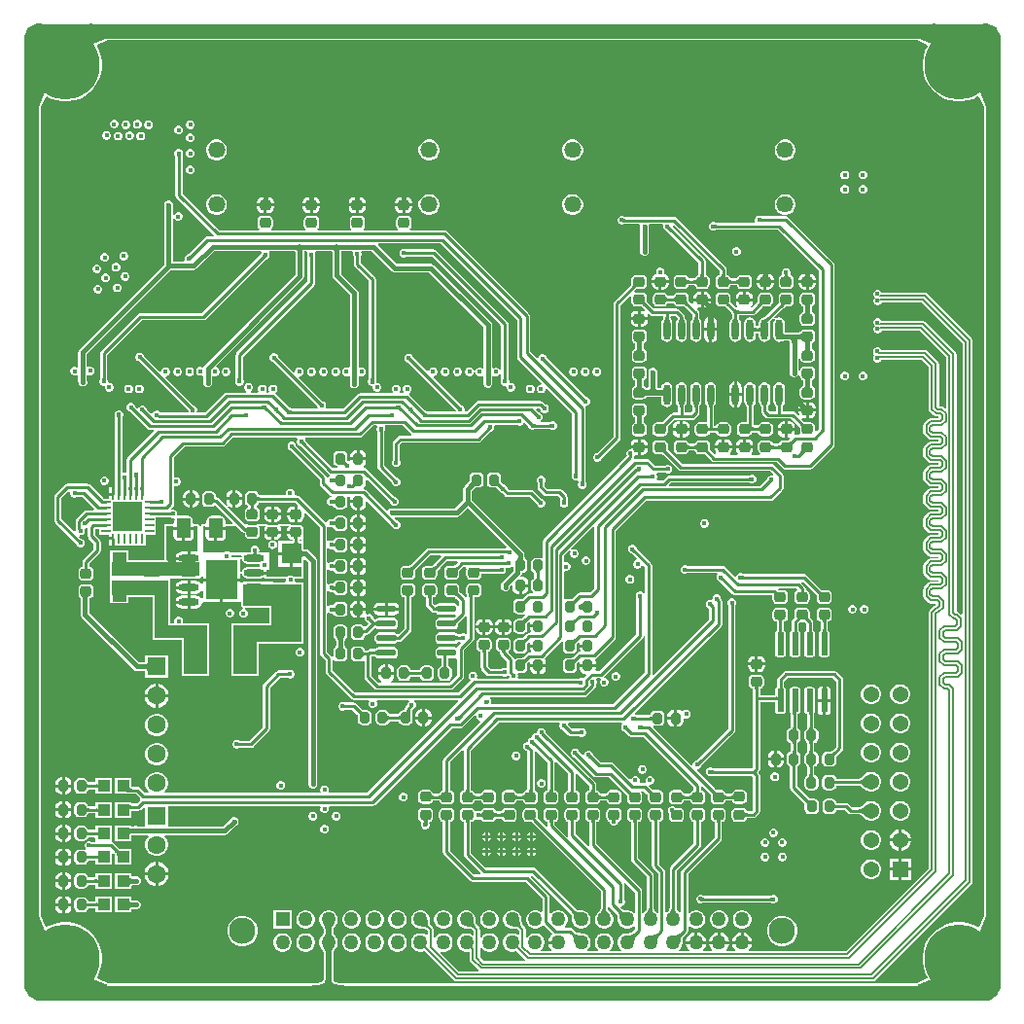
<source format=gbl>
G04*
G04 #@! TF.GenerationSoftware,Altium Limited,Altium Designer,24.1.2 (44)*
G04*
G04 Layer_Physical_Order=4*
G04 Layer_Color=16711680*
%FSLAX44Y44*%
%MOMM*%
G71*
G04*
G04 #@! TF.SameCoordinates,CCD1A46F-D253-4B56-9191-DC6610E302DE*
G04*
G04*
G04 #@! TF.FilePolarity,Positive*
G04*
G01*
G75*
%ADD11C,0.2540*%
%ADD12C,0.3810*%
%ADD14C,0.5080*%
%ADD23C,1.2300*%
G04:AMPARAMS|DCode=34|XSize=0.95mm|YSize=0.85mm|CornerRadius=0.2125mm|HoleSize=0mm|Usage=FLASHONLY|Rotation=180.000|XOffset=0mm|YOffset=0mm|HoleType=Round|Shape=RoundedRectangle|*
%AMROUNDEDRECTD34*
21,1,0.9500,0.4250,0,0,180.0*
21,1,0.5250,0.8500,0,0,180.0*
1,1,0.4250,-0.2625,0.2125*
1,1,0.4250,0.2625,0.2125*
1,1,0.4250,0.2625,-0.2125*
1,1,0.4250,-0.2625,-0.2125*
%
%ADD34ROUNDEDRECTD34*%
G04:AMPARAMS|DCode=35|XSize=0.95mm|YSize=0.85mm|CornerRadius=0.2125mm|HoleSize=0mm|Usage=FLASHONLY|Rotation=90.000|XOffset=0mm|YOffset=0mm|HoleType=Round|Shape=RoundedRectangle|*
%AMROUNDEDRECTD35*
21,1,0.9500,0.4250,0,0,90.0*
21,1,0.5250,0.8500,0,0,90.0*
1,1,0.4250,0.2125,0.2625*
1,1,0.4250,0.2125,-0.2625*
1,1,0.4250,-0.2125,-0.2625*
1,1,0.4250,-0.2125,0.2625*
%
%ADD35ROUNDEDRECTD35*%
%ADD40R,1.8000X1.8000*%
%ADD66O,0.6000X1.8000*%
%ADD130C,0.1800*%
%ADD135C,0.3000*%
%ADD136R,1.3700X1.3700*%
%ADD137C,1.3700*%
%ADD138C,1.4580*%
%ADD139C,1.2580*%
%ADD140R,1.2580X1.2580*%
%ADD141C,2.3000*%
%ADD142C,1.0000*%
%ADD143C,6.0000*%
%ADD144C,1.6000*%
%ADD145R,1.6000X1.6000*%
%ADD146C,0.4000*%
G04:AMPARAMS|DCode=150|XSize=1.97mm|YSize=0.59mm|CornerRadius=0.0738mm|HoleSize=0mm|Usage=FLASHONLY|Rotation=270.000|XOffset=0mm|YOffset=0mm|HoleType=Round|Shape=RoundedRectangle|*
%AMROUNDEDRECTD150*
21,1,1.9700,0.4425,0,0,270.0*
21,1,1.8225,0.5900,0,0,270.0*
1,1,0.1475,-0.2213,-0.9113*
1,1,0.1475,-0.2213,0.9113*
1,1,0.1475,0.2213,0.9113*
1,1,0.1475,0.2213,-0.9113*
%
%ADD150ROUNDEDRECTD150*%
%ADD151R,2.7178X3.4036*%
%ADD152O,1.8000X0.6000*%
%ADD153R,2.6500X2.6500*%
%ADD154R,0.8048X0.2746*%
%ADD155R,0.2746X0.8048*%
G04:AMPARAMS|DCode=156|XSize=1.64mm|YSize=0.59mm|CornerRadius=0.1475mm|HoleSize=0mm|Usage=FLASHONLY|Rotation=0.000|XOffset=0mm|YOffset=0mm|HoleType=Round|Shape=RoundedRectangle|*
%AMROUNDEDRECTD156*
21,1,1.6400,0.2950,0,0,0.0*
21,1,1.3450,0.5900,0,0,0.0*
1,1,0.2950,0.6725,-0.1475*
1,1,0.2950,-0.6725,-0.1475*
1,1,0.2950,-0.6725,0.1475*
1,1,0.2950,0.6725,0.1475*
%
%ADD156ROUNDEDRECTD156*%
%ADD157R,2.0000X4.2000*%
G04:AMPARAMS|DCode=158|XSize=1.75mm|YSize=1.25mm|CornerRadius=0.2438mm|HoleSize=0mm|Usage=FLASHONLY|Rotation=270.000|XOffset=0mm|YOffset=0mm|HoleType=Round|Shape=RoundedRectangle|*
%AMROUNDEDRECTD158*
21,1,1.7500,0.7625,0,0,270.0*
21,1,1.2625,1.2500,0,0,270.0*
1,1,0.4875,-0.3813,-0.6313*
1,1,0.4875,-0.3813,0.6313*
1,1,0.4875,0.3813,0.6313*
1,1,0.4875,0.3813,-0.6313*
%
%ADD158ROUNDEDRECTD158*%
%ADD159R,1.1000X1.0000*%
%ADD160R,1.3000X1.1500*%
%ADD161R,7.6301X1.1991*%
G36*
X72648Y837500D02*
X60019Y831975D01*
X36000Y840536D01*
X16458Y833570D01*
X9459Y814000D01*
X18057Y789957D01*
X12506Y777344D01*
X206Y791390D01*
X5266Y814000D01*
X206Y836610D01*
X11965Y837939D01*
Y837959D01*
X12003Y837997D01*
X12081Y837997D01*
X13429Y849800D01*
X36000Y844737D01*
X58571Y849800D01*
X72648Y837500D01*
D02*
G37*
G36*
X837944Y838035D02*
X837959D01*
X837997Y837997D01*
X837997Y837917D01*
X849806Y836531D01*
X849739Y835705D01*
X849538Y834400D01*
X847395Y824398D01*
X844871Y814000D01*
X847395Y803602D01*
X849538Y793599D01*
X849739Y792295D01*
X849806Y791469D01*
X837506Y777359D01*
X832007Y790005D01*
X840530Y814000D01*
X833584Y833555D01*
X814000Y840536D01*
X789981Y831974D01*
X777352Y837500D01*
X791429Y849800D01*
X814000Y844737D01*
X836571Y849800D01*
X837944Y838035D01*
D02*
G37*
G36*
X156323Y835651D02*
X416322D01*
X426322Y835651D01*
X696321D01*
X706321Y835651D01*
X777049D01*
X786182Y831655D01*
X786542Y830112D01*
X784548Y826199D01*
X783002Y821442D01*
X782220Y816501D01*
Y811499D01*
X783002Y806558D01*
X784548Y801801D01*
X786819Y797344D01*
X789760Y793297D01*
X793297Y789760D01*
X797344Y786819D01*
X801801Y784548D01*
X806558Y783002D01*
X811499Y782220D01*
X816501D01*
X821442Y783002D01*
X826199Y784548D01*
X830142Y786557D01*
X831678Y786209D01*
X835657Y777059D01*
Y706779D01*
X835657Y696779D01*
Y426780D01*
X835657Y416780D01*
Y156780D01*
X835657Y146780D01*
Y72941D01*
X831678Y63791D01*
X830142Y63443D01*
X826199Y65452D01*
X821442Y66997D01*
X816501Y67780D01*
X811499D01*
X806558Y66997D01*
X801801Y65452D01*
X797344Y63181D01*
X793297Y60240D01*
X789760Y56703D01*
X786819Y52656D01*
X784548Y48199D01*
X783002Y43442D01*
X782220Y38501D01*
Y33499D01*
X783002Y28558D01*
X784548Y23801D01*
X786542Y19888D01*
X786183Y18344D01*
X777049Y14349D01*
X700857D01*
X690857Y14349D01*
X430857D01*
X420857Y14349D01*
X278316D01*
X277616Y14364D01*
X273858Y14752D01*
X272457Y15064D01*
X271318Y15448D01*
X270478Y15873D01*
X269923Y16298D01*
X269714Y16557D01*
X269405Y21548D01*
Y41350D01*
X269416Y41470D01*
X269488Y41916D01*
X269587Y42327D01*
X269709Y42705D01*
X269855Y43053D01*
X270023Y43374D01*
X270215Y43672D01*
X270431Y43950D01*
X270730Y44269D01*
X270807Y44394D01*
X271458Y45045D01*
X272520Y46885D01*
X273070Y48938D01*
Y51062D01*
X272520Y53115D01*
X271458Y54955D01*
X270807Y55606D01*
X270730Y55731D01*
X270431Y56050D01*
X270214Y56328D01*
X270023Y56626D01*
X269855Y56947D01*
X269709Y57295D01*
X269587Y57673D01*
X269488Y58084D01*
X269416Y58530D01*
X269405Y58650D01*
Y61350D01*
X269416Y61470D01*
X269488Y61916D01*
X269587Y62327D01*
X269709Y62705D01*
X269855Y63053D01*
X270023Y63374D01*
X270215Y63672D01*
X270431Y63950D01*
X270730Y64269D01*
X270807Y64394D01*
X271458Y65045D01*
X272520Y66885D01*
X273070Y68938D01*
Y71062D01*
X272520Y73115D01*
X271458Y74955D01*
X269955Y76458D01*
X268115Y77520D01*
X266062Y78070D01*
X263937D01*
X261885Y77520D01*
X260045Y76458D01*
X258542Y74955D01*
X257480Y73115D01*
X256930Y71062D01*
Y68938D01*
X257480Y66885D01*
X258542Y65045D01*
X259193Y64394D01*
X259270Y64269D01*
X259569Y63950D01*
X259786Y63672D01*
X259977Y63374D01*
X260145Y63053D01*
X260291Y62705D01*
X260413Y62327D01*
X260512Y61916D01*
X260584Y61470D01*
X260595Y61350D01*
Y58650D01*
X260584Y58530D01*
X260512Y58084D01*
X260413Y57673D01*
X260291Y57295D01*
X260145Y56947D01*
X259977Y56626D01*
X259785Y56328D01*
X259569Y56050D01*
X259270Y55731D01*
X259193Y55606D01*
X258542Y54955D01*
X257480Y53115D01*
X256930Y51062D01*
Y48938D01*
X257480Y46885D01*
X258542Y45045D01*
X259193Y44394D01*
X259270Y44269D01*
X259569Y43950D01*
X259786Y43672D01*
X259977Y43374D01*
X260145Y43053D01*
X260291Y42705D01*
X260413Y42327D01*
X260512Y41916D01*
X260584Y41470D01*
X260595Y41350D01*
Y21184D01*
X260485Y18218D01*
X260336Y16619D01*
X260077Y16298D01*
X259522Y15873D01*
X258682Y15448D01*
X257543Y15064D01*
X256112Y14745D01*
X254398Y14509D01*
X252411Y14365D01*
X251684Y14349D01*
X150858D01*
X140858Y14349D01*
X72951D01*
X63818Y18345D01*
X63458Y19888D01*
X65452Y23801D01*
X66997Y28558D01*
X67780Y33499D01*
Y38501D01*
X66997Y43442D01*
X65452Y48199D01*
X63181Y52656D01*
X60240Y56703D01*
X56703Y60240D01*
X52656Y63181D01*
X48199Y65452D01*
X43442Y66997D01*
X38501Y67780D01*
X33499D01*
X28558Y66997D01*
X23801Y65452D01*
X19918Y63473D01*
X18367Y63844D01*
X14355Y72961D01*
Y145503D01*
X14355Y155503D01*
Y415503D01*
X14355Y425503D01*
Y695502D01*
X14355Y705502D01*
Y777038D01*
X18367Y786156D01*
X19918Y786527D01*
X23801Y784548D01*
X28558Y783002D01*
X33499Y782220D01*
X38501D01*
X43442Y783002D01*
X48199Y784548D01*
X52656Y786819D01*
X56703Y789760D01*
X60240Y793297D01*
X63181Y797344D01*
X65452Y801801D01*
X66997Y806558D01*
X67780Y811499D01*
Y816501D01*
X66997Y821442D01*
X65452Y826199D01*
X63458Y830112D01*
X63818Y831656D01*
X72951Y835651D01*
X146323D01*
X156323Y835651D01*
D02*
G37*
G36*
X269049Y65129D02*
X268732Y64722D01*
X268453Y64288D01*
X268211Y63826D01*
X268006Y63336D01*
X267838Y62818D01*
X267708Y62273D01*
X267614Y61700D01*
X267559Y61100D01*
X267540Y60472D01*
X262460D01*
X262441Y61100D01*
X262386Y61700D01*
X262292Y62273D01*
X262162Y62818D01*
X261994Y63336D01*
X261789Y63826D01*
X261547Y64288D01*
X261268Y64722D01*
X260951Y65129D01*
X260597Y65508D01*
X269403D01*
X269049Y65129D01*
D02*
G37*
G36*
X267559Y58900D02*
X267614Y58300D01*
X267708Y57727D01*
X267838Y57182D01*
X268006Y56664D01*
X268211Y56174D01*
X268453Y55712D01*
X268732Y55278D01*
X269049Y54871D01*
X269403Y54492D01*
X260597D01*
X260951Y54871D01*
X261268Y55278D01*
X261547Y55712D01*
X261789Y56174D01*
X261994Y56664D01*
X262162Y57182D01*
X262292Y57727D01*
X262386Y58300D01*
X262441Y58900D01*
X262460Y59528D01*
X267540D01*
X267559Y58900D01*
D02*
G37*
G36*
X269049Y45129D02*
X268732Y44722D01*
X268453Y44288D01*
X268211Y43826D01*
X268006Y43336D01*
X267838Y42818D01*
X267708Y42273D01*
X267614Y41700D01*
X267559Y41100D01*
X267540Y40472D01*
X262460D01*
X262441Y41100D01*
X262386Y41700D01*
X262292Y42273D01*
X262162Y42818D01*
X261994Y43336D01*
X261789Y43826D01*
X261547Y44288D01*
X261268Y44722D01*
X260951Y45129D01*
X260597Y45508D01*
X269403D01*
X269049Y45129D01*
D02*
G37*
G36*
X849806Y58532D02*
X849739Y57706D01*
X849538Y56401D01*
X847395Y46399D01*
X844871Y36000D01*
X847395Y25601D01*
X849538Y15599D01*
X849739Y14294D01*
X849806Y13468D01*
X838035Y12063D01*
Y12041D01*
X837997Y12003D01*
X837924Y12003D01*
X836571Y200D01*
X835750Y267D01*
X834449Y468D01*
X824447Y2607D01*
X814000Y5135D01*
X803553Y2607D01*
X793551Y468D01*
X792250Y267D01*
X791430Y200D01*
X777352Y12500D01*
X789981Y18025D01*
X806876Y12003D01*
X814000Y9464D01*
X833583Y16444D01*
X840530Y36000D01*
X832006Y59995D01*
X837506Y72641D01*
X849806Y58532D01*
D02*
G37*
G36*
X18057Y60043D02*
X9459Y36000D01*
X16457Y16430D01*
X36000Y9464D01*
X60019Y18026D01*
X72648Y12500D01*
X58571Y200D01*
X57750Y267D01*
X56450Y468D01*
X46447Y2607D01*
X36000Y5135D01*
X25553Y2607D01*
X15550Y468D01*
X14250Y267D01*
X13429Y200D01*
X12068Y11965D01*
X12041D01*
X12003Y12003D01*
X12003Y12081D01*
X206Y13390D01*
X5266Y36000D01*
X206Y58610D01*
X12506Y72656D01*
X18057Y60043D01*
D02*
G37*
G36*
X267558Y22002D02*
X267931Y15988D01*
X268032Y15752D01*
X268647Y14990D01*
X269508Y14329D01*
X270615Y13770D01*
X271968Y13313D01*
X273567Y12958D01*
X277503Y12551D01*
X279840Y12500D01*
X265000Y200D01*
X250160Y12500D01*
X252497Y12551D01*
X254588Y12703D01*
X256433Y12958D01*
X258032Y13313D01*
X259385Y13770D01*
X260492Y14329D01*
X261353Y14990D01*
X261968Y15752D01*
X262109Y16081D01*
X262297Y18100D01*
X262442Y22002D01*
X262460Y24251D01*
X267540D01*
X267558Y22002D01*
D02*
G37*
%LPC*%
G36*
X79192Y766288D02*
X77688D01*
X76299Y765713D01*
X75236Y764649D01*
X74660Y763260D01*
Y761756D01*
X75236Y760367D01*
X76299Y759304D01*
X77688Y758728D01*
X79192D01*
X80581Y759304D01*
X81644Y760367D01*
X82220Y761756D01*
Y763260D01*
X81644Y764649D01*
X80581Y765713D01*
X79192Y766288D01*
D02*
G37*
G36*
X99158Y766041D02*
X97654D01*
X96265Y765466D01*
X95201Y764403D01*
X94626Y763013D01*
Y761510D01*
X95201Y760120D01*
X96265Y759057D01*
X97654Y758482D01*
X99158D01*
X100547Y759057D01*
X101610Y760120D01*
X102186Y761510D01*
Y763013D01*
X101610Y764403D01*
X100547Y765466D01*
X99158Y766041D01*
D02*
G37*
G36*
X145399Y765780D02*
X143895D01*
X142506Y765204D01*
X141443Y764141D01*
X140867Y762752D01*
Y761248D01*
X141443Y759859D01*
X142506Y758795D01*
X143895Y758220D01*
X145399D01*
X146788Y758795D01*
X147852Y759859D01*
X148427Y761248D01*
Y762752D01*
X147852Y764141D01*
X146788Y765204D01*
X145399Y765780D01*
D02*
G37*
G36*
X109141Y765660D02*
X107637D01*
X106248Y765085D01*
X105184Y764022D01*
X104609Y762632D01*
Y761129D01*
X105184Y759739D01*
X106248Y758676D01*
X107637Y758101D01*
X109141D01*
X110530Y758676D01*
X111594Y759739D01*
X112169Y761129D01*
Y762632D01*
X111594Y764022D01*
X110530Y765085D01*
X109141Y765660D01*
D02*
G37*
G36*
X89175D02*
X87671D01*
X86282Y765085D01*
X85218Y764022D01*
X84643Y762632D01*
Y761129D01*
X85218Y759739D01*
X86282Y758676D01*
X87671Y758101D01*
X89175D01*
X90564Y758676D01*
X91628Y759739D01*
X92203Y761129D01*
Y762632D01*
X91628Y764022D01*
X90564Y765085D01*
X89175Y765660D01*
D02*
G37*
G36*
X135195Y761081D02*
X133691D01*
X132302Y760506D01*
X131239Y759442D01*
X130663Y758053D01*
Y756549D01*
X131239Y755160D01*
X132302Y754097D01*
X133691Y753521D01*
X135195D01*
X136585Y754097D01*
X137648Y755160D01*
X138223Y756549D01*
Y758053D01*
X137648Y759442D01*
X136585Y760506D01*
X135195Y761081D01*
D02*
G37*
G36*
X72472Y756382D02*
X70968D01*
X69579Y755807D01*
X68516Y754743D01*
X67940Y753354D01*
Y751850D01*
X68516Y750461D01*
X69579Y749398D01*
X70968Y748822D01*
X72472D01*
X73861Y749398D01*
X74925Y750461D01*
X75500Y751850D01*
Y753354D01*
X74925Y754743D01*
X73861Y755807D01*
X72472Y756382D01*
D02*
G37*
G36*
X92438Y756135D02*
X90934D01*
X89545Y755560D01*
X88481Y754497D01*
X87906Y753107D01*
Y751604D01*
X88481Y750214D01*
X89545Y749151D01*
X90934Y748576D01*
X92438D01*
X93827Y749151D01*
X94890Y750214D01*
X95466Y751604D01*
Y753107D01*
X94890Y754497D01*
X93827Y755560D01*
X92438Y756135D01*
D02*
G37*
G36*
X102421Y755754D02*
X100917D01*
X99528Y755179D01*
X98464Y754116D01*
X97889Y752726D01*
Y751223D01*
X98464Y749833D01*
X99528Y748770D01*
X100917Y748195D01*
X102421D01*
X103810Y748770D01*
X104874Y749833D01*
X105449Y751223D01*
Y752726D01*
X104874Y754116D01*
X103810Y755179D01*
X102421Y755754D01*
D02*
G37*
G36*
X82455D02*
X80951D01*
X79562Y755179D01*
X78498Y754116D01*
X77923Y752726D01*
Y751223D01*
X78498Y749833D01*
X79562Y748770D01*
X80951Y748195D01*
X82455D01*
X83844Y748770D01*
X84908Y749833D01*
X85483Y751223D01*
Y752726D01*
X84908Y754116D01*
X83844Y755179D01*
X82455Y755754D01*
D02*
G37*
G36*
X145399Y754350D02*
X143895D01*
X142506Y753774D01*
X141443Y752711D01*
X140867Y751322D01*
Y749818D01*
X141443Y748429D01*
X142506Y747365D01*
X143895Y746790D01*
X145399D01*
X146788Y747365D01*
X147852Y748429D01*
X148427Y749818D01*
Y751322D01*
X147852Y752711D01*
X146788Y753774D01*
X145399Y754350D01*
D02*
G37*
G36*
Y740733D02*
X143895D01*
X142506Y740157D01*
X141443Y739094D01*
X140867Y737704D01*
Y736201D01*
X141443Y734811D01*
X142506Y733748D01*
X143895Y733173D01*
X145399D01*
X146788Y733748D01*
X147852Y734811D01*
X148427Y736201D01*
Y737704D01*
X147852Y739094D01*
X146788Y740157D01*
X145399Y740733D01*
D02*
G37*
G36*
X663694Y749070D02*
X661306D01*
X658999Y748452D01*
X656931Y747258D01*
X655242Y745569D01*
X654048Y743501D01*
X653430Y741194D01*
Y738806D01*
X654048Y736499D01*
X655242Y734431D01*
X656931Y732742D01*
X658999Y731548D01*
X661306Y730930D01*
X663694D01*
X666001Y731548D01*
X668069Y732742D01*
X669758Y734431D01*
X670952Y736499D01*
X671570Y738806D01*
Y741194D01*
X670952Y743501D01*
X669758Y745569D01*
X668069Y747258D01*
X666001Y748452D01*
X663694Y749070D01*
D02*
G37*
G36*
X478694D02*
X476306D01*
X473999Y748452D01*
X471931Y747258D01*
X470242Y745569D01*
X469048Y743501D01*
X468430Y741194D01*
Y738806D01*
X469048Y736499D01*
X470242Y734431D01*
X471931Y732742D01*
X473999Y731548D01*
X476306Y730930D01*
X478694D01*
X481001Y731548D01*
X483069Y732742D01*
X484758Y734431D01*
X485952Y736499D01*
X486570Y738806D01*
Y741194D01*
X485952Y743501D01*
X484758Y745569D01*
X483069Y747258D01*
X481001Y748452D01*
X478694Y749070D01*
D02*
G37*
G36*
X353694D02*
X351306D01*
X348999Y748452D01*
X346931Y747258D01*
X345242Y745569D01*
X344048Y743501D01*
X343430Y741194D01*
Y738806D01*
X344048Y736499D01*
X345242Y734431D01*
X346931Y732742D01*
X348999Y731548D01*
X351306Y730930D01*
X353694D01*
X356001Y731548D01*
X358069Y732742D01*
X359758Y734431D01*
X360952Y736499D01*
X361570Y738806D01*
Y741194D01*
X360952Y743501D01*
X359758Y745569D01*
X358069Y747258D01*
X356001Y748452D01*
X353694Y749070D01*
D02*
G37*
G36*
X168694D02*
X166306D01*
X163999Y748452D01*
X161931Y747258D01*
X160242Y745569D01*
X159048Y743501D01*
X158430Y741194D01*
Y738806D01*
X159048Y736499D01*
X160242Y734431D01*
X161931Y732742D01*
X163999Y731548D01*
X166306Y730930D01*
X168694D01*
X171001Y731548D01*
X173069Y732742D01*
X174758Y734431D01*
X175952Y736499D01*
X176570Y738806D01*
Y741194D01*
X175952Y743501D01*
X174758Y745569D01*
X173069Y747258D01*
X171001Y748452D01*
X168694Y749070D01*
D02*
G37*
G36*
X145399Y726410D02*
X143895D01*
X142506Y725835D01*
X141443Y724771D01*
X140867Y723382D01*
Y721878D01*
X141443Y720489D01*
X142506Y719426D01*
X143895Y718850D01*
X145399D01*
X146788Y719426D01*
X147852Y720489D01*
X148427Y721878D01*
Y723382D01*
X147852Y724771D01*
X146788Y725835D01*
X145399Y726410D01*
D02*
G37*
G36*
X730984Y721898D02*
X729480D01*
X728091Y721323D01*
X727027Y720259D01*
X726452Y718870D01*
Y717366D01*
X727027Y715977D01*
X728091Y714914D01*
X729480Y714338D01*
X730984D01*
X732373Y714914D01*
X733436Y715977D01*
X734012Y717366D01*
Y718870D01*
X733436Y720259D01*
X732373Y721323D01*
X730984Y721898D01*
D02*
G37*
G36*
X715306Y721873D02*
X713803D01*
X712413Y721297D01*
X711350Y720234D01*
X710775Y718845D01*
Y717341D01*
X711350Y715952D01*
X712413Y714888D01*
X713803Y714313D01*
X715306D01*
X716696Y714888D01*
X717759Y715952D01*
X718335Y717341D01*
Y718845D01*
X717759Y720234D01*
X716696Y721297D01*
X715306Y721873D01*
D02*
G37*
G36*
X731002Y709394D02*
X729498D01*
X728109Y708819D01*
X727046Y707755D01*
X726470Y706366D01*
Y704862D01*
X727046Y703473D01*
X728109Y702410D01*
X729498Y701834D01*
X731002D01*
X732391Y702410D01*
X733455Y703473D01*
X734030Y704862D01*
Y706366D01*
X733455Y707755D01*
X732391Y708819D01*
X731002Y709394D01*
D02*
G37*
G36*
X715325Y709369D02*
X713821D01*
X712432Y708793D01*
X711368Y707730D01*
X710793Y706340D01*
Y704837D01*
X711368Y703447D01*
X712432Y702384D01*
X713821Y701809D01*
X715325D01*
X716714Y702384D01*
X717777Y703447D01*
X718353Y704837D01*
Y706340D01*
X717777Y707730D01*
X716714Y708793D01*
X715325Y709369D01*
D02*
G37*
G36*
X333079Y698791D02*
X331724D01*
Y698740D01*
X332345D01*
X332352Y698246D01*
X332452Y697076D01*
X332511Y696790D01*
X332584Y696556D01*
X332671Y696374D01*
X332771Y696244D01*
X332884Y696166D01*
X333010Y696140D01*
X331724D01*
Y693180D01*
X337835D01*
Y694035D01*
X337473Y695855D01*
X336442Y697398D01*
X334899Y698429D01*
X333079Y698791D01*
D02*
G37*
G36*
X292625D02*
X291270D01*
Y698740D01*
X291891D01*
X291898Y698246D01*
X291998Y697076D01*
X292057Y696790D01*
X292131Y696556D01*
X292217Y696374D01*
X292317Y696244D01*
X292430Y696166D01*
X292556Y696140D01*
X291270D01*
Y693180D01*
X297381D01*
Y694035D01*
X297019Y695855D01*
X295988Y697398D01*
X294445Y698429D01*
X292625Y698791D01*
D02*
G37*
G36*
X252625D02*
X251270D01*
Y698740D01*
X251891D01*
X251898Y698246D01*
X251998Y697076D01*
X252057Y696790D01*
X252131Y696556D01*
X252217Y696374D01*
X252317Y696244D01*
X252430Y696166D01*
X252556Y696140D01*
X251270D01*
Y693180D01*
X257381D01*
Y694035D01*
X257019Y695855D01*
X255988Y697398D01*
X254445Y698429D01*
X252625Y698791D01*
D02*
G37*
G36*
X212625D02*
X211270D01*
Y698740D01*
X211891D01*
X211898Y698246D01*
X211998Y697076D01*
X212057Y696790D01*
X212131Y696556D01*
X212217Y696374D01*
X212317Y696244D01*
X212430Y696166D01*
X212556Y696140D01*
X211270D01*
Y693180D01*
X217381D01*
Y694035D01*
X217019Y695855D01*
X215988Y697398D01*
X214445Y698429D01*
X212625Y698791D01*
D02*
G37*
G36*
X288730D02*
X287375D01*
X285555Y698429D01*
X284012Y697398D01*
X282981Y695855D01*
X282619Y694035D01*
Y693180D01*
X288730D01*
Y696140D01*
X287416D01*
X287543Y696166D01*
X287656Y696244D01*
X287755Y696374D01*
X287842Y696556D01*
X287915Y696790D01*
X287975Y697076D01*
X288021Y697414D01*
X288074Y698246D01*
X288081Y698740D01*
X288730D01*
Y698791D01*
D02*
G37*
G36*
X329184D02*
X327829D01*
X326009Y698429D01*
X324466Y697398D01*
X323435Y695855D01*
X323073Y694035D01*
Y693180D01*
X329184D01*
Y696140D01*
X327870D01*
X327997Y696166D01*
X328110Y696244D01*
X328209Y696374D01*
X328296Y696556D01*
X328369Y696790D01*
X328429Y697076D01*
X328475Y697414D01*
X328529Y698246D01*
X328535Y698740D01*
X329184D01*
Y698791D01*
D02*
G37*
G36*
X208730D02*
X207375D01*
X205555Y698429D01*
X204012Y697398D01*
X202981Y695855D01*
X202619Y694035D01*
Y693180D01*
X208730D01*
Y696140D01*
X207416D01*
X207543Y696166D01*
X207656Y696244D01*
X207755Y696374D01*
X207842Y696556D01*
X207915Y696790D01*
X207975Y697076D01*
X208021Y697414D01*
X208074Y698246D01*
X208081Y698740D01*
X208730D01*
Y698791D01*
D02*
G37*
G36*
X248730D02*
X247375D01*
X245555Y698429D01*
X244012Y697398D01*
X242981Y695855D01*
X242619Y694035D01*
Y693180D01*
X248730D01*
Y696140D01*
X247416D01*
X247543Y696166D01*
X247656Y696244D01*
X247755Y696374D01*
X247842Y696556D01*
X247915Y696790D01*
X247975Y697076D01*
X248021Y697414D01*
X248074Y698246D01*
X248081Y698740D01*
X248730D01*
Y698791D01*
D02*
G37*
G36*
X337835Y690640D02*
X331724D01*
Y685028D01*
X333079D01*
X334899Y685390D01*
X336442Y686422D01*
X337473Y687965D01*
X337835Y689785D01*
Y690640D01*
D02*
G37*
G36*
X329184D02*
X323073D01*
Y689785D01*
X323435Y687965D01*
X324466Y686422D01*
X326009Y685390D01*
X327829Y685028D01*
X329184D01*
Y690640D01*
D02*
G37*
G36*
X297381D02*
X291270D01*
Y685028D01*
X292625D01*
X294445Y685390D01*
X295988Y686422D01*
X297019Y687965D01*
X297381Y689785D01*
Y690640D01*
D02*
G37*
G36*
X288730D02*
X282619D01*
Y689785D01*
X282981Y687965D01*
X284012Y686422D01*
X285555Y685390D01*
X287375Y685028D01*
X288730D01*
Y690640D01*
D02*
G37*
G36*
X257381D02*
X251270D01*
Y685028D01*
X252625D01*
X254445Y685390D01*
X255988Y686422D01*
X257019Y687965D01*
X257381Y689785D01*
Y690640D01*
D02*
G37*
G36*
X248730D02*
X242619D01*
Y689785D01*
X242981Y687965D01*
X244012Y686422D01*
X245555Y685390D01*
X247375Y685028D01*
X248730D01*
Y690640D01*
D02*
G37*
G36*
X217381D02*
X211270D01*
Y685028D01*
X212625D01*
X214445Y685390D01*
X215988Y686422D01*
X217019Y687965D01*
X217381Y689785D01*
Y690640D01*
D02*
G37*
G36*
X208730D02*
X202619D01*
Y689785D01*
X202981Y687965D01*
X204012Y686422D01*
X205555Y685390D01*
X207375Y685028D01*
X208730D01*
Y690640D01*
D02*
G37*
G36*
X663694Y701570D02*
X661306D01*
X658999Y700952D01*
X656931Y699758D01*
X655242Y698069D01*
X654048Y696001D01*
X653430Y693694D01*
Y691306D01*
X654048Y688999D01*
X655242Y686931D01*
X656931Y685242D01*
X658999Y684048D01*
X661306Y683430D01*
X663694D01*
X666001Y684048D01*
X668069Y685242D01*
X669758Y686931D01*
X670952Y688999D01*
X671570Y691306D01*
Y693694D01*
X670952Y696001D01*
X669758Y698069D01*
X668069Y699758D01*
X666001Y700952D01*
X663694Y701570D01*
D02*
G37*
G36*
X478694D02*
X476306D01*
X473999Y700952D01*
X471931Y699758D01*
X470242Y698069D01*
X469048Y696001D01*
X468430Y693694D01*
Y691306D01*
X469048Y688999D01*
X470242Y686931D01*
X471931Y685242D01*
X473999Y684048D01*
X476306Y683430D01*
X478694D01*
X481001Y684048D01*
X483069Y685242D01*
X484758Y686931D01*
X485952Y688999D01*
X486570Y691306D01*
Y693694D01*
X485952Y696001D01*
X484758Y698069D01*
X483069Y699758D01*
X481001Y700952D01*
X478694Y701570D01*
D02*
G37*
G36*
X353694D02*
X351306D01*
X348999Y700952D01*
X346931Y699758D01*
X345242Y698069D01*
X344048Y696001D01*
X343430Y693694D01*
Y691306D01*
X344048Y688999D01*
X345242Y686931D01*
X346931Y685242D01*
X348999Y684048D01*
X351306Y683430D01*
X353694D01*
X356001Y684048D01*
X358069Y685242D01*
X359758Y686931D01*
X360952Y688999D01*
X361570Y691306D01*
Y693694D01*
X360952Y696001D01*
X359758Y698069D01*
X358069Y699758D01*
X356001Y700952D01*
X353694Y701570D01*
D02*
G37*
G36*
X168694D02*
X166306D01*
X163999Y700952D01*
X161931Y699758D01*
X160242Y698069D01*
X159048Y696001D01*
X158430Y693694D01*
Y691306D01*
X159048Y688999D01*
X160242Y686931D01*
X161931Y685242D01*
X163999Y684048D01*
X166306Y683430D01*
X168694D01*
X171001Y684048D01*
X173069Y685242D01*
X174758Y686931D01*
X175952Y688999D01*
X176570Y691306D01*
Y693694D01*
X175952Y696001D01*
X174758Y698069D01*
X173069Y699758D01*
X171001Y700952D01*
X168694Y701570D01*
D02*
G37*
G36*
X135427Y740733D02*
X133923D01*
X132534Y740157D01*
X131470Y739094D01*
X130895Y737704D01*
Y736201D01*
X131470Y734811D01*
X131565Y734717D01*
Y700466D01*
X131802Y699276D01*
X132476Y698267D01*
X164848Y665895D01*
X164322Y664625D01*
X159555D01*
X158365Y664389D01*
X157356Y663715D01*
X142892Y649251D01*
X142758D01*
X141369Y648675D01*
X140306Y647612D01*
X139730Y646223D01*
Y644719D01*
X139993Y644085D01*
X139161Y642815D01*
X129423D01*
Y680441D01*
X130693Y680694D01*
X131021Y679900D01*
X132085Y678837D01*
X133474Y678261D01*
X134978D01*
X136367Y678837D01*
X137431Y679900D01*
X138006Y681289D01*
Y682793D01*
X137431Y684182D01*
X136367Y685246D01*
X134978Y685821D01*
X133474D01*
X132085Y685246D01*
X131021Y684182D01*
X130693Y683388D01*
X129423Y683641D01*
Y691446D01*
X129445Y691501D01*
Y693004D01*
X128870Y694394D01*
X127807Y695457D01*
X126417Y696032D01*
X124914D01*
X123524Y695457D01*
X122461Y694394D01*
X121885Y693004D01*
Y691501D01*
X121908Y691446D01*
Y640186D01*
X48137Y566415D01*
X47323Y565196D01*
X47037Y563758D01*
Y551371D01*
X45767Y550789D01*
X44705Y551229D01*
X43201D01*
X41812Y550654D01*
X40749Y549590D01*
X40173Y548201D01*
Y546697D01*
X40749Y545308D01*
X41812Y544245D01*
X43201Y543669D01*
X44705D01*
X45767Y544109D01*
X47037Y543528D01*
Y539260D01*
X47050Y539193D01*
Y538214D01*
X47336Y536776D01*
X47702Y536229D01*
X47882Y535793D01*
X48945Y534730D01*
X50335Y534155D01*
X51839D01*
X53228Y534730D01*
X54291Y535793D01*
X54867Y537183D01*
Y538687D01*
X54551Y539448D01*
Y543657D01*
X55821Y544229D01*
X56900Y543782D01*
X58404D01*
X59793Y544357D01*
X60856Y545421D01*
X61432Y546810D01*
Y548314D01*
X60856Y549703D01*
X59793Y550766D01*
X58404Y551342D01*
X56900D01*
X55821Y550895D01*
X54551Y551467D01*
Y562202D01*
X127650Y635301D01*
X147210D01*
X148648Y635587D01*
X149867Y636401D01*
X165536Y652071D01*
X206277D01*
X206803Y650801D01*
X206768Y650766D01*
X206192Y649376D01*
Y649242D01*
X154928Y597978D01*
X101091D01*
X99901Y597741D01*
X98892Y597067D01*
X67068Y565243D01*
X66394Y564234D01*
X66157Y563044D01*
Y540496D01*
X66062Y540401D01*
X65487Y539012D01*
Y537508D01*
X66062Y536119D01*
X67126Y535056D01*
X68515Y534480D01*
X69109D01*
X70093Y534152D01*
X70283Y533307D01*
Y532585D01*
X70858Y531196D01*
X71921Y530132D01*
X73311Y529557D01*
X74814D01*
X76204Y530132D01*
X77267Y531196D01*
X77842Y532585D01*
Y534089D01*
X77267Y535478D01*
X76204Y536541D01*
X74814Y537117D01*
X74220D01*
X73237Y537445D01*
X73047Y538290D01*
Y539012D01*
X72471Y540401D01*
X72377Y540496D01*
Y561756D01*
X102379Y591758D01*
X156216D01*
X157406Y591995D01*
X158415Y592669D01*
X210590Y644845D01*
X210724D01*
X212113Y645420D01*
X213177Y646483D01*
X213752Y647873D01*
Y649376D01*
X213177Y650766D01*
X213142Y650801D01*
X213668Y652071D01*
X234876D01*
X235240Y652007D01*
X235536Y651908D01*
X235739Y651798D01*
X235883Y651681D01*
X236000Y651537D01*
X236110Y651334D01*
X236208Y651038D01*
X236273Y650674D01*
Y631502D01*
X157141Y552369D01*
X156394Y551252D01*
X156268Y551127D01*
X154921Y550596D01*
X154099Y550936D01*
X152596D01*
X151206Y550361D01*
X150143Y549297D01*
X149567Y547908D01*
Y546404D01*
X150143Y545015D01*
X151206Y543952D01*
X152596Y543376D01*
X154099D01*
X154770Y543654D01*
X156040Y542844D01*
Y537165D01*
X156112Y536807D01*
Y536319D01*
X156298Y535868D01*
X156326Y535727D01*
X156406Y535607D01*
X156687Y534930D01*
X157750Y533866D01*
X159140Y533291D01*
X160644D01*
X162033Y533866D01*
X163096Y534930D01*
X163672Y536319D01*
Y537823D01*
X163555Y538105D01*
Y542699D01*
X164825Y543410D01*
X165665Y543062D01*
X167169D01*
X168559Y543637D01*
X169622Y544701D01*
X170197Y546090D01*
Y547594D01*
X169622Y548983D01*
X168559Y550046D01*
X167627Y550432D01*
X167193Y551795D01*
X242687Y627289D01*
X243501Y628507D01*
X243787Y629945D01*
Y650674D01*
X243852Y651038D01*
X243950Y651333D01*
X244060Y651537D01*
X244177Y651681D01*
X244321Y651798D01*
X244524Y651908D01*
X244820Y652007D01*
X245184Y652071D01*
X245982D01*
X246572Y650801D01*
X246138Y649753D01*
Y648249D01*
X246713Y646860D01*
X246890Y646682D01*
Y625430D01*
X184982Y563521D01*
X184307Y562513D01*
X184071Y561323D01*
Y540303D01*
X183550Y539047D01*
Y537543D01*
X184126Y536153D01*
X185189Y535090D01*
X186579Y534515D01*
X188082D01*
X189472Y535090D01*
X190535Y536153D01*
X191110Y537543D01*
Y539047D01*
X190535Y540436D01*
X190290Y540681D01*
Y560034D01*
X252199Y621943D01*
X252873Y622952D01*
X253110Y624142D01*
Y646847D01*
X253122Y646860D01*
X253697Y648249D01*
Y649753D01*
X253263Y650801D01*
X253853Y652071D01*
X267027D01*
X267391Y652007D01*
X267687Y651908D01*
X267891Y651798D01*
X268034Y651681D01*
X268152Y651537D01*
X268261Y651334D01*
X268360Y651038D01*
X268424Y650674D01*
Y630594D01*
X268710Y629157D01*
X269525Y627938D01*
X283449Y614013D01*
Y550961D01*
X282179Y550291D01*
X281269Y550668D01*
X279765D01*
X278376Y550092D01*
X277313Y549029D01*
X276737Y547640D01*
Y546136D01*
X277313Y544747D01*
X278376Y543683D01*
X279765Y543108D01*
X281269D01*
X282179Y543485D01*
X283449Y542815D01*
Y536421D01*
X283584Y535745D01*
Y535512D01*
X283673Y535297D01*
X283735Y534983D01*
X283913Y534718D01*
X284159Y534123D01*
X285223Y533060D01*
X286612Y532484D01*
X288116D01*
X289505Y533060D01*
X290568Y534123D01*
X291144Y535512D01*
Y537016D01*
X290964Y537451D01*
Y542876D01*
X292234Y543596D01*
X293059Y543254D01*
X294563D01*
X295952Y543829D01*
X297015Y544893D01*
X297591Y546282D01*
Y547786D01*
X297015Y549175D01*
X295952Y550238D01*
X294563Y550814D01*
X293059D01*
X292234Y550472D01*
X290964Y551192D01*
Y615569D01*
X290678Y617007D01*
X289863Y618226D01*
X275939Y632151D01*
Y650674D01*
X276003Y651038D01*
X276102Y651333D01*
X276211Y651537D01*
X276329Y651681D01*
X276472Y651798D01*
X276676Y651908D01*
X276972Y652007D01*
X277336Y652071D01*
X285738D01*
X286511Y650801D01*
X286207Y650067D01*
Y648563D01*
X286782Y647173D01*
X286877Y647079D01*
Y640582D01*
X287114Y639392D01*
X287788Y638383D01*
X300037Y626134D01*
Y540399D01*
X299942Y540304D01*
X299366Y538915D01*
Y537411D01*
X299942Y536022D01*
X301005Y534958D01*
X302395Y534383D01*
X303223D01*
X303419Y534089D01*
Y532585D01*
X303995Y531196D01*
X305058Y530132D01*
X306448Y529557D01*
X307951D01*
X309341Y530132D01*
X310404Y531196D01*
X310979Y532585D01*
Y534089D01*
X310404Y535478D01*
X309341Y536541D01*
X307951Y537117D01*
X307123D01*
X306926Y537411D01*
Y538915D01*
X306351Y540304D01*
X306256Y540399D01*
Y627422D01*
X306256Y627422D01*
X306019Y628612D01*
X305345Y629621D01*
X305345Y629621D01*
X293097Y641870D01*
Y647079D01*
X293191Y647173D01*
X293767Y648563D01*
Y650067D01*
X293463Y650801D01*
X294236Y652071D01*
X302777D01*
X320401Y634447D01*
X321619Y633632D01*
X323057Y633346D01*
X352325D01*
X399903Y585769D01*
Y550456D01*
X398655Y549907D01*
X397266Y550483D01*
X395762D01*
X394373Y549907D01*
X393310Y548844D01*
X392734Y547454D01*
X391506Y547557D01*
Y547614D01*
X390931Y549003D01*
X389868Y550067D01*
X388478Y550642D01*
X386974D01*
X385585Y550067D01*
X384522Y549003D01*
X383946Y547614D01*
Y546110D01*
X384522Y544721D01*
X385585Y543658D01*
X386974Y543082D01*
X388478D01*
X389868Y543658D01*
X390931Y544721D01*
X391506Y546110D01*
X392734Y546008D01*
Y545951D01*
X393310Y544561D01*
X394373Y543498D01*
X395762Y542923D01*
X397266D01*
X398655Y543498D01*
X399903Y542949D01*
Y537399D01*
X399880Y537344D01*
Y535840D01*
X400455Y534451D01*
X401519Y533388D01*
X402908Y532812D01*
X404412D01*
X405801Y533388D01*
X406864Y534451D01*
X407440Y535840D01*
Y537344D01*
X407417Y537399D01*
Y542797D01*
X407958Y543143D01*
X408687Y543426D01*
X409902Y542923D01*
X411405D01*
X412795Y543498D01*
X413858Y544561D01*
X414096Y545135D01*
X415366Y544882D01*
Y540485D01*
X415271Y540390D01*
X414695Y539001D01*
Y537497D01*
X415271Y536107D01*
X416334Y535044D01*
X417723Y534469D01*
X418815D01*
X419352Y534295D01*
X419988Y533409D01*
Y532585D01*
X420563Y531196D01*
X421627Y530132D01*
X423016Y529557D01*
X424520D01*
X425909Y530132D01*
X426973Y531196D01*
X427548Y532585D01*
Y534089D01*
X426973Y535478D01*
X425909Y536541D01*
X424520Y537117D01*
X423429D01*
X422891Y537291D01*
X422255Y538176D01*
Y539001D01*
X421680Y540390D01*
X421585Y540485D01*
Y588381D01*
X421348Y589571D01*
X420674Y590580D01*
X358805Y652449D01*
X357796Y653123D01*
X356606Y653360D01*
X332690D01*
X332595Y653455D01*
X331206Y654030D01*
X329702D01*
X328313Y653455D01*
X327249Y652391D01*
X326674Y651002D01*
Y649498D01*
X327249Y648109D01*
X328313Y647046D01*
X329702Y646470D01*
X331206D01*
X332595Y647046D01*
X332690Y647140D01*
X355318D01*
X415366Y587093D01*
Y548523D01*
X414096Y548270D01*
X413858Y548844D01*
X412795Y549907D01*
X411405Y550483D01*
X409902D01*
X408687Y549980D01*
X407958Y550262D01*
X407417Y550608D01*
Y587325D01*
X407131Y588763D01*
X406317Y589982D01*
X356538Y639760D01*
X355319Y640575D01*
X353881Y640861D01*
X324614D01*
X308242Y657233D01*
X308728Y658406D01*
X362848D01*
X429123Y592131D01*
Y559631D01*
X429360Y558441D01*
X430034Y557432D01*
X450582Y536884D01*
X450056Y535614D01*
X449205D01*
X447816Y535039D01*
X446752Y533976D01*
X446177Y532586D01*
Y531082D01*
X446752Y529693D01*
X447816Y528630D01*
X449205Y528054D01*
X450709D01*
X452098Y528630D01*
X453162Y529693D01*
X453737Y531082D01*
Y531933D01*
X455007Y532459D01*
X477058Y510408D01*
Y457702D01*
X476622Y456648D01*
Y455145D01*
X477197Y453755D01*
X478260Y452692D01*
X479650Y452117D01*
X481153D01*
X481505Y452262D01*
X482036Y451907D01*
X482680Y450848D01*
X482105Y449459D01*
Y447955D01*
X482680Y446566D01*
X483744Y445503D01*
X485133Y444927D01*
X486637D01*
X488026Y445503D01*
X489089Y446566D01*
X489665Y447955D01*
Y449459D01*
X489089Y450848D01*
X488995Y450943D01*
Y514799D01*
X488782Y515867D01*
X488820Y516084D01*
X489519Y517137D01*
X489543D01*
X490932Y517712D01*
X491996Y518775D01*
X492571Y520165D01*
Y521669D01*
X491996Y523058D01*
X490932Y524121D01*
X489543Y524697D01*
X489381D01*
X489372Y524704D01*
X455138Y558939D01*
Y559044D01*
X454562Y560433D01*
X453499Y561497D01*
X452110Y562072D01*
X450606D01*
X449217Y561497D01*
X448153Y560433D01*
X447653Y559225D01*
X446923Y558905D01*
X446308Y558774D01*
X440757Y564325D01*
Y595090D01*
X440520Y596280D01*
X439846Y597289D01*
X368004Y669132D01*
X366995Y669806D01*
X365805Y670042D01*
X336045D01*
X335660Y671312D01*
X335894Y671469D01*
X336757Y672761D01*
X337061Y674285D01*
Y678535D01*
X336757Y680058D01*
X335894Y681350D01*
X334603Y682213D01*
X333079Y682516D01*
X327829D01*
X326305Y682213D01*
X325014Y681350D01*
X324151Y680058D01*
X323848Y678535D01*
Y674285D01*
X324151Y672761D01*
X325014Y671469D01*
X325248Y671312D01*
X324863Y670042D01*
X295591D01*
X295205Y671312D01*
X295440Y671469D01*
X296303Y672761D01*
X296607Y674285D01*
Y678535D01*
X296303Y680058D01*
X295440Y681350D01*
X294149Y682213D01*
X292625Y682516D01*
X287375D01*
X285851Y682213D01*
X284560Y681350D01*
X283696Y680058D01*
X283393Y678535D01*
Y674285D01*
X283696Y672761D01*
X284560Y671469D01*
X284794Y671312D01*
X284409Y670042D01*
X255591D01*
X255205Y671312D01*
X255440Y671469D01*
X256303Y672761D01*
X256607Y674285D01*
Y678535D01*
X256303Y680058D01*
X255440Y681350D01*
X254149Y682213D01*
X252625Y682516D01*
X247375D01*
X245851Y682213D01*
X244560Y681350D01*
X243696Y680058D01*
X243393Y678535D01*
Y674285D01*
X243696Y672761D01*
X244560Y671469D01*
X244794Y671312D01*
X244409Y670042D01*
X215591D01*
X215205Y671312D01*
X215440Y671469D01*
X216303Y672761D01*
X216607Y674285D01*
Y678535D01*
X216303Y680058D01*
X215440Y681350D01*
X214149Y682213D01*
X212625Y682516D01*
X207375D01*
X205851Y682213D01*
X204560Y681350D01*
X203696Y680058D01*
X203393Y678535D01*
Y674285D01*
X203696Y672761D01*
X204560Y671469D01*
X204794Y671312D01*
X204409Y670042D01*
X169496D01*
X137785Y701754D01*
Y734717D01*
X137879Y734811D01*
X138455Y736201D01*
Y737704D01*
X137879Y739094D01*
X136816Y740157D01*
X135427Y740733D01*
D02*
G37*
G36*
X640660Y682827D02*
X639156D01*
X637767Y682251D01*
X636703Y681188D01*
X636128Y679799D01*
Y678295D01*
X636319Y677833D01*
X635471Y676563D01*
X602197D01*
X602102Y676658D01*
X600712Y677233D01*
X599209D01*
X597819Y676658D01*
X596756Y675594D01*
X596180Y674205D01*
Y672701D01*
X596756Y671312D01*
X597819Y670249D01*
X599209Y669673D01*
X600712D01*
X602102Y670249D01*
X602197Y670344D01*
X656023D01*
X692001Y634366D01*
Y497275D01*
X689861Y495135D01*
X688591Y495661D01*
Y498825D01*
X688288Y500349D01*
X687425Y501640D01*
X686133Y502503D01*
X684610Y502807D01*
X679907D01*
X679820Y502867D01*
X679137Y503445D01*
X676874Y505708D01*
X677132Y506228D01*
X677623Y506756D01*
X679235Y506435D01*
X680590D01*
Y512047D01*
X674478D01*
Y511191D01*
X674799Y509580D01*
X674271Y509089D01*
X673751Y508831D01*
X671113Y511469D01*
X670105Y512143D01*
X668914Y512380D01*
X660443D01*
Y516655D01*
X660462Y516972D01*
X660511Y517405D01*
X660780Y517585D01*
X661836Y519166D01*
X662207Y521031D01*
Y533031D01*
X661836Y534896D01*
X660780Y536477D01*
X659199Y537534D01*
X657334Y537905D01*
X655468Y537534D01*
X653887Y536477D01*
X652831Y534896D01*
X652460Y533031D01*
Y521031D01*
X652831Y519166D01*
X653887Y517585D01*
X654153Y517407D01*
X654224Y516572D01*
Y512380D01*
X648988D01*
X647743Y513625D01*
Y516655D01*
X647762Y516972D01*
X647811Y517405D01*
X648080Y517585D01*
X649136Y519166D01*
X649507Y521031D01*
Y533031D01*
X649136Y534896D01*
X648080Y536477D01*
X646499Y537534D01*
X644633Y537905D01*
X642768Y537534D01*
X641187Y536477D01*
X640131Y534896D01*
X639760Y533031D01*
Y521031D01*
X640131Y519166D01*
X641187Y517585D01*
X641453Y517407D01*
X641524Y516572D01*
Y512337D01*
X641760Y511147D01*
X642435Y510138D01*
X645501Y507071D01*
X646510Y506397D01*
X647700Y506160D01*
X667626D01*
X674635Y499151D01*
X675029Y498728D01*
X675303Y498385D01*
X675378Y498277D01*
Y494575D01*
X675626Y493330D01*
X674932Y492060D01*
X671741D01*
X671471Y492237D01*
X671078Y492677D01*
X670777Y493228D01*
X671045Y494575D01*
Y495430D01*
X664934D01*
Y489819D01*
X666088D01*
X666436Y489341D01*
X666664Y488598D01*
X666181Y488116D01*
X665769Y487733D01*
X665429Y487462D01*
X665206Y487307D01*
X661039D01*
X659515Y487003D01*
X658223Y486140D01*
X657360Y484849D01*
X657261Y484349D01*
X657100Y484323D01*
X656936Y484310D01*
X652071D01*
X651907Y484323D01*
X651746Y484349D01*
X651647Y484849D01*
X650783Y486140D01*
X649492Y487003D01*
X647968Y487307D01*
X642718D01*
X641195Y487003D01*
X639903Y486140D01*
X639040Y484849D01*
X638737Y483325D01*
Y479075D01*
X639040Y477551D01*
X639903Y476260D01*
X640842Y475632D01*
X640457Y474362D01*
X633402D01*
X633017Y475632D01*
X633136Y475712D01*
X634167Y477255D01*
X634529Y479075D01*
Y479930D01*
X619766D01*
Y479075D01*
X620128Y477255D01*
X621159Y475712D01*
X621278Y475632D01*
X620893Y474362D01*
X615081D01*
X614696Y475632D01*
X614815Y475712D01*
X615846Y477255D01*
X616208Y479075D01*
Y479930D01*
X601445D01*
Y479075D01*
X601807Y477255D01*
X602289Y476534D01*
X601730Y475085D01*
X601442Y475013D01*
X597726Y478729D01*
X597332Y479153D01*
X597058Y479495D01*
X596988Y479597D01*
Y483325D01*
X596684Y484849D01*
X595821Y486140D01*
X594530Y487003D01*
X593006Y487307D01*
X587756D01*
X586232Y487003D01*
X584941Y486140D01*
X584078Y484849D01*
X583978Y484349D01*
X583817Y484323D01*
X583653Y484310D01*
X578788D01*
X578624Y484323D01*
X578463Y484349D01*
X578364Y484849D01*
X577501Y486140D01*
X576209Y487003D01*
X574685Y487307D01*
X569435D01*
X567912Y487003D01*
X566620Y486140D01*
X565757Y484849D01*
X565454Y483325D01*
Y479075D01*
X565757Y477551D01*
X566620Y476260D01*
X567912Y475396D01*
X569435Y475093D01*
X574685D01*
X576209Y475396D01*
X577501Y476260D01*
X578364Y477551D01*
X578463Y478051D01*
X578624Y478077D01*
X578788Y478090D01*
X583653D01*
X583817Y478077D01*
X583978Y478051D01*
X584078Y477551D01*
X584941Y476260D01*
X586232Y475396D01*
X587756Y475093D01*
X592433D01*
X592526Y475028D01*
X593209Y474450D01*
X598606Y469053D01*
X599615Y468379D01*
X600805Y468143D01*
X655118D01*
X660381Y462880D01*
X660381Y462880D01*
X661390Y462206D01*
X662580Y461969D01*
X684375D01*
X685565Y462206D01*
X686574Y462880D01*
X704663Y480969D01*
X705337Y481978D01*
X705574Y483168D01*
Y640060D01*
X705574Y640060D01*
X705337Y641250D01*
X704663Y642259D01*
X704663Y642259D01*
X665676Y681246D01*
X664668Y681920D01*
X663478Y682157D01*
X642144D01*
X642049Y682251D01*
X640660Y682827D01*
D02*
G37*
G36*
X620752Y655280D02*
X619248D01*
X617859Y654705D01*
X616796Y653641D01*
X616220Y652252D01*
Y650748D01*
X616796Y649359D01*
X617859Y648296D01*
X619248Y647720D01*
X620752D01*
X622141Y648296D01*
X623204Y649359D01*
X623780Y650748D01*
Y652252D01*
X623204Y653641D01*
X622141Y654705D01*
X620752Y655280D01*
D02*
G37*
G36*
X87424Y651410D02*
X85921D01*
X84531Y650834D01*
X83468Y649771D01*
X82893Y648382D01*
Y646878D01*
X83468Y645489D01*
X84531Y644425D01*
X85921Y643850D01*
X87424D01*
X88814Y644425D01*
X89877Y645489D01*
X90453Y646878D01*
Y648382D01*
X89877Y649771D01*
X88814Y650834D01*
X87424Y651410D01*
D02*
G37*
G36*
X70852Y650179D02*
X69349D01*
X67959Y649604D01*
X66896Y648541D01*
X66321Y647151D01*
Y645648D01*
X66896Y644258D01*
X67959Y643195D01*
X69349Y642619D01*
X70852D01*
X72242Y643195D01*
X73305Y644258D01*
X73881Y645648D01*
Y647151D01*
X73305Y648541D01*
X72242Y649604D01*
X70852Y650179D01*
D02*
G37*
G36*
X80704Y641504D02*
X79201D01*
X77811Y640928D01*
X76748Y639865D01*
X76173Y638476D01*
Y636972D01*
X76748Y635583D01*
X77811Y634519D01*
X79201Y633944D01*
X80704D01*
X82094Y634519D01*
X83157Y635583D01*
X83733Y636972D01*
Y638476D01*
X83157Y639865D01*
X82094Y640928D01*
X80704Y641504D01*
D02*
G37*
G36*
X64132Y640273D02*
X62629D01*
X61239Y639698D01*
X60176Y638635D01*
X59601Y637245D01*
Y635742D01*
X60176Y634352D01*
X61239Y633289D01*
X62629Y632713D01*
X64132D01*
X65522Y633289D01*
X66585Y634352D01*
X67161Y635742D01*
Y637245D01*
X66585Y638635D01*
X65522Y639698D01*
X64132Y640273D01*
D02*
G37*
G36*
X684484Y632047D02*
X683811D01*
X683838Y631693D01*
X683931Y631066D01*
X684060Y630523D01*
X684226Y630064D01*
X684429Y629688D01*
X684670Y629396D01*
X684947Y629187D01*
X685261Y629062D01*
X685612Y629020D01*
X683129D01*
Y626436D01*
X689241D01*
Y627291D01*
X688879Y629111D01*
X687848Y630654D01*
X686305Y631685D01*
X684484Y632047D01*
D02*
G37*
G36*
X554572Y637335D02*
X553068D01*
X551679Y636759D01*
X550615Y635696D01*
X550040Y634307D01*
Y632803D01*
X549449Y631697D01*
X549388Y631685D01*
X547845Y630654D01*
X546814Y629111D01*
X546452Y627291D01*
Y626436D01*
X553833D01*
X561215D01*
Y627291D01*
X560853Y629111D01*
X559822Y630654D01*
X558279Y631685D01*
X558187Y631703D01*
X557600Y632803D01*
Y634307D01*
X557024Y635696D01*
X555961Y636759D01*
X554572Y637335D01*
D02*
G37*
G36*
X647906Y632047D02*
X647232D01*
X647259Y631693D01*
X647352Y631066D01*
X647481Y630523D01*
X647647Y630064D01*
X647851Y629688D01*
X648091Y629396D01*
X648368Y629187D01*
X648682Y629062D01*
X649033Y629020D01*
X646551D01*
Y626436D01*
X652662D01*
Y627291D01*
X652300Y629111D01*
X651269Y630654D01*
X649726Y631685D01*
X647906Y632047D01*
D02*
G37*
G36*
X643329D02*
X642656D01*
X640835Y631685D01*
X639292Y630654D01*
X638261Y629111D01*
X637899Y627291D01*
Y626436D01*
X644010D01*
Y629020D01*
X641528D01*
X641879Y629062D01*
X642193Y629187D01*
X642470Y629396D01*
X642710Y629688D01*
X642914Y630064D01*
X643080Y630523D01*
X643209Y631066D01*
X643302Y631693D01*
X643329Y632047D01*
D02*
G37*
G36*
X679908D02*
X679234D01*
X677414Y631685D01*
X675871Y630654D01*
X674840Y629111D01*
X674478Y627291D01*
Y626436D01*
X680589D01*
Y629020D01*
X678107D01*
X678458Y629062D01*
X678772Y629187D01*
X679049Y629396D01*
X679289Y629688D01*
X679493Y630064D01*
X679659Y630523D01*
X679788Y631066D01*
X679881Y631693D01*
X679908Y632047D01*
D02*
G37*
G36*
X88627Y633581D02*
X87123D01*
X85733Y633005D01*
X84670Y631942D01*
X84095Y630552D01*
Y629049D01*
X84670Y627659D01*
X85733Y626596D01*
X87123Y626021D01*
X88627D01*
X90016Y626596D01*
X91079Y627659D01*
X91655Y629049D01*
Y630552D01*
X91079Y631942D01*
X90016Y633005D01*
X88627Y633581D01*
D02*
G37*
G36*
X71644Y632310D02*
X70140D01*
X68751Y631735D01*
X67687Y630672D01*
X67112Y629282D01*
Y627779D01*
X67687Y626389D01*
X68751Y625326D01*
X70140Y624751D01*
X71644D01*
X73033Y625326D01*
X74096Y626389D01*
X74672Y627779D01*
Y629282D01*
X74096Y630672D01*
X73033Y631735D01*
X71644Y632310D01*
D02*
G37*
G36*
X521111Y682566D02*
X519607D01*
X518218Y681991D01*
X517155Y680927D01*
X516579Y679538D01*
Y678034D01*
X517155Y676645D01*
X518218Y675582D01*
X519607Y675006D01*
X521111D01*
X522500Y675582D01*
X522503Y675584D01*
X535590D01*
X536295Y674528D01*
X536220Y674347D01*
Y672843D01*
X536243Y672788D01*
Y652307D01*
X536220Y652252D01*
Y650748D01*
X536796Y649359D01*
X537859Y648296D01*
X539248Y647720D01*
X540752D01*
X542141Y648296D01*
X543205Y649359D01*
X543780Y650748D01*
Y652252D01*
X543757Y652307D01*
Y672788D01*
X543780Y672843D01*
Y674347D01*
X543705Y674528D01*
X544410Y675584D01*
X555526D01*
X556232Y674528D01*
X556156Y674347D01*
Y672843D01*
X556732Y671453D01*
X557795Y670390D01*
X559184Y669815D01*
X559318D01*
X587108Y642025D01*
Y631418D01*
X587095Y631268D01*
X587077Y631156D01*
X586139Y630970D01*
X584847Y630106D01*
X583984Y628815D01*
X583884Y628315D01*
X583723Y628289D01*
X583560Y628276D01*
X578725D01*
X578562Y628289D01*
X578401Y628315D01*
X578301Y628815D01*
X577438Y630106D01*
X576147Y630970D01*
X574623Y631273D01*
X569373D01*
X567849Y630970D01*
X566558Y630106D01*
X565694Y628815D01*
X565391Y627291D01*
Y623041D01*
X565694Y621517D01*
X566558Y620226D01*
X567849Y619363D01*
X569373Y619059D01*
X574623D01*
X576147Y619363D01*
X577438Y620226D01*
X578301Y621517D01*
X578401Y622017D01*
X578562Y622043D01*
X578725Y622056D01*
X583560D01*
X583723Y622043D01*
X583884Y622017D01*
X583984Y621517D01*
X584847Y620226D01*
X586139Y619363D01*
X587662Y619059D01*
X592912D01*
X594436Y619363D01*
X595728Y620226D01*
X596591Y621517D01*
X596894Y623041D01*
Y627291D01*
X596591Y628815D01*
X595728Y630106D01*
X594436Y630970D01*
X593355Y631185D01*
X593341Y631268D01*
X593328Y631418D01*
Y643313D01*
X593091Y644503D01*
X592417Y645512D01*
X564524Y673404D01*
X564998Y674727D01*
X565323Y674759D01*
X605467Y634615D01*
Y631418D01*
X605454Y631268D01*
X605438Y631170D01*
X604428Y630969D01*
X603136Y630106D01*
X602273Y628815D01*
X601970Y627291D01*
Y623041D01*
X602273Y621517D01*
X603136Y620226D01*
X604428Y619362D01*
X605952Y619059D01*
X611202D01*
X612725Y619362D01*
X614017Y620226D01*
X614880Y621517D01*
X614980Y622017D01*
X615141Y622043D01*
X615304Y622056D01*
X620139D01*
X620302Y622043D01*
X620463Y622017D01*
X620563Y621517D01*
X621426Y620226D01*
X622717Y619362D01*
X624241Y619059D01*
X629491D01*
X631015Y619362D01*
X632307Y620226D01*
X633170Y621517D01*
X633473Y623041D01*
Y627291D01*
X633170Y628815D01*
X632307Y630106D01*
X631015Y630969D01*
X629491Y631273D01*
X624241D01*
X622717Y630969D01*
X621426Y630106D01*
X620563Y628815D01*
X620463Y628315D01*
X620302Y628289D01*
X620139Y628276D01*
X615304D01*
X615141Y628289D01*
X614980Y628315D01*
X614880Y628815D01*
X614017Y630106D01*
X612725Y630969D01*
X611716Y631170D01*
X611699Y631268D01*
X611686Y631418D01*
Y635903D01*
X611686Y635903D01*
X611450Y637093D01*
X610776Y638102D01*
X567984Y680893D01*
X566976Y681567D01*
X565785Y681804D01*
X522687D01*
X522500Y681991D01*
X521111Y682566D01*
D02*
G37*
G36*
X664197Y636976D02*
X662693D01*
X661304Y636400D01*
X660240Y635337D01*
X659665Y633948D01*
Y632444D01*
X659848Y632002D01*
X659296Y630969D01*
X658005Y630106D01*
X657142Y628815D01*
X656839Y627291D01*
Y623041D01*
X657142Y621517D01*
X658005Y620226D01*
X659296Y619362D01*
X660820Y619059D01*
X666070D01*
X667594Y619362D01*
X668885Y620226D01*
X669748Y621517D01*
X670051Y623041D01*
Y627291D01*
X669748Y628815D01*
X668885Y630106D01*
X667594Y630969D01*
X667042Y632002D01*
X667225Y632444D01*
Y633948D01*
X666649Y635337D01*
X665586Y636400D01*
X664197Y636976D01*
D02*
G37*
G36*
X561215Y623896D02*
X555103D01*
Y618285D01*
X556458D01*
X558279Y618647D01*
X559822Y619678D01*
X560853Y621221D01*
X561215Y623041D01*
Y623896D01*
D02*
G37*
G36*
X552563D02*
X546452D01*
Y623041D01*
X546814Y621221D01*
X547845Y619678D01*
X549388Y618647D01*
X551208Y618285D01*
X552563D01*
Y623896D01*
D02*
G37*
G36*
X689241Y623896D02*
X683129D01*
Y618285D01*
X684484D01*
X686305Y618647D01*
X687848Y619678D01*
X688879Y621221D01*
X689241Y623041D01*
Y623896D01*
D02*
G37*
G36*
X680589D02*
X674478D01*
Y623041D01*
X674840Y621221D01*
X675871Y619678D01*
X677414Y618647D01*
X679234Y618285D01*
X680589D01*
Y623896D01*
D02*
G37*
G36*
X652662D02*
X646551D01*
Y618285D01*
X647906D01*
X649726Y618647D01*
X651269Y619678D01*
X652300Y621221D01*
X652662Y623041D01*
Y623896D01*
D02*
G37*
G36*
X644010D02*
X637899D01*
Y623041D01*
X638261Y621221D01*
X639292Y619678D01*
X640835Y618647D01*
X642656Y618285D01*
X644010D01*
Y623896D01*
D02*
G37*
G36*
X81907Y623675D02*
X80403D01*
X79014Y623099D01*
X77950Y622036D01*
X77375Y620646D01*
Y619143D01*
X77950Y617753D01*
X79014Y616690D01*
X80403Y616115D01*
X81907D01*
X83296Y616690D01*
X84359Y617753D01*
X84935Y619143D01*
Y620646D01*
X84359Y622036D01*
X83296Y623099D01*
X81907Y623675D01*
D02*
G37*
G36*
X64924Y622405D02*
X63420D01*
X62031Y621829D01*
X60967Y620766D01*
X60392Y619376D01*
Y617873D01*
X60967Y616483D01*
X62031Y615420D01*
X63420Y614845D01*
X64924D01*
X66313Y615420D01*
X67376Y616483D01*
X67952Y617873D01*
Y619376D01*
X67376Y620766D01*
X66313Y621829D01*
X64924Y622405D01*
D02*
G37*
G36*
X574623Y615773D02*
X569373D01*
X567849Y615470D01*
X566558Y614606D01*
X565694Y613315D01*
X565595Y612815D01*
X565434Y612789D01*
X565270Y612776D01*
X560561D01*
X560397Y612789D01*
X560236Y612815D01*
X560137Y613315D01*
X559274Y614606D01*
X557982Y615470D01*
X556458Y615773D01*
X551208D01*
X549685Y615470D01*
X548393Y614606D01*
X547530Y613315D01*
X547227Y611791D01*
Y607541D01*
X547530Y606017D01*
X548393Y604726D01*
X549685Y603863D01*
X551208Y603559D01*
X556458D01*
X557982Y603863D01*
X559274Y604726D01*
X560137Y606017D01*
X560236Y606517D01*
X560397Y606543D01*
X560561Y606556D01*
X565270D01*
X565434Y606543D01*
X565595Y606517D01*
X565694Y606017D01*
X566558Y604726D01*
X567849Y603863D01*
X569373Y603559D01*
X574623D01*
X574822Y603599D01*
X575441Y603075D01*
X581834Y596683D01*
Y593907D01*
X581815Y593591D01*
X581766Y593157D01*
X581497Y592977D01*
X580441Y591396D01*
X580070Y589531D01*
Y577531D01*
X580441Y575666D01*
X581497Y574085D01*
X583078Y573028D01*
X584944Y572657D01*
X586809Y573028D01*
X588390Y574085D01*
X589446Y575666D01*
X589817Y577531D01*
Y589531D01*
X589446Y591396D01*
X588390Y592977D01*
X588124Y593155D01*
X588053Y593990D01*
Y597971D01*
X588053Y597971D01*
X587817Y599161D01*
X587142Y600170D01*
X587142Y600170D01*
X585714Y601599D01*
X585753Y601870D01*
X587180Y602881D01*
X587662Y602785D01*
X589017D01*
Y608396D01*
X582906D01*
Y607541D01*
X583002Y607059D01*
X581991Y605632D01*
X581720Y605592D01*
X579890Y607422D01*
X579402Y607942D01*
X579039Y608379D01*
X578754Y608764D01*
X578604Y608999D01*
Y611791D01*
X578301Y613315D01*
X577438Y614606D01*
X576147Y615470D01*
X574623Y615773D01*
D02*
G37*
G36*
X592912Y616547D02*
X591557D01*
Y610936D01*
X597669D01*
Y611791D01*
X597307Y613611D01*
X596275Y615154D01*
X594732Y616185D01*
X592912Y616547D01*
D02*
G37*
G36*
X589017D02*
X587662D01*
X585842Y616185D01*
X584299Y615154D01*
X583268Y613611D01*
X582906Y611791D01*
Y610936D01*
X589017D01*
Y616547D01*
D02*
G37*
G36*
X629491Y616547D02*
X628136D01*
Y610936D01*
X634248D01*
Y611791D01*
X633885Y613611D01*
X632854Y615154D01*
X631311Y616185D01*
X629491Y616547D01*
D02*
G37*
G36*
X625596D02*
X624241D01*
X622421Y616185D01*
X620878Y615154D01*
X619847Y613611D01*
X619485Y611791D01*
Y610936D01*
X625596D01*
Y616547D01*
D02*
G37*
G36*
X592767Y608396D02*
X591557D01*
Y607430D01*
X592767Y608396D01*
D02*
G37*
G36*
X597669D02*
X594896D01*
X594956Y608255D01*
X595284Y607687D01*
X595727Y607058D01*
X596282Y606369D01*
X597131Y605458D01*
X597307Y605721D01*
X597669Y607541D01*
Y608396D01*
D02*
G37*
G36*
X591557Y605109D02*
Y602785D01*
X592912D01*
X594121Y603025D01*
X593689Y603442D01*
X592320Y604597D01*
X591708Y605023D01*
X591557Y605109D01*
D02*
G37*
G36*
X647906Y615773D02*
X642656D01*
X641132Y615469D01*
X639840Y614606D01*
X638977Y613315D01*
X638674Y611791D01*
Y608089D01*
X638613Y608001D01*
X638036Y607319D01*
X633410Y602694D01*
X633037Y602773D01*
X632777Y604126D01*
X632854Y604178D01*
X633885Y605721D01*
X634248Y607541D01*
Y608396D01*
X626866D01*
X619485D01*
Y607541D01*
X619847Y605721D01*
X620878Y604178D01*
X620886Y604172D01*
X620942Y604082D01*
X620961Y604014D01*
X620741Y602742D01*
X620371Y602642D01*
X620350Y602651D01*
X620068Y602812D01*
X619790Y603000D01*
X619591Y603159D01*
X615857Y606894D01*
X615460Y607321D01*
X615187Y607663D01*
X615183Y607668D01*
Y611791D01*
X614880Y613315D01*
X614017Y614606D01*
X612725Y615469D01*
X611202Y615773D01*
X605952D01*
X604428Y615469D01*
X603136Y614606D01*
X602273Y613315D01*
X601970Y611791D01*
Y607541D01*
X602273Y606017D01*
X603136Y604726D01*
X604428Y603862D01*
X605952Y603559D01*
X610235D01*
X610420Y603431D01*
X611098Y602857D01*
X615194Y598761D01*
X615353Y598563D01*
X615541Y598285D01*
X615702Y598003D01*
X615836Y597712D01*
X615946Y597412D01*
X616033Y597098D01*
X616096Y596769D01*
X616124Y596516D01*
Y593907D01*
X616105Y593590D01*
X616056Y593157D01*
X615787Y592977D01*
X614731Y591396D01*
X614360Y589531D01*
Y577531D01*
X614731Y575666D01*
X615787Y574085D01*
X617368Y573028D01*
X619234Y572657D01*
X621099Y573028D01*
X622680Y574085D01*
X623736Y575666D01*
X624107Y577531D01*
Y589531D01*
X623736Y591396D01*
X622680Y592977D01*
X622414Y593155D01*
X622343Y593990D01*
Y595630D01*
X622369Y595777D01*
X622404Y595882D01*
X622425Y595921D01*
X622428Y595925D01*
X622432Y595928D01*
X622471Y595949D01*
X622576Y595984D01*
X622723Y596010D01*
X634234D01*
X635424Y596246D01*
X636433Y596921D01*
X642329Y602817D01*
X642753Y603210D01*
X643095Y603484D01*
X643203Y603559D01*
X647906D01*
X649429Y603862D01*
X650721Y604726D01*
X651584Y606017D01*
X651887Y607541D01*
Y611791D01*
X651584Y613315D01*
X650721Y614606D01*
X649429Y615469D01*
X647906Y615773D01*
D02*
G37*
G36*
X538044Y631272D02*
X532794D01*
X531270Y630969D01*
X529979Y630106D01*
X529115Y628815D01*
X528812Y627291D01*
Y623589D01*
X528751Y623501D01*
X528174Y622819D01*
X513729Y608374D01*
X513055Y607365D01*
X512818Y606175D01*
Y490546D01*
X498492Y476220D01*
X498358D01*
X496969Y475644D01*
X495905Y474581D01*
X495330Y473192D01*
Y471688D01*
X495905Y470299D01*
X496969Y469235D01*
X498358Y468660D01*
X499862D01*
X501251Y469235D01*
X502314Y470299D01*
X502890Y471688D01*
Y471822D01*
X518127Y487059D01*
X518801Y488068D01*
X519038Y489258D01*
Y604887D01*
X527486Y613335D01*
X527819Y613304D01*
X528841Y611935D01*
X528812Y611791D01*
Y607541D01*
X529115Y606017D01*
X529979Y604726D01*
X531270Y603862D01*
X532794Y603559D01*
X537496D01*
X537584Y603498D01*
X538266Y602921D01*
X540529Y600658D01*
X540272Y600139D01*
X539781Y599610D01*
X538169Y599931D01*
X536814D01*
Y594319D01*
X542925D01*
Y595174D01*
X542605Y596786D01*
X543133Y597277D01*
X543652Y597535D01*
X544637Y596550D01*
X544744Y596479D01*
X544816Y596371D01*
X545825Y595697D01*
X547015Y595460D01*
X556505D01*
Y593944D01*
X556486Y593633D01*
X556437Y593204D01*
X556097Y592977D01*
X555041Y591396D01*
X554670Y589531D01*
Y577531D01*
X555041Y575666D01*
X556097Y574085D01*
X557678Y573028D01*
X559543Y572657D01*
X561409Y573028D01*
X562990Y574085D01*
X564046Y575666D01*
X564417Y577531D01*
Y589531D01*
X564046Y591396D01*
X563669Y591961D01*
X563611Y592089D01*
X563406Y592373D01*
X563255Y592613D01*
X563124Y592856D01*
X563012Y593102D01*
X562918Y593353D01*
X562840Y593610D01*
X562780Y593874D01*
X562736Y594148D01*
X562732Y594190D01*
X562859Y595460D01*
X566992D01*
X568288Y594164D01*
X568797Y592977D01*
X567741Y591396D01*
X567370Y589531D01*
Y577531D01*
X567741Y575666D01*
X568797Y574085D01*
X570378Y573028D01*
X572243Y572657D01*
X574109Y573028D01*
X575690Y574085D01*
X576746Y575666D01*
X577117Y577531D01*
Y589531D01*
X576746Y591396D01*
X575690Y592977D01*
X575365Y593194D01*
X575347Y593312D01*
X575305Y593909D01*
Y594655D01*
X575069Y595845D01*
X574394Y596854D01*
X570479Y600769D01*
X569470Y601443D01*
X568280Y601679D01*
X548303D01*
X542768Y607215D01*
X542375Y607638D01*
X542101Y607981D01*
X542025Y608089D01*
Y611791D01*
X541722Y613315D01*
X540859Y614606D01*
X539568Y615469D01*
X538044Y615773D01*
X532794D01*
X532649Y615744D01*
X531280Y616766D01*
X531250Y617099D01*
X532468Y618317D01*
X532891Y618710D01*
X533234Y618984D01*
X533342Y619059D01*
X538044D01*
X539568Y619362D01*
X540859Y620226D01*
X541722Y621517D01*
X542025Y623041D01*
Y627291D01*
X541722Y628815D01*
X540859Y630106D01*
X539568Y630969D01*
X538044Y631272D01*
D02*
G37*
G36*
X534274Y599931D02*
X532919D01*
X531099Y599569D01*
X529556Y598538D01*
X528525Y596995D01*
X528163Y595174D01*
Y594319D01*
X534274D01*
Y599931D01*
D02*
G37*
G36*
X684484Y615773D02*
X679234D01*
X677711Y615469D01*
X676419Y614606D01*
X675556Y613315D01*
X675253Y611791D01*
Y607541D01*
X675556Y606017D01*
X676419Y604726D01*
X677711Y603862D01*
X677898Y603825D01*
X677912Y603788D01*
X678001Y603415D01*
X678075Y602919D01*
X678102Y602565D01*
Y600150D01*
X678075Y599797D01*
X678001Y599301D01*
X677912Y598928D01*
X677898Y598890D01*
X677711Y598853D01*
X676419Y597990D01*
X675556Y596698D01*
X675253Y595174D01*
Y590924D01*
X675556Y589401D01*
X676419Y588109D01*
X677711Y587246D01*
X679234Y586943D01*
X684484D01*
X686008Y587246D01*
X687300Y588109D01*
X688163Y589401D01*
X688466Y590924D01*
Y595174D01*
X688163Y596698D01*
X687300Y597990D01*
X686008Y598853D01*
X685821Y598890D01*
X685807Y598928D01*
X685718Y599301D01*
X685645Y599797D01*
X685617Y600150D01*
Y602565D01*
X685645Y602919D01*
X685718Y603414D01*
X685807Y603788D01*
X685821Y603825D01*
X686008Y603862D01*
X687300Y604726D01*
X688163Y606017D01*
X688466Y607541D01*
Y611791D01*
X688163Y613315D01*
X687300Y614606D01*
X686008Y615469D01*
X684484Y615773D01*
D02*
G37*
G36*
X666070Y615773D02*
X660820D01*
X659296Y615469D01*
X658005Y614606D01*
X657142Y613315D01*
X656839Y611791D01*
Y607541D01*
X657007Y606692D01*
X656626Y606236D01*
X645530Y595140D01*
X645439Y595062D01*
X645201Y594881D01*
X644967Y594725D01*
X644737Y594592D01*
X644511Y594481D01*
X644288Y594390D01*
X644066Y594317D01*
X643845Y594263D01*
X643555Y594213D01*
X643427Y594165D01*
X642768Y594034D01*
X641187Y592977D01*
X640131Y591396D01*
X639760Y589531D01*
Y586651D01*
X639647Y586641D01*
X636920D01*
X636807Y586651D01*
Y589531D01*
X636436Y591396D01*
X635380Y592977D01*
X633799Y594034D01*
X631934Y594405D01*
X630068Y594034D01*
X628487Y592977D01*
X627431Y591396D01*
X627060Y589531D01*
Y577531D01*
X627431Y575666D01*
X628487Y574085D01*
X630068Y573028D01*
X631934Y572657D01*
X633799Y573028D01*
X635380Y574085D01*
X636436Y575666D01*
X636807Y577531D01*
Y580411D01*
X636920Y580421D01*
X639647D01*
X639760Y580411D01*
Y577531D01*
X640131Y575666D01*
X641187Y574085D01*
X642768Y573028D01*
X644633Y572657D01*
X646499Y573028D01*
X648080Y574085D01*
X649136Y575666D01*
X649507Y577531D01*
Y589531D01*
X649394Y590101D01*
X649403Y590115D01*
X649923Y590737D01*
X652756Y593570D01*
X653743Y592761D01*
X653361Y592189D01*
X652831Y591396D01*
X652460Y589531D01*
Y577531D01*
X652831Y575666D01*
X653887Y574085D01*
X655468Y573028D01*
X657334Y572657D01*
X659199Y573028D01*
X659700Y573364D01*
X659796Y573400D01*
X659799Y573403D01*
X659803Y573404D01*
X659906Y573470D01*
X659968Y573498D01*
X660132Y573551D01*
X660386Y573613D01*
X660672Y573665D01*
X662390Y573792D01*
X665190D01*
X665554Y573728D01*
X665850Y573629D01*
X666053Y573520D01*
X666197Y573402D01*
X666314Y573259D01*
X666424Y573055D01*
X666523Y572759D01*
X666587Y572395D01*
Y546496D01*
X666564Y546441D01*
Y544937D01*
X667140Y543548D01*
X668203Y542484D01*
X669592Y541909D01*
X671096D01*
X672485Y542484D01*
X673549Y543548D01*
X673983Y544596D01*
X675253Y544344D01*
Y543308D01*
X675556Y541784D01*
X676419Y540493D01*
X677711Y539630D01*
X677898Y539592D01*
X677912Y539555D01*
X678001Y539182D01*
X678075Y538686D01*
X678102Y538332D01*
Y535917D01*
X678075Y535564D01*
X678001Y535068D01*
X677912Y534695D01*
X677898Y534657D01*
X677711Y534620D01*
X676419Y533757D01*
X675556Y532465D01*
X675253Y530942D01*
Y526692D01*
X675556Y525168D01*
X676419Y523876D01*
X677711Y523013D01*
X679235Y522710D01*
X684484D01*
X686008Y523013D01*
X687300Y523876D01*
X688163Y525168D01*
X688466Y526692D01*
Y530942D01*
X688163Y532465D01*
X687300Y533757D01*
X686008Y534620D01*
X685821Y534657D01*
X685807Y534695D01*
X685718Y535068D01*
X685645Y535564D01*
X685617Y535917D01*
Y538332D01*
X685645Y538686D01*
X685718Y539181D01*
X685807Y539555D01*
X685821Y539592D01*
X686008Y539630D01*
X687300Y540493D01*
X688163Y541784D01*
X688466Y543308D01*
Y547558D01*
X688163Y549082D01*
X687300Y550373D01*
X686008Y551236D01*
X684484Y551539D01*
X679235D01*
X677711Y551236D01*
X676419Y550373D01*
X675556Y549082D01*
X675371Y548153D01*
X674101Y548278D01*
Y558088D01*
X675371Y558213D01*
X675556Y557284D01*
X676419Y555993D01*
X677711Y555130D01*
X679235Y554826D01*
X684484D01*
X686008Y555130D01*
X687300Y555993D01*
X688163Y557284D01*
X688466Y558808D01*
Y563058D01*
X688163Y564582D01*
X687300Y565873D01*
X686008Y566736D01*
X685821Y566774D01*
X685807Y566811D01*
X685718Y567184D01*
X685645Y567680D01*
X685617Y568034D01*
Y570449D01*
X685645Y570802D01*
X685718Y571298D01*
X685807Y571671D01*
X685821Y571709D01*
X686008Y571746D01*
X687300Y572609D01*
X688163Y573901D01*
X688466Y575424D01*
Y579674D01*
X688163Y581198D01*
X687300Y582490D01*
X686008Y583353D01*
X684484Y583656D01*
X679234D01*
X677711Y583353D01*
X676819Y582757D01*
X676818Y582757D01*
X676815Y582754D01*
X676419Y582490D01*
X676286Y582291D01*
X676285Y582290D01*
X676106Y582056D01*
X675978Y581929D01*
X675820Y581808D01*
X675622Y581690D01*
X675375Y581579D01*
X675073Y581478D01*
X674713Y581392D01*
X674295Y581326D01*
X674072Y581307D01*
X663175D01*
X662827Y581334D01*
X662359Y581407D01*
X662207Y581445D01*
Y589531D01*
X661836Y591396D01*
X660780Y592977D01*
X659199Y594034D01*
X657334Y594405D01*
X655468Y594034D01*
X654104Y593122D01*
X653295Y594108D01*
X661384Y602197D01*
X662253Y602955D01*
X662646Y603251D01*
X662989Y603475D01*
X663147Y603559D01*
X666070D01*
X667594Y603862D01*
X668885Y604726D01*
X669748Y606017D01*
X670051Y607541D01*
Y611791D01*
X669748Y613315D01*
X668885Y614606D01*
X667594Y615469D01*
X666070Y615773D01*
D02*
G37*
G36*
X542925Y591780D02*
X536814D01*
Y586168D01*
X538169D01*
X539989Y586530D01*
X541532Y587561D01*
X542563Y589104D01*
X542925Y590924D01*
Y591780D01*
D02*
G37*
G36*
X534274D02*
X528163D01*
Y590924D01*
X528525Y589104D01*
X529556Y587561D01*
X531099Y586530D01*
X532919Y586168D01*
X534274D01*
Y591780D01*
D02*
G37*
G36*
X599564Y594798D02*
X599721Y592626D01*
X599796Y592195D01*
X599886Y591819D01*
X599989Y591500D01*
X600107Y591236D01*
X600237Y591029D01*
X598913D01*
Y584801D01*
X603292D01*
Y589531D01*
X602862Y591693D01*
X601638Y593525D01*
X599805Y594750D01*
X599564Y594798D01*
D02*
G37*
G36*
X595727Y594798D02*
X595482Y594750D01*
X593649Y593525D01*
X592425Y591693D01*
X591995Y589531D01*
Y584801D01*
X596373D01*
Y591029D01*
X595050D01*
X595181Y591236D01*
X595298Y591500D01*
X595401Y591819D01*
X595490Y592195D01*
X595566Y592626D01*
X595676Y593657D01*
X595727Y594798D01*
D02*
G37*
G36*
X603292Y582261D02*
X598913D01*
Y572135D01*
X599805Y572313D01*
X601638Y573537D01*
X602862Y575369D01*
X603292Y577531D01*
Y582261D01*
D02*
G37*
G36*
X596373D02*
X591995D01*
Y577531D01*
X592425Y575369D01*
X593649Y573537D01*
X595482Y572313D01*
X596373Y572135D01*
Y582261D01*
D02*
G37*
G36*
X538169Y583656D02*
X532919D01*
X531395Y583353D01*
X530104Y582490D01*
X529240Y581198D01*
X528937Y579674D01*
Y575424D01*
X529240Y573901D01*
X530104Y572609D01*
X531395Y571746D01*
X531582Y571709D01*
X531596Y571671D01*
X531685Y571298D01*
X531759Y570802D01*
X531787Y570449D01*
Y568034D01*
X531759Y567680D01*
X531685Y567184D01*
X531596Y566811D01*
X531582Y566774D01*
X531395Y566736D01*
X530104Y565873D01*
X529240Y564582D01*
X528937Y563058D01*
Y558808D01*
X529240Y557284D01*
X530104Y555993D01*
X531395Y555130D01*
X532919Y554826D01*
X538169D01*
X539693Y555130D01*
X540984Y555993D01*
X541847Y557284D01*
X542150Y558808D01*
Y563058D01*
X541847Y564582D01*
X540984Y565873D01*
X539693Y566736D01*
X539506Y566774D01*
X539492Y566811D01*
X539402Y567184D01*
X539329Y567680D01*
X539301Y568034D01*
Y570449D01*
X539329Y570802D01*
X539402Y571298D01*
X539492Y571671D01*
X539506Y571709D01*
X539693Y571746D01*
X540984Y572609D01*
X541847Y573901D01*
X542150Y575424D01*
Y579674D01*
X541847Y581198D01*
X540984Y582490D01*
X539693Y583353D01*
X538169Y583656D01*
D02*
G37*
G36*
X499405Y550642D02*
X497901D01*
X496511Y550067D01*
X495448Y549003D01*
X494873Y547614D01*
Y546110D01*
X495448Y544721D01*
X496511Y543658D01*
X497901Y543082D01*
X499405D01*
X500794Y543658D01*
X501857Y544721D01*
X502433Y546110D01*
Y547614D01*
X501857Y549003D01*
X500794Y550067D01*
X499405Y550642D01*
D02*
G37*
G36*
X489236D02*
X487733D01*
X486343Y550067D01*
X485280Y549003D01*
X484704Y547614D01*
Y546110D01*
X485280Y544721D01*
X486343Y543658D01*
X487733Y543082D01*
X489236D01*
X490626Y543658D01*
X491689Y544721D01*
X492264Y546110D01*
Y547614D01*
X491689Y549003D01*
X490626Y550067D01*
X489236Y550642D01*
D02*
G37*
G36*
X479068D02*
X477564D01*
X476175Y550067D01*
X475112Y549003D01*
X474536Y547614D01*
Y546110D01*
X475112Y544721D01*
X476175Y543658D01*
X477564Y543082D01*
X479068D01*
X480457Y543658D01*
X481521Y544721D01*
X482096Y546110D01*
Y547614D01*
X481521Y549003D01*
X480457Y550067D01*
X479068Y550642D01*
D02*
G37*
G36*
X377929D02*
X376425D01*
X375036Y550067D01*
X373973Y549003D01*
X373397Y547614D01*
Y546110D01*
X373973Y544721D01*
X375036Y543658D01*
X376425Y543082D01*
X377929D01*
X379318Y543658D01*
X380382Y544721D01*
X380957Y546110D01*
Y547614D01*
X380382Y549003D01*
X379318Y550067D01*
X377929Y550642D01*
D02*
G37*
G36*
X367380D02*
X365876D01*
X364487Y550067D01*
X363423Y549003D01*
X362848Y547614D01*
Y546110D01*
X363423Y544721D01*
X364487Y543658D01*
X365876Y543082D01*
X367380D01*
X368769Y543658D01*
X369832Y544721D01*
X370408Y546110D01*
Y547614D01*
X369832Y549003D01*
X368769Y550067D01*
X367380Y550642D01*
D02*
G37*
G36*
X271910D02*
X270406D01*
X269017Y550067D01*
X267953Y549003D01*
X267378Y547614D01*
Y546110D01*
X267953Y544721D01*
X269017Y543658D01*
X270406Y543082D01*
X271910D01*
X273299Y543658D01*
X274362Y544721D01*
X274938Y546110D01*
Y547614D01*
X274362Y549003D01*
X273299Y550067D01*
X271910Y550642D01*
D02*
G37*
G36*
X261360D02*
X259857D01*
X258467Y550067D01*
X257404Y549003D01*
X256829Y547614D01*
Y546110D01*
X257404Y544721D01*
X258467Y543658D01*
X259857Y543082D01*
X261360D01*
X262750Y543658D01*
X263813Y544721D01*
X264389Y546110D01*
Y547614D01*
X263813Y549003D01*
X262750Y550067D01*
X261360Y550642D01*
D02*
G37*
G36*
X250811D02*
X249307D01*
X247918Y550067D01*
X246855Y549003D01*
X246279Y547614D01*
Y546110D01*
X246855Y544721D01*
X247918Y543658D01*
X249307Y543082D01*
X250811D01*
X252201Y543658D01*
X253264Y544721D01*
X253839Y546110D01*
Y547614D01*
X253264Y549003D01*
X252201Y550067D01*
X250811Y550642D01*
D02*
G37*
G36*
X176440D02*
X174936D01*
X173547Y550067D01*
X172484Y549003D01*
X171908Y547614D01*
Y546110D01*
X172484Y544721D01*
X173547Y543658D01*
X174936Y543082D01*
X176440D01*
X177829Y543658D01*
X178893Y544721D01*
X179468Y546110D01*
Y547614D01*
X178893Y549003D01*
X177829Y550067D01*
X176440Y550642D01*
D02*
G37*
G36*
X144792D02*
X143288D01*
X141899Y550067D01*
X140836Y549003D01*
X140260Y547614D01*
Y546110D01*
X140836Y544721D01*
X141899Y543658D01*
X143288Y543082D01*
X144792D01*
X146181Y543658D01*
X147245Y544721D01*
X147820Y546110D01*
Y547614D01*
X147245Y549003D01*
X146181Y550067D01*
X144792Y550642D01*
D02*
G37*
G36*
X134243D02*
X132739D01*
X131350Y550067D01*
X130286Y549003D01*
X129711Y547614D01*
Y546110D01*
X130286Y544721D01*
X131350Y543658D01*
X132739Y543082D01*
X134243D01*
X135632Y543658D01*
X136695Y544721D01*
X137271Y546110D01*
Y547614D01*
X136695Y549003D01*
X135632Y550067D01*
X134243Y550642D01*
D02*
G37*
G36*
X731002Y546894D02*
X729498D01*
X728109Y546319D01*
X727046Y545255D01*
X726470Y543866D01*
Y542362D01*
X727046Y540973D01*
X728109Y539910D01*
X729498Y539334D01*
X731002D01*
X732391Y539910D01*
X733455Y540973D01*
X734030Y542362D01*
Y543866D01*
X733455Y545255D01*
X732391Y546319D01*
X731002Y546894D01*
D02*
G37*
G36*
X715325Y546869D02*
X713821D01*
X712432Y546293D01*
X711368Y545230D01*
X710793Y543840D01*
Y542337D01*
X711368Y540947D01*
X712432Y539884D01*
X713821Y539309D01*
X715325D01*
X716714Y539884D01*
X717777Y540947D01*
X718353Y542337D01*
Y543840D01*
X717777Y545230D01*
X716714Y546293D01*
X715325Y546869D01*
D02*
G37*
G36*
X620504Y538427D02*
Y528301D01*
X624882D01*
Y533031D01*
X624452Y535193D01*
X623228Y537025D01*
X621395Y538250D01*
X620504Y538427D01*
D02*
G37*
G36*
X617963D02*
X617072Y538250D01*
X615239Y537025D01*
X614015Y535193D01*
X613585Y533031D01*
Y528301D01*
X617963D01*
Y538427D01*
D02*
G37*
G36*
X441209Y535614D02*
X439705D01*
X438316Y535039D01*
X437253Y533976D01*
X436677Y532586D01*
Y531082D01*
X437253Y529693D01*
X438316Y528630D01*
X439705Y528054D01*
X441209D01*
X442598Y528630D01*
X443662Y529693D01*
X444237Y531082D01*
Y532586D01*
X443662Y533976D01*
X442598Y535039D01*
X441209Y535614D01*
D02*
G37*
G36*
X101003D02*
X99500D01*
X98110Y535039D01*
X97047Y533976D01*
X96472Y532586D01*
Y531082D01*
X97047Y529693D01*
X98110Y528630D01*
X99500Y528054D01*
X101003D01*
X102393Y528630D01*
X103456Y529693D01*
X104031Y531082D01*
Y532586D01*
X103456Y533976D01*
X102393Y535039D01*
X101003Y535614D01*
D02*
G37*
G36*
X91504D02*
X90000D01*
X88610Y535039D01*
X87547Y533976D01*
X86972Y532586D01*
Y531082D01*
X87547Y529693D01*
X88610Y528630D01*
X90000Y528054D01*
X91504D01*
X92893Y528630D01*
X93956Y529693D01*
X94532Y531082D01*
Y532586D01*
X93956Y533976D01*
X92893Y535039D01*
X91504Y535614D01*
D02*
G37*
G36*
X680590Y520198D02*
X679235D01*
X677422Y519837D01*
X677661Y519603D01*
X679261Y518196D01*
X679686Y517887D01*
X680056Y517658D01*
X680371Y517510D01*
X680590Y517453D01*
Y520198D01*
D02*
G37*
G36*
X538169Y551539D02*
X532919D01*
X531395Y551236D01*
X530104Y550373D01*
X529240Y549082D01*
X528937Y547558D01*
Y543308D01*
X529240Y541784D01*
X530104Y540493D01*
X531395Y539630D01*
X531582Y539592D01*
X531596Y539555D01*
X531685Y539182D01*
X531759Y538686D01*
X531787Y538332D01*
Y535917D01*
X531759Y535564D01*
X531685Y535068D01*
X531596Y534695D01*
X531582Y534657D01*
X531395Y534620D01*
X530104Y533757D01*
X529240Y532465D01*
X528937Y530942D01*
Y526692D01*
X529240Y525168D01*
X530104Y523876D01*
X531395Y523013D01*
X532919Y522710D01*
X538169D01*
X539693Y523013D01*
X540584Y523609D01*
X540586Y523609D01*
X540588Y523612D01*
X540984Y523876D01*
X541117Y524075D01*
X541119Y524076D01*
X541298Y524310D01*
X541426Y524437D01*
X541583Y524558D01*
X541781Y524676D01*
X542029Y524787D01*
X542331Y524888D01*
X542690Y524974D01*
X543108Y525040D01*
X543331Y525059D01*
X553597D01*
X553894Y525033D01*
X554314Y524964D01*
X554619Y524883D01*
X554670Y524862D01*
Y521031D01*
X555041Y519166D01*
X556097Y517585D01*
X557678Y516528D01*
X559543Y516157D01*
X561409Y516528D01*
X562990Y517585D01*
X564046Y519166D01*
X564417Y521031D01*
Y533031D01*
X564046Y534896D01*
X562990Y536477D01*
X561409Y537534D01*
X559543Y537905D01*
X557678Y537534D01*
X556097Y536477D01*
X555041Y534896D01*
X554670Y533031D01*
Y532771D01*
X554619Y532751D01*
X554314Y532669D01*
X553894Y532600D01*
X553597Y532574D01*
X552467D01*
X552103Y532638D01*
X551807Y532737D01*
X551603Y532846D01*
X551460Y532964D01*
X551342Y533107D01*
X551233Y533311D01*
X551134Y533607D01*
X551070Y533971D01*
Y545508D01*
X551093Y545564D01*
Y547067D01*
X550517Y548457D01*
X549454Y549520D01*
X548064Y550095D01*
X546561D01*
X545171Y549520D01*
X544108Y548457D01*
X543533Y547067D01*
Y545564D01*
X543555Y545508D01*
Y533971D01*
X543491Y533607D01*
X543409Y533362D01*
X542255Y532770D01*
X542029Y532846D01*
X541781Y532957D01*
X541583Y533075D01*
X541426Y533196D01*
X541298Y533323D01*
X541119Y533557D01*
X541117Y533558D01*
X540984Y533757D01*
X540589Y534021D01*
X540586Y534024D01*
X540584Y534024D01*
X539693Y534620D01*
X539506Y534657D01*
X539492Y534695D01*
X539402Y535068D01*
X539329Y535564D01*
X539301Y535917D01*
Y538332D01*
X539329Y538686D01*
X539402Y539181D01*
X539492Y539555D01*
X539506Y539592D01*
X539693Y539630D01*
X540984Y540493D01*
X541847Y541784D01*
X542150Y543308D01*
Y547558D01*
X541847Y549082D01*
X540984Y550373D01*
X539693Y551236D01*
X538169Y551539D01*
D02*
G37*
G36*
X624882Y525761D02*
X620504D01*
Y515635D01*
X621395Y515812D01*
X623228Y517037D01*
X624452Y518869D01*
X624882Y521031D01*
Y525761D01*
D02*
G37*
G36*
X617963D02*
X613585D01*
Y521031D01*
X614015Y518869D01*
X615239Y517037D01*
X617072Y515812D01*
X617963Y515635D01*
Y525761D01*
D02*
G37*
G36*
X684484Y520198D02*
X683130D01*
Y514586D01*
X689241D01*
Y515442D01*
X688879Y517262D01*
X687848Y518805D01*
X686305Y519836D01*
X684484Y520198D01*
D02*
G37*
G36*
X680590Y517121D02*
X678203Y514586D01*
X680590D01*
Y517121D01*
D02*
G37*
G36*
X674799Y517056D02*
X674478Y515442D01*
Y514586D01*
X676881D01*
X676760Y514781D01*
X676448Y515209D01*
X676057Y515691D01*
X675035Y516815D01*
X674799Y517056D01*
D02*
G37*
G36*
X101595Y563485D02*
X100091D01*
X98702Y562910D01*
X97639Y561846D01*
X97063Y560457D01*
Y558953D01*
X97639Y557564D01*
X98702Y556501D01*
X99923Y555995D01*
X99970Y555953D01*
X142911Y513012D01*
Y512651D01*
X142994Y512450D01*
X142289Y511394D01*
X118619D01*
X118613Y511409D01*
X117549Y512472D01*
X116160Y513047D01*
X114656D01*
X113267Y512472D01*
X112204Y511409D01*
X111975Y510857D01*
X110477Y510559D01*
X106679Y514357D01*
Y514491D01*
X106104Y515880D01*
X105041Y516944D01*
X103651Y517519D01*
X102148D01*
X100758Y516944D01*
X99695Y515880D01*
X99574Y515589D01*
X98076Y515291D01*
X96768Y516599D01*
Y516732D01*
X96193Y518122D01*
X95129Y519185D01*
X93740Y519761D01*
X92236D01*
X90847Y519185D01*
X89784Y518122D01*
X89208Y516732D01*
Y515229D01*
X89784Y513839D01*
X90847Y512776D01*
X92236Y512201D01*
X92370D01*
X107265Y497306D01*
X108274Y496632D01*
X109464Y496395D01*
X109464Y496395D01*
X112574D01*
X113060Y495222D01*
X90209Y472371D01*
X89535Y471362D01*
X89298Y470172D01*
Y459431D01*
X88242Y458725D01*
X88110Y458780D01*
X86606D01*
X86461Y458720D01*
X85405Y459426D01*
Y507226D01*
X85585Y507406D01*
X86161Y508796D01*
Y510299D01*
X85585Y511689D01*
X84522Y512752D01*
X83132Y513327D01*
X81629D01*
X80239Y512752D01*
X79176Y511689D01*
X78601Y510299D01*
Y508796D01*
X79176Y507406D01*
X79186Y507397D01*
Y446290D01*
X78700D01*
Y439726D01*
X77430D01*
Y438456D01*
X73517D01*
Y436355D01*
X69695D01*
X69684Y436361D01*
X69415Y436546D01*
X68746Y437108D01*
X57414Y448441D01*
X56405Y449115D01*
X55215Y449352D01*
X37553D01*
X36363Y449115D01*
X35354Y448441D01*
X27055Y440143D01*
X26381Y439134D01*
X26144Y437944D01*
Y417546D01*
X26381Y416356D01*
X27055Y415347D01*
X45213Y397189D01*
Y397055D01*
X45788Y395666D01*
X46852Y394603D01*
X48241Y394027D01*
X49745D01*
X51134Y394603D01*
X52197Y395666D01*
X52773Y397055D01*
Y398559D01*
X52197Y399948D01*
X51134Y401012D01*
X49745Y401587D01*
X49611D01*
X47949Y403248D01*
X47997Y403442D01*
X48572Y404422D01*
X49745D01*
X51134Y404997D01*
X52197Y406060D01*
X52773Y407450D01*
Y408954D01*
X52450Y409732D01*
X53087Y410815D01*
X54399Y411122D01*
X55477Y410402D01*
Y403759D01*
X55714Y402569D01*
X56388Y401560D01*
X60527Y397421D01*
Y392436D01*
X51667Y383576D01*
X50993Y382567D01*
X50756Y381377D01*
Y377222D01*
X50743Y377072D01*
X50727Y376974D01*
X49717Y376773D01*
X48425Y375910D01*
X47562Y374619D01*
X47259Y373095D01*
Y368845D01*
X47562Y367321D01*
X48425Y366030D01*
X49717Y365167D01*
X51241Y364864D01*
X56491D01*
X58014Y365167D01*
X59306Y366030D01*
X60169Y367321D01*
X60472Y368845D01*
Y373095D01*
X60169Y374619D01*
X59306Y375910D01*
X58014Y376773D01*
X57005Y376974D01*
X56989Y377072D01*
X56975Y377222D01*
Y380089D01*
X65835Y388949D01*
X66509Y389958D01*
X66746Y391148D01*
Y398709D01*
X66746Y398709D01*
X66509Y399899D01*
X65835Y400908D01*
X65835Y400908D01*
X61696Y405047D01*
Y410033D01*
X61756Y410092D01*
X65102D01*
Y405049D01*
X73517D01*
Y402948D01*
X77430D01*
Y401678D01*
X78700D01*
Y395114D01*
X81343D01*
Y395874D01*
X105583D01*
Y404912D01*
X105720D01*
Y405049D01*
X114758D01*
Y410049D01*
Y420030D01*
X127314D01*
X127471Y419873D01*
X128861Y419297D01*
X130042D01*
X130174Y419225D01*
X130800Y418563D01*
X131019Y418194D01*
X130793Y417059D01*
Y415626D01*
X130018Y414485D01*
X123568D01*
X122874Y414347D01*
X122285Y413953D01*
X121892Y413364D01*
X121754Y412670D01*
Y383189D01*
X120593Y382719D01*
X120569Y382713D01*
X116819D01*
X116571Y382663D01*
X91096D01*
Y391250D01*
X74536D01*
Y381303D01*
X74446Y380848D01*
Y368857D01*
X74584Y368163D01*
X74977Y367574D01*
X75039Y366551D01*
X74645Y365962D01*
X74507Y365268D01*
Y352751D01*
X74536Y352605D01*
Y345190D01*
X91096D01*
Y350936D01*
X112054D01*
Y314880D01*
X112192Y314186D01*
X112586Y313597D01*
X113174Y313203D01*
X113869Y313065D01*
X137140D01*
Y304720D01*
X137220Y304317D01*
Y281940D01*
X160780D01*
Y304464D01*
X160831Y304720D01*
Y325788D01*
X160780Y326044D01*
Y327500D01*
X159535D01*
X159016Y327603D01*
X138929D01*
X138224Y328659D01*
X138289Y328816D01*
Y330320D01*
X137713Y331710D01*
X136650Y332773D01*
X135261Y333348D01*
X133757D01*
X132368Y332773D01*
X131304Y331710D01*
X130729Y330320D01*
Y328816D01*
X130794Y328659D01*
X130089Y327603D01*
X127235D01*
Y365268D01*
X127135Y365773D01*
X127379Y366341D01*
X127903Y367043D01*
X136705D01*
X137410Y366902D01*
X149410D01*
X150115Y367043D01*
X152561D01*
X153256Y367181D01*
X153845Y367574D01*
X154238Y368163D01*
X154258Y368262D01*
X155528Y368137D01*
Y367002D01*
X187786D01*
Y385290D01*
X180636D01*
X180310Y385779D01*
Y387282D01*
X180386Y387396D01*
X188701D01*
X189365Y386126D01*
X189036Y384476D01*
X189407Y382611D01*
X190464Y381030D01*
X192045Y379973D01*
X193910Y379602D01*
X204833D01*
X205179Y379085D01*
Y377581D01*
X204557Y376650D01*
X193910D01*
X192045Y376279D01*
X190464Y375222D01*
X189407Y373641D01*
X189036Y371776D01*
X189407Y369911D01*
X190464Y368330D01*
X192045Y367273D01*
X193910Y366902D01*
X205910D01*
X207775Y367273D01*
X208762Y367322D01*
X208888Y367196D01*
X208988Y367047D01*
X209136Y366948D01*
X209263Y366822D01*
X209428Y366753D01*
X209576Y366654D01*
X209752Y366619D01*
X209917Y366551D01*
X210096D01*
X210271Y366516D01*
X227956D01*
X227989Y366466D01*
Y365024D01*
X227946Y364650D01*
X227346Y363754D01*
X206782Y363776D01*
X205910Y363950D01*
X193910D01*
X193112Y363791D01*
X190806Y363793D01*
X190805Y363793D01*
X190804Y363793D01*
X190456Y363724D01*
X190112Y363656D01*
X190111Y363655D01*
X190110Y363655D01*
X189813Y363457D01*
X189522Y363263D01*
X189522Y363262D01*
X189521Y363262D01*
X189328Y362973D01*
X189128Y362675D01*
X189128Y362674D01*
X189128Y362673D01*
X189060Y362330D01*
X189056Y362312D01*
X187786Y362438D01*
Y364462D01*
X172927D01*
Y346174D01*
X187786D01*
Y346174D01*
X188990Y346014D01*
Y343166D01*
X189058Y342823D01*
X189124Y342480D01*
X189127Y342476D01*
X189128Y342471D01*
X189322Y342180D01*
X189514Y341889D01*
X189518Y341887D01*
X189521Y341883D01*
X189813Y341688D01*
X190101Y341493D01*
X190106Y341492D01*
X190110Y341489D01*
X190309Y341450D01*
X190184Y340180D01*
X190135D01*
X188746Y339604D01*
X187682Y338541D01*
X187107Y337151D01*
Y335648D01*
X187682Y334258D01*
X188746Y333195D01*
X190135Y332620D01*
X191639D01*
X193028Y333195D01*
X194092Y334258D01*
X194667Y335648D01*
Y337151D01*
X194092Y338541D01*
X193028Y339604D01*
X191891Y340075D01*
X192147Y341344D01*
X213515Y341230D01*
Y327565D01*
X182413D01*
X182084Y327500D01*
X180620D01*
Y325862D01*
X180598Y325750D01*
Y311864D01*
X180620Y311752D01*
Y281940D01*
X204180D01*
Y310049D01*
X241566D01*
X242261Y310187D01*
X242849Y310581D01*
X243243Y311169D01*
X243381Y311864D01*
Y337821D01*
X243514D01*
Y359381D01*
X243381D01*
Y361924D01*
X243312Y362272D01*
X243244Y362617D01*
X243243Y362618D01*
X243243Y362619D01*
X243044Y362916D01*
X242851Y363206D01*
X242850Y363207D01*
X242849Y363208D01*
X242555Y363404D01*
X242262Y363600D01*
X242261Y363600D01*
X242261Y363601D01*
X241916Y363670D01*
X241568Y363739D01*
X236187Y363745D01*
X235482Y364801D01*
X235549Y364963D01*
Y366466D01*
X235582Y366516D01*
X241566D01*
X242261Y366654D01*
X242849Y367047D01*
X243243Y367636D01*
X243381Y368331D01*
Y376606D01*
X243514Y377821D01*
X243514D01*
X243514Y377821D01*
Y383107D01*
X244783Y383633D01*
X247703Y380714D01*
Y188767D01*
X247680Y188712D01*
Y187208D01*
X248256Y185819D01*
X249319Y184755D01*
X250708Y184180D01*
X252212D01*
X253601Y184755D01*
X254664Y185819D01*
X255240Y187208D01*
Y188712D01*
X255217Y188767D01*
Y382270D01*
X254931Y383708D01*
X254117Y384927D01*
X247786Y391257D01*
X246567Y392072D01*
X245129Y392358D01*
X244258D01*
X244087Y392371D01*
X243708Y392427D01*
X243514Y392473D01*
Y399381D01*
X243514Y399381D01*
X243514D01*
X243381Y400596D01*
Y401143D01*
X243346Y401319D01*
Y401497D01*
X243278Y401662D01*
X243243Y401838D01*
X243144Y401986D01*
X243075Y402151D01*
X242949Y402278D01*
X242849Y402426D01*
X242807Y403601D01*
X243110Y405125D01*
Y409375D01*
X242807Y410899D01*
X241944Y412190D01*
X240652Y413053D01*
X239128Y413357D01*
X233878D01*
X232355Y413054D01*
X231979Y413678D01*
X231852Y413804D01*
X231753Y413953D01*
X231604Y414053D01*
X231478Y414179D01*
X231313Y414247D01*
X231164Y414347D01*
X230989Y414382D01*
X230824Y414450D01*
X230645D01*
X230470Y414485D01*
X222478D01*
X222303Y414450D01*
X222124D01*
X221959Y414382D01*
X221784Y414347D01*
X221635Y414248D01*
X221470Y414179D01*
X221343Y414053D01*
X221195Y413953D01*
X220518Y413165D01*
X218995Y413468D01*
X213745D01*
X212221Y413165D01*
X211545Y413953D01*
X211396Y414053D01*
X211270Y414179D01*
X211105Y414247D01*
X210956Y414347D01*
X210781Y414382D01*
X210616Y414450D01*
X210437D01*
X210262Y414485D01*
X203501D01*
X203325Y414450D01*
X203146D01*
X202981Y414382D01*
X202806Y414347D01*
X202658Y414247D01*
X202492Y414179D01*
X202366Y414053D01*
X202217Y413953D01*
X202118Y413805D01*
X201992Y413678D01*
X201923Y413513D01*
X201824Y413364D01*
X201821Y413352D01*
X201236Y413468D01*
X195986D01*
X195401Y413352D01*
X195399Y413364D01*
X195300Y413513D01*
X195231Y413678D01*
X195105Y413805D01*
X195005Y413953D01*
X194857Y414053D01*
X194730Y414179D01*
X194565Y414247D01*
X194417Y414347D01*
X194241Y414382D01*
X194076Y414450D01*
X193897D01*
X193722Y414485D01*
X193323D01*
X192629Y414347D01*
X192040Y413953D01*
X176897Y429096D01*
X177706Y430083D01*
X178289Y429693D01*
X179039Y429193D01*
X180859Y428831D01*
X181714D01*
Y434942D01*
X176103D01*
Y433587D01*
X176465Y431767D01*
X177355Y430434D01*
X176368Y429625D01*
X169370Y436623D01*
X168362Y437297D01*
X167171Y437533D01*
X166862D01*
Y438696D01*
X166559Y440219D01*
X165696Y441511D01*
X164404Y442374D01*
X162880Y442677D01*
X158630D01*
X157107Y442374D01*
X155815Y441511D01*
X154952Y440219D01*
X154649Y438696D01*
Y433446D01*
X154952Y431922D01*
X155815Y430630D01*
X157107Y429767D01*
X158630Y429464D01*
X162880D01*
X164404Y429767D01*
X165696Y430630D01*
X166489Y430709D01*
X181539Y415658D01*
X181053Y414485D01*
X175793D01*
X175018Y415626D01*
Y417059D01*
X174691Y418704D01*
X173759Y420099D01*
X172363Y421031D01*
X170718Y421359D01*
X163093D01*
X161447Y421031D01*
X160052Y420099D01*
X159120Y418704D01*
X158793Y417059D01*
Y415626D01*
X158018Y414485D01*
X155500D01*
X154806Y414347D01*
X154217Y413953D01*
X153823Y413364D01*
X153685Y412670D01*
Y389999D01*
X152890Y389269D01*
X152315Y390050D01*
Y412670D01*
X152177Y413364D01*
X151783Y413953D01*
X151195Y414347D01*
X150500Y414485D01*
X147793D01*
X147018Y415626D01*
Y417059D01*
X146691Y418704D01*
X145759Y420099D01*
X144363Y421031D01*
X142718Y421359D01*
X135093D01*
X134302Y421201D01*
X133388Y422314D01*
X133393Y422326D01*
Y423829D01*
X132817Y425219D01*
X131754Y426282D01*
X130365Y426857D01*
X128861D01*
X128455Y426689D01*
X127735Y427766D01*
X129593Y429623D01*
X130267Y430632D01*
X130503Y431822D01*
Y446749D01*
X131559Y447455D01*
X131692Y447400D01*
X133195D01*
X134585Y447976D01*
X135648Y449039D01*
X136224Y450428D01*
Y451932D01*
X135648Y453321D01*
X134585Y454385D01*
X133195Y454960D01*
X131692D01*
X131559Y454905D01*
X130503Y455611D01*
Y472419D01*
X139746Y481662D01*
X172480D01*
X173670Y481898D01*
X174679Y482572D01*
X181475Y489369D01*
X237599D01*
X238125Y488099D01*
X238105Y488078D01*
X237529Y486689D01*
Y485185D01*
X238105Y483796D01*
X239168Y482733D01*
X240557Y482157D01*
X240691D01*
X264820Y458028D01*
X265829Y457354D01*
X266056Y457309D01*
X266186Y455988D01*
X265401Y455663D01*
X264685Y454948D01*
X263357Y455234D01*
X263330Y455252D01*
X263223Y455788D01*
X262549Y456797D01*
X262549Y456797D01*
X236732Y482614D01*
Y482748D01*
X236157Y484137D01*
X235093Y485201D01*
X233704Y485776D01*
X232200D01*
X230811Y485201D01*
X229748Y484137D01*
X229172Y482748D01*
Y481245D01*
X229748Y479855D01*
X230811Y478792D01*
X232200Y478216D01*
X232334D01*
X257240Y453310D01*
Y449580D01*
X257477Y448390D01*
X258151Y447381D01*
X266015Y439518D01*
X267024Y438843D01*
X267427Y438763D01*
X267302Y437493D01*
X266790D01*
X265401Y436918D01*
X264337Y435854D01*
X263762Y434465D01*
Y432961D01*
X264337Y431572D01*
X265401Y430509D01*
X266790Y429933D01*
X268294D01*
X268538Y430034D01*
X269476Y429533D01*
X270339Y428242D01*
X271631Y427378D01*
X273155Y427075D01*
X277405D01*
X278928Y427378D01*
X280220Y428242D01*
X281083Y429533D01*
X281386Y431057D01*
Y436307D01*
X281181Y437337D01*
X281975Y438607D01*
X283170D01*
X284103Y437337D01*
X283898Y436307D01*
Y434952D01*
X290780D01*
Y433682D01*
X292050D01*
Y426300D01*
X292905D01*
X294725Y426662D01*
X296268Y427694D01*
X297299Y429237D01*
X297661Y431057D01*
Y433489D01*
X298834Y433975D01*
X320070Y412739D01*
Y412606D01*
X320645Y411216D01*
X321709Y410153D01*
X323098Y409577D01*
X324602D01*
X325991Y410153D01*
X327054Y411216D01*
X327630Y412606D01*
Y414109D01*
X327054Y415499D01*
X325991Y416562D01*
X324602Y417137D01*
X324468D01*
X322354Y419252D01*
X322840Y420425D01*
X376507D01*
X377945Y420711D01*
X379164Y421525D01*
X386080Y428442D01*
X420115Y394407D01*
X419589Y393137D01*
X352025D01*
X352025Y393137D01*
X350835Y392900D01*
X349826Y392226D01*
X349826Y392226D01*
X336564Y378964D01*
X336149Y378579D01*
X335809Y378307D01*
X335592Y378156D01*
X331385D01*
X329861Y377853D01*
X328570Y376990D01*
X327707Y375698D01*
X327403Y374175D01*
Y369925D01*
X327707Y368401D01*
X328570Y367109D01*
X329861Y366246D01*
X331385Y365943D01*
X336635D01*
X338159Y366246D01*
X339450Y367109D01*
X340313Y368401D01*
X340616Y369925D01*
Y374121D01*
X341172Y374776D01*
X353313Y386917D01*
X362448D01*
X362934Y385744D01*
X358024Y380833D01*
X358023Y380833D01*
X356089Y378899D01*
X355666Y378506D01*
X355323Y378232D01*
X355215Y378156D01*
X350513D01*
X348989Y377853D01*
X347697Y376990D01*
X346834Y375698D01*
X346531Y374175D01*
Y369925D01*
X346834Y368401D01*
X347697Y367109D01*
X348989Y366246D01*
X350513Y365943D01*
X355763D01*
X357286Y366246D01*
X358578Y367109D01*
X359441Y368401D01*
X359744Y369925D01*
Y373627D01*
X359805Y373714D01*
X360383Y374397D01*
X362421Y376436D01*
X362421Y376436D01*
X367853Y381867D01*
X376913D01*
X377399Y380694D01*
X375536Y378831D01*
X375108Y378433D01*
X374767Y378161D01*
X374761Y378156D01*
X369641D01*
X368117Y377853D01*
X366825Y376990D01*
X365962Y375698D01*
X365659Y374175D01*
Y369925D01*
X365962Y368401D01*
X366825Y367109D01*
X368117Y366246D01*
X369641Y365943D01*
X374891D01*
X376414Y366246D01*
X377706Y367109D01*
X378569Y368401D01*
X378872Y369925D01*
Y373211D01*
X379000Y373395D01*
X379575Y374074D01*
X382318Y376817D01*
X384492D01*
X384935Y375987D01*
X385060Y375547D01*
X384787Y374175D01*
Y369925D01*
X385090Y368401D01*
X385953Y367109D01*
X387245Y366246D01*
X388768Y365943D01*
X394018D01*
X395542Y366246D01*
X396834Y367109D01*
X397697Y368401D01*
X398000Y369925D01*
Y371176D01*
X398053Y371180D01*
X414006D01*
X414949Y370789D01*
X416453D01*
X417842Y371364D01*
X418906Y372428D01*
X419481Y373817D01*
Y375321D01*
X419382Y375561D01*
X419625Y376115D01*
X420318Y376619D01*
X421425Y376161D01*
X422928D01*
X424318Y376736D01*
X424581Y377000D01*
X425851Y376474D01*
Y375606D01*
X426005Y374831D01*
Y373765D01*
X416438Y364197D01*
X415623Y362978D01*
X415337Y361540D01*
Y360325D01*
X415278Y360182D01*
Y358678D01*
X415854Y357289D01*
X416917Y356226D01*
X418306Y355650D01*
X419810D01*
X421199Y356226D01*
X422263Y357289D01*
X422838Y358678D01*
Y359399D01*
X422852Y359467D01*
Y359984D01*
X423903Y361035D01*
X425076Y360549D01*
Y358156D01*
X425438Y356336D01*
X426469Y354793D01*
X428013Y353761D01*
X429833Y353399D01*
X430688D01*
Y360781D01*
X431958D01*
Y362051D01*
X438839D01*
Y363406D01*
X438477Y365226D01*
X437446Y366769D01*
X435903Y367800D01*
X434083Y368162D01*
X432689D01*
X432203Y369336D01*
X432419Y369552D01*
X433234Y370770D01*
X433404Y371624D01*
X434083D01*
X435606Y371927D01*
X436898Y372790D01*
X437761Y374082D01*
X438064Y375606D01*
Y380855D01*
X437761Y382379D01*
X437165Y383271D01*
X437165Y383272D01*
X437163Y383275D01*
X436898Y383671D01*
X436699Y383804D01*
X436698Y383805D01*
X436465Y383984D01*
X436337Y384112D01*
X436216Y384270D01*
X436099Y384468D01*
X435987Y384715D01*
X435886Y385017D01*
X435800Y385377D01*
X435734Y385795D01*
X435715Y386017D01*
Y387877D01*
X435429Y389315D01*
X434614Y390534D01*
X389657Y435491D01*
Y443094D01*
X390675Y444111D01*
X391471Y444858D01*
X392135Y445404D01*
X392714Y445825D01*
X392826Y445894D01*
X395875D01*
X397399Y446197D01*
X398690Y447060D01*
X399553Y448351D01*
X399856Y449875D01*
Y455125D01*
X399553Y456649D01*
X398690Y457940D01*
X397399Y458803D01*
X395875Y459106D01*
X391625D01*
X390101Y458803D01*
X388810Y457940D01*
X387947Y456649D01*
X387644Y455125D01*
Y452241D01*
X387635Y452225D01*
X387293Y451690D01*
X386827Y451065D01*
X385635Y449699D01*
X383243Y447307D01*
X382429Y446088D01*
X382143Y444650D01*
Y435131D01*
X374951Y427939D01*
X320974D01*
X320919Y427962D01*
X319415D01*
X318026Y427387D01*
X316963Y426323D01*
X316908Y426191D01*
X315662Y425943D01*
X297690Y443915D01*
X296681Y444590D01*
X295992Y444727D01*
X295711Y446066D01*
X296268Y446439D01*
X297299Y447982D01*
X297661Y449802D01*
Y452354D01*
X298834Y452840D01*
X318574Y433101D01*
Y432966D01*
X319149Y431577D01*
X320213Y430514D01*
X321602Y429938D01*
X323106D01*
X324495Y430514D01*
X325558Y431577D01*
X326134Y432966D01*
Y434470D01*
X325558Y435860D01*
X324495Y436923D01*
X323106Y437498D01*
X322972D01*
X298044Y462426D01*
X297035Y463100D01*
X295845Y463337D01*
X295790D01*
X295404Y464607D01*
X296268Y465184D01*
X297299Y466727D01*
X297661Y468547D01*
Y469902D01*
X290780D01*
X283898D01*
Y469503D01*
X283872Y469467D01*
X282628Y468759D01*
X281807Y469100D01*
X281548D01*
X281500Y469160D01*
X281386Y469323D01*
Y473797D01*
X281083Y475321D01*
X280220Y476612D01*
X278928Y477475D01*
X277405Y477779D01*
X273155D01*
X271631Y477475D01*
X270339Y476612D01*
X269476Y475321D01*
X269173Y473797D01*
Y468547D01*
X269476Y467023D01*
X270339Y465732D01*
X271631Y464869D01*
X272948Y464607D01*
X272822Y463337D01*
X268308D01*
X245089Y486555D01*
Y486689D01*
X244514Y488078D01*
X244494Y488099D01*
X245020Y489369D01*
X292165D01*
X293355Y489605D01*
X294364Y490279D01*
X304310Y500225D01*
X306515D01*
X307119Y498955D01*
X306696Y497933D01*
Y496429D01*
X307271Y495040D01*
X307366Y494945D01*
Y464222D01*
X307603Y463032D01*
X308277Y462023D01*
X320070Y450230D01*
Y450096D01*
X320645Y448706D01*
X321709Y447643D01*
X323098Y447067D01*
X324602D01*
X325991Y447643D01*
X327054Y448706D01*
X327630Y450096D01*
Y451599D01*
X327054Y452989D01*
X325991Y454052D01*
X324602Y454627D01*
X324468D01*
X313585Y465510D01*
Y494945D01*
X313680Y495040D01*
X314256Y496429D01*
Y497933D01*
X313832Y498955D01*
X314436Y500225D01*
X329543D01*
X336906Y492863D01*
X337512Y492458D01*
X337127Y491188D01*
X327560D01*
X326370Y490951D01*
X325361Y490277D01*
X321651Y486567D01*
X320977Y485559D01*
X320740Y484369D01*
Y469896D01*
X320698Y469854D01*
X320122Y468464D01*
Y466961D01*
X320698Y465571D01*
X321761Y464508D01*
X323150Y463932D01*
X324654D01*
X326044Y464508D01*
X327107Y465571D01*
X327682Y466961D01*
Y468464D01*
X327107Y469854D01*
X326960Y470001D01*
Y483080D01*
X328848Y484968D01*
X395263D01*
X396454Y485205D01*
X397463Y485879D01*
X406236Y494653D01*
X406371D01*
X407760Y495229D01*
X408823Y496292D01*
X409399Y497681D01*
Y499185D01*
X409344Y499318D01*
X410049Y500373D01*
X429571D01*
X430679Y499914D01*
X432183D01*
X433572Y500490D01*
X434636Y501553D01*
X434747Y501822D01*
X435992Y502069D01*
X438743Y499319D01*
Y499184D01*
X439319Y497795D01*
X440382Y496732D01*
X441771Y496156D01*
X443275D01*
X444664Y496732D01*
X444695Y496763D01*
X457924D01*
X458082Y496604D01*
X459472Y496029D01*
X460975D01*
X462365Y496604D01*
X463428Y497668D01*
X464003Y499057D01*
Y500561D01*
X463428Y501950D01*
X462365Y503013D01*
X460975Y503589D01*
X459472D01*
X458082Y503013D01*
X458051Y502982D01*
X450154D01*
X449877Y504146D01*
X449875Y504252D01*
X450919Y505297D01*
X451495Y506686D01*
Y508190D01*
X450919Y509579D01*
X449856Y510643D01*
X448467Y511218D01*
X448333D01*
X445641Y513910D01*
X446127Y515083D01*
X448449D01*
X449300Y514231D01*
Y514097D01*
X449876Y512708D01*
X450939Y511645D01*
X452328Y511069D01*
X453832D01*
X455221Y511645D01*
X456285Y512708D01*
X456860Y514097D01*
Y515601D01*
X456285Y516990D01*
X455221Y518054D01*
X453832Y518629D01*
X453698D01*
X451936Y520392D01*
X450927Y521066D01*
X449737Y521302D01*
X395366D01*
X394176Y521066D01*
X393167Y520392D01*
X385262Y512487D01*
X384645Y512537D01*
X383562Y513243D01*
Y514746D01*
X382987Y516136D01*
X381923Y517199D01*
X380534Y517775D01*
X380298D01*
X356260Y541812D01*
X356786Y543082D01*
X356830D01*
X358220Y543658D01*
X359283Y544721D01*
X359859Y546110D01*
Y547614D01*
X359283Y549003D01*
X358220Y550067D01*
X356830Y550642D01*
X355327D01*
X353937Y550067D01*
X352874Y549003D01*
X352299Y547614D01*
Y547570D01*
X351029Y547044D01*
X338552Y559520D01*
Y559552D01*
X337976Y560941D01*
X336913Y562005D01*
X335524Y562580D01*
X334020D01*
X332631Y562005D01*
X331567Y560941D01*
X330992Y559552D01*
Y558048D01*
X331567Y556659D01*
X332631Y555596D01*
X334020Y555020D01*
X334257D01*
X376002Y513274D01*
Y513243D01*
X376098Y513011D01*
X375392Y511955D01*
X351203D01*
X350686Y512472D01*
X349297Y513047D01*
X349163D01*
X335123Y527087D01*
X335125Y527887D01*
X335321Y528543D01*
X335530Y528630D01*
X336593Y529693D01*
X337169Y531082D01*
Y532586D01*
X336593Y533976D01*
X335530Y535039D01*
X334140Y535614D01*
X332637D01*
X331247Y535039D01*
X330184Y533976D01*
X329608Y532586D01*
Y531082D01*
X330184Y529693D01*
X330427Y529450D01*
X329901Y528180D01*
X327376D01*
X326850Y529450D01*
X327093Y529693D01*
X327669Y531082D01*
Y532586D01*
X327093Y533976D01*
X326030Y535039D01*
X324641Y535614D01*
X323137D01*
X321748Y535039D01*
X320684Y533976D01*
X320109Y532586D01*
Y531082D01*
X320684Y529693D01*
X320927Y529450D01*
X320401Y528180D01*
X292314D01*
X291124Y527944D01*
X290116Y527270D01*
X277593Y514747D01*
X263419D01*
X262617Y516017D01*
X262900Y516701D01*
Y518205D01*
X262324Y519594D01*
X261261Y520657D01*
X259872Y521233D01*
X259817D01*
X239238Y541812D01*
X239764Y543082D01*
X240262D01*
X241651Y543658D01*
X242715Y544721D01*
X243290Y546110D01*
Y547614D01*
X242715Y549003D01*
X241651Y550067D01*
X240262Y550642D01*
X238758D01*
X237369Y550067D01*
X236305Y549003D01*
X235730Y547614D01*
Y547116D01*
X234460Y546590D01*
X221458Y559592D01*
Y559806D01*
X220882Y561195D01*
X219819Y562258D01*
X218430Y562834D01*
X216926D01*
X215537Y562258D01*
X214473Y561195D01*
X213898Y559806D01*
Y558302D01*
X214473Y556913D01*
X215537Y555849D01*
X216926Y555274D01*
X216980D01*
X255340Y516915D01*
Y516701D01*
X255623Y516017D01*
X254820Y514747D01*
X232743D01*
X232648Y514842D01*
X231259Y515417D01*
X231125D01*
X219191Y527351D01*
X218986Y528491D01*
X219317Y528986D01*
X220025Y529693D01*
X220600Y531082D01*
Y532586D01*
X220025Y533976D01*
X218961Y535039D01*
X217572Y535614D01*
X216068D01*
X214679Y535039D01*
X213615Y533976D01*
X213040Y532586D01*
Y531082D01*
X213442Y530111D01*
X212808Y528841D01*
X211332D01*
X210698Y530111D01*
X211100Y531082D01*
Y532586D01*
X210525Y533976D01*
X209461Y535039D01*
X208072Y535614D01*
X206568D01*
X205179Y535039D01*
X204116Y533976D01*
X203540Y532586D01*
Y531082D01*
X203942Y530111D01*
X203308Y528841D01*
X197564D01*
X197312Y530111D01*
X197541Y530206D01*
X198604Y531269D01*
X199179Y532659D01*
Y534163D01*
X198604Y535552D01*
X197541Y536615D01*
X196151Y537191D01*
X194648D01*
X193258Y536615D01*
X192195Y535552D01*
X191619Y534163D01*
Y532659D01*
X192195Y531269D01*
X193258Y530206D01*
X193487Y530111D01*
X193235Y528841D01*
X176041D01*
X174851Y528605D01*
X173842Y527931D01*
X157306Y511394D01*
X151094D01*
X150388Y512450D01*
X150471Y512651D01*
Y514154D01*
X149896Y515544D01*
X148833Y516607D01*
X147612Y517113D01*
X147564Y517155D01*
X122907Y541812D01*
X123433Y543082D01*
X123693D01*
X125083Y543658D01*
X126146Y544721D01*
X126721Y546110D01*
Y547614D01*
X126146Y549003D01*
X125083Y550067D01*
X123693Y550642D01*
X122190D01*
X120800Y550067D01*
X119737Y549003D01*
X119162Y547614D01*
Y547354D01*
X117892Y546827D01*
X104623Y560096D01*
Y560457D01*
X104048Y561846D01*
X102984Y562910D01*
X101595Y563485D01*
D02*
G37*
G36*
X584944Y537905D02*
X583078Y537534D01*
X581497Y536477D01*
X580441Y534896D01*
X580070Y533031D01*
Y521031D01*
X580441Y519166D01*
X581497Y517585D01*
X581763Y517407D01*
X581834Y516572D01*
Y512572D01*
X580372Y511110D01*
X575353D01*
Y516655D01*
X575372Y516972D01*
X575421Y517405D01*
X575690Y517585D01*
X576746Y519166D01*
X577117Y521031D01*
Y533031D01*
X576746Y534896D01*
X575690Y536477D01*
X574109Y537534D01*
X572243Y537905D01*
X570378Y537534D01*
X568797Y536477D01*
X567741Y534896D01*
X567370Y533031D01*
Y521031D01*
X567741Y519166D01*
X568797Y517585D01*
X569063Y517407D01*
X569134Y516572D01*
Y511110D01*
X565077D01*
X565077Y511110D01*
X563887Y510873D01*
X562878Y510199D01*
X562878Y510199D01*
X556293Y503614D01*
X555878Y503229D01*
X555538Y502958D01*
X555321Y502807D01*
X551115D01*
X549591Y502503D01*
X548299Y501640D01*
X547436Y500349D01*
X547133Y498825D01*
Y494575D01*
X547436Y493051D01*
X548299Y491760D01*
X549591Y490896D01*
X551115Y490593D01*
X556365D01*
X557888Y490896D01*
X559180Y491760D01*
X560043Y493051D01*
X560346Y494575D01*
Y498771D01*
X560901Y499427D01*
X566365Y504890D01*
X581660D01*
X582850Y505127D01*
X583859Y505801D01*
X587142Y509085D01*
X587817Y510093D01*
X588053Y511283D01*
Y516655D01*
X588072Y516972D01*
X588121Y517405D01*
X588390Y517585D01*
X589446Y519166D01*
X589817Y521031D01*
Y533031D01*
X589446Y534896D01*
X588390Y536477D01*
X586809Y537534D01*
X584944Y537905D01*
D02*
G37*
G36*
X689241Y512047D02*
X683130D01*
Y506435D01*
X684484D01*
X686305Y506797D01*
X687848Y507828D01*
X688879Y509371D01*
X689241Y511191D01*
Y512047D01*
D02*
G37*
G36*
X597644Y537905D02*
X595778Y537534D01*
X594197Y536477D01*
X593141Y534896D01*
X592770Y533031D01*
Y521031D01*
X593141Y519166D01*
X594197Y517585D01*
X594463Y517407D01*
X594534Y516572D01*
Y503797D01*
X593264Y502755D01*
X593006Y502807D01*
X587756D01*
X586232Y502503D01*
X584941Y501640D01*
X584078Y500349D01*
X583774Y498825D01*
Y494575D01*
X584078Y493051D01*
X584941Y491760D01*
X586232Y490896D01*
X587756Y490593D01*
X593006D01*
X594530Y490896D01*
X595821Y491760D01*
X596684Y493051D01*
X596790Y493579D01*
X596896Y493590D01*
X602099D01*
X602263Y493577D01*
X602424Y493551D01*
X602523Y493051D01*
X603386Y491760D01*
X604678Y490896D01*
X606202Y490593D01*
X611452D01*
X612975Y490896D01*
X614267Y491760D01*
X615130Y493051D01*
X615433Y494575D01*
Y498825D01*
X615130Y500349D01*
X614267Y501640D01*
X612975Y502503D01*
X611452Y502807D01*
X606202D01*
X604678Y502503D01*
X603386Y501640D01*
X602523Y500349D01*
X602424Y499849D01*
X602263Y499823D01*
X602099Y499810D01*
X600753D01*
Y516655D01*
X600772Y516972D01*
X600821Y517405D01*
X601090Y517585D01*
X602146Y519166D01*
X602517Y521031D01*
Y533031D01*
X602146Y534896D01*
X601090Y536477D01*
X599509Y537534D01*
X597644Y537905D01*
D02*
G37*
G36*
X666289Y503581D02*
X664934D01*
Y497970D01*
X671045D01*
Y498825D01*
X670683Y500645D01*
X669652Y502188D01*
X668109Y503219D01*
X666289Y503581D01*
D02*
G37*
G36*
X662394D02*
X661039D01*
X659219Y503219D01*
X657675Y502188D01*
X656645Y500645D01*
X656282Y498825D01*
Y497970D01*
X662394D01*
Y503581D01*
D02*
G37*
G36*
X574685D02*
X573330D01*
Y497970D01*
X579442D01*
Y498825D01*
X579080Y500645D01*
X578049Y502188D01*
X576506Y503219D01*
X574685Y503581D01*
D02*
G37*
G36*
X570790D02*
X569435D01*
X567615Y503219D01*
X566072Y502188D01*
X565041Y500645D01*
X564679Y498825D01*
Y497970D01*
X570790D01*
Y503581D01*
D02*
G37*
G36*
X538169Y519423D02*
X532919D01*
X531395Y519120D01*
X530104Y518257D01*
X529240Y516965D01*
X528937Y515442D01*
Y511191D01*
X529240Y509668D01*
X530104Y508376D01*
X531395Y507513D01*
X531582Y507476D01*
X531596Y507438D01*
X531685Y507065D01*
X531759Y506569D01*
X531787Y506216D01*
Y503801D01*
X531759Y503447D01*
X531685Y502952D01*
X531596Y502578D01*
X531582Y502541D01*
X531395Y502503D01*
X530104Y501640D01*
X529240Y500349D01*
X528937Y498825D01*
Y494575D01*
X529240Y493051D01*
X530104Y491760D01*
X531395Y490896D01*
X532919Y490593D01*
X538169D01*
X539693Y490896D01*
X540984Y491760D01*
X541847Y493051D01*
X542150Y494575D01*
Y498825D01*
X541847Y500349D01*
X540984Y501640D01*
X539693Y502503D01*
X539506Y502541D01*
X539492Y502578D01*
X539403Y502951D01*
X539329Y503447D01*
X539301Y503801D01*
Y506216D01*
X539329Y506569D01*
X539403Y507065D01*
X539492Y507438D01*
X539506Y507476D01*
X539693Y507513D01*
X540984Y508376D01*
X541847Y509668D01*
X542150Y511191D01*
Y515442D01*
X541847Y516965D01*
X540984Y518257D01*
X539693Y519120D01*
X538169Y519423D01*
D02*
G37*
G36*
X631934Y537905D02*
X630068Y537534D01*
X628487Y536477D01*
X627431Y534896D01*
X627060Y533031D01*
Y521031D01*
X627431Y519166D01*
X628487Y517585D01*
X628719Y517430D01*
X628790Y516588D01*
Y502807D01*
X624522D01*
X622999Y502503D01*
X621707Y501640D01*
X620844Y500349D01*
X620541Y498825D01*
Y494575D01*
X620844Y493051D01*
X621707Y491760D01*
X622999Y490896D01*
X624522Y490593D01*
X629772D01*
X631296Y490896D01*
X632588Y491760D01*
X633451Y493051D01*
X633617Y493885D01*
X633728Y493903D01*
X633885Y493916D01*
X638606D01*
X638762Y493903D01*
X638874Y493885D01*
X639040Y493051D01*
X639903Y491760D01*
X641195Y490896D01*
X642718Y490593D01*
X647968D01*
X649492Y490896D01*
X650783Y491760D01*
X651647Y493051D01*
X651950Y494575D01*
Y498825D01*
X651647Y500349D01*
X650783Y501640D01*
X649492Y502503D01*
X647968Y502807D01*
X642718D01*
X641195Y502503D01*
X639903Y501640D01*
X639040Y500349D01*
X639007Y500183D01*
X638795Y500150D01*
X638625Y500135D01*
X635389D01*
X635243Y500161D01*
X635137Y500197D01*
X635099Y500217D01*
X635095Y500220D01*
X635092Y500224D01*
X635071Y500263D01*
X635036Y500368D01*
X635010Y500515D01*
Y516639D01*
X635029Y516953D01*
X635077Y517383D01*
X635380Y517585D01*
X636436Y519166D01*
X636807Y521031D01*
Y533031D01*
X636436Y534896D01*
X635380Y536477D01*
X633799Y537534D01*
X631934Y537905D01*
D02*
G37*
G36*
X662394Y495430D02*
X656282D01*
Y494575D01*
X656645Y492755D01*
X657675Y491212D01*
X659219Y490181D01*
X661039Y489819D01*
X662394D01*
Y495430D01*
D02*
G37*
G36*
X579442D02*
X573330D01*
Y489819D01*
X574685D01*
X576506Y490181D01*
X578049Y491212D01*
X579080Y492755D01*
X579442Y494575D01*
Y495430D01*
D02*
G37*
G36*
X570790D02*
X564679D01*
Y494575D01*
X565041Y492755D01*
X566072Y491212D01*
X567615Y490181D01*
X569435Y489819D01*
X570790D01*
Y495430D01*
D02*
G37*
G36*
X629772Y488081D02*
X628417D01*
Y482470D01*
X634529D01*
Y483325D01*
X634167Y485145D01*
X633136Y486688D01*
X631593Y487719D01*
X629772Y488081D01*
D02*
G37*
G36*
X625877D02*
X624522D01*
X622702Y487719D01*
X621159Y486688D01*
X620128Y485145D01*
X619766Y483325D01*
Y482470D01*
X625877D01*
Y488081D01*
D02*
G37*
G36*
X611452D02*
X610097D01*
Y482470D01*
X616208D01*
Y483325D01*
X615846Y485145D01*
X614815Y486688D01*
X613272Y487719D01*
X611452Y488081D01*
D02*
G37*
G36*
X607557D02*
X606202D01*
X604382Y487719D01*
X602839Y486688D01*
X601807Y485145D01*
X601445Y483325D01*
Y482470D01*
X607557D01*
Y488081D01*
D02*
G37*
G36*
X538169D02*
X536814D01*
Y482470D01*
X542925D01*
Y483325D01*
X542563Y485145D01*
X541532Y486688D01*
X539989Y487719D01*
X538169Y488081D01*
D02*
G37*
G36*
X534274D02*
X532919D01*
X531099Y487719D01*
X529556Y486688D01*
X528525Y485145D01*
X528163Y483325D01*
Y482470D01*
X534274D01*
Y488081D01*
D02*
G37*
G36*
X542925Y479930D02*
X536814D01*
Y474319D01*
X538169D01*
X539989Y474681D01*
X541532Y475712D01*
X542563Y477255D01*
X542925Y479075D01*
Y479930D01*
D02*
G37*
G36*
X556365Y487307D02*
X551115D01*
X549591Y487003D01*
X548299Y486140D01*
X547436Y484849D01*
X547133Y483325D01*
Y479075D01*
X547436Y477551D01*
X548299Y476260D01*
X549591Y475396D01*
X551115Y475093D01*
X555817D01*
X555904Y475033D01*
X556587Y474455D01*
X569732Y461310D01*
X570741Y460636D01*
X571931Y460399D01*
X649483D01*
X652329Y457553D01*
X651609Y456477D01*
X651288Y456610D01*
X649784D01*
X648394Y456035D01*
X647331Y454971D01*
X646756Y453582D01*
Y453448D01*
X640616Y447308D01*
X561658D01*
X561172Y448481D01*
X562938Y450247D01*
X631320D01*
X631409Y450158D01*
X632799Y449582D01*
X634302D01*
X635692Y450158D01*
X636755Y451221D01*
X637331Y452611D01*
Y454114D01*
X636755Y455504D01*
X635692Y456567D01*
X634302Y457142D01*
X632799D01*
X631409Y456567D01*
X631309Y456466D01*
X631308Y456466D01*
X561650D01*
X560460Y456230D01*
X559451Y455556D01*
X556242Y452347D01*
X551309D01*
X550740Y453617D01*
X551188Y454699D01*
Y456203D01*
X550613Y457592D01*
X550435Y457769D01*
X550962Y459039D01*
X558352D01*
X558447Y458945D01*
X559836Y458369D01*
X561340D01*
X562729Y458945D01*
X563793Y460008D01*
X564368Y461397D01*
Y462901D01*
X563793Y464290D01*
X562729Y465354D01*
X561340Y465929D01*
X559836D01*
X558447Y465354D01*
X558352Y465259D01*
X549052D01*
X544512Y469799D01*
X543503Y470473D01*
X542313Y470709D01*
X531951D01*
X531944Y470713D01*
X531254Y471395D01*
X530987Y471875D01*
X531085Y472366D01*
Y473426D01*
X531180Y473520D01*
X531617Y474577D01*
X532919Y474319D01*
X534274D01*
Y479930D01*
X528163D01*
Y479442D01*
X527223D01*
X525834Y478866D01*
X524770Y477803D01*
X524195Y476413D01*
Y474910D01*
X524759Y473548D01*
X452559Y401348D01*
X451885Y400339D01*
X451648Y399149D01*
Y385583D01*
X450378Y384679D01*
X449583Y384837D01*
X445333D01*
X443809Y384534D01*
X442517Y383671D01*
X441654Y382379D01*
X441351Y380855D01*
Y375606D01*
X441654Y374082D01*
X442517Y372790D01*
X443809Y371927D01*
X444096Y371870D01*
X444127Y371676D01*
X444141Y371509D01*
Y367502D01*
X444127Y367335D01*
X444096Y367141D01*
X443809Y367084D01*
X442517Y366221D01*
X441654Y364929D01*
X441351Y363406D01*
Y358156D01*
X441654Y356632D01*
X442517Y355340D01*
X442960Y355045D01*
X442575Y353775D01*
X439755D01*
X438565Y353538D01*
X437556Y352864D01*
X434407Y349715D01*
X433984Y349321D01*
X433641Y349047D01*
X433533Y348972D01*
X429831D01*
X428307Y348669D01*
X427015Y347806D01*
X426152Y346514D01*
X425849Y344991D01*
Y339741D01*
X426152Y338217D01*
X427015Y336925D01*
X428307Y336062D01*
X429831Y335759D01*
X434081D01*
X435605Y336062D01*
X436370Y335047D01*
X434010Y332686D01*
X433595Y332301D01*
X433254Y332029D01*
X433037Y331878D01*
X429831D01*
X428307Y331575D01*
X427015Y330712D01*
X426152Y329420D01*
X425849Y327896D01*
Y322646D01*
X426152Y321123D01*
X427015Y319831D01*
X428307Y318968D01*
X429831Y318665D01*
X434081D01*
X435605Y318968D01*
X436896Y319831D01*
X437759Y321123D01*
X438062Y322646D01*
Y327842D01*
X438617Y328498D01*
X439593Y329474D01*
X440764Y328848D01*
X440574Y327896D01*
Y326541D01*
X447456D01*
Y324002D01*
X440574D01*
Y322646D01*
X440903Y320993D01*
X440685Y320355D01*
X440347Y319723D01*
X439937D01*
X438747Y319486D01*
X437738Y318812D01*
X434444Y315519D01*
X434020Y315125D01*
X433677Y314851D01*
X433582Y314784D01*
X429831D01*
X428307Y314481D01*
X427015Y313618D01*
X426152Y312326D01*
X425849Y310802D01*
Y305552D01*
X426152Y304029D01*
X427015Y302737D01*
X428307Y301874D01*
X429831Y301571D01*
X434081D01*
X435605Y301874D01*
X436896Y302737D01*
X437759Y304029D01*
X438062Y305552D01*
Y310206D01*
X438131Y310305D01*
X438709Y310988D01*
X439467Y311746D01*
X440638Y311120D01*
X440574Y310802D01*
Y309447D01*
X447456D01*
Y306907D01*
X440574D01*
Y305552D01*
X440937Y303732D01*
X441250Y303263D01*
X440571Y301993D01*
X439256D01*
X438066Y301756D01*
X437057Y301082D01*
X437057Y301082D01*
X434407Y298432D01*
X433984Y298039D01*
X433641Y297765D01*
X433533Y297690D01*
X429831D01*
X428307Y297386D01*
X427497Y296845D01*
X426173Y297268D01*
X426106Y297327D01*
X426045Y297633D01*
X425371Y298642D01*
X421817Y302196D01*
X422042Y303767D01*
X422630Y304160D01*
X423493Y305452D01*
X423797Y306976D01*
Y311226D01*
X423493Y312750D01*
X422630Y314041D01*
X421339Y314904D01*
X419815Y315207D01*
X414565D01*
X413041Y314904D01*
X411750Y314041D01*
X410887Y312750D01*
X410583Y311226D01*
Y306976D01*
X410887Y305452D01*
X411750Y304160D01*
X413041Y303297D01*
X414071Y303093D01*
X414071Y303091D01*
X414080Y302978D01*
Y302425D01*
X414317Y301235D01*
X414991Y300226D01*
X420063Y295155D01*
Y289636D01*
X419007Y288931D01*
X418825Y289006D01*
X417321D01*
X415932Y288431D01*
X415837Y288336D01*
X405984D01*
X403659Y290661D01*
Y302849D01*
X403672Y302999D01*
X403688Y303097D01*
X404698Y303297D01*
X405989Y304160D01*
X406852Y305452D01*
X407155Y306976D01*
Y311226D01*
X406852Y312750D01*
X405989Y314041D01*
X404698Y314904D01*
X403174Y315207D01*
X397924D01*
X396400Y314904D01*
X395109Y314041D01*
X394245Y312750D01*
X393942Y311226D01*
Y306976D01*
X394245Y305452D01*
X395109Y304160D01*
X396400Y303297D01*
X397410Y303097D01*
X397426Y302999D01*
X397439Y302849D01*
Y289373D01*
X397676Y288183D01*
X398350Y287174D01*
X402497Y283027D01*
X403506Y282353D01*
X404696Y282116D01*
X404696Y282116D01*
X415837D01*
X415932Y282022D01*
X417321Y281446D01*
X418825D01*
X420214Y282022D01*
X421064Y282872D01*
X422289Y281647D01*
Y281118D01*
X422344Y280986D01*
X421638Y279930D01*
X394904D01*
X394198Y280986D01*
X394299Y281230D01*
Y282734D01*
X393724Y284123D01*
X392660Y285187D01*
X391271Y285762D01*
X389767D01*
X388378Y285187D01*
X387315Y284123D01*
X386739Y282734D01*
Y281230D01*
X387315Y279841D01*
X388378Y278777D01*
X388528Y278025D01*
X377848Y267345D01*
X288277D01*
X268540Y287083D01*
Y295953D01*
X269810Y296338D01*
X270164Y295808D01*
X271456Y294945D01*
X272979Y294642D01*
X277229D01*
X278753Y294945D01*
X280045Y295808D01*
X280908Y297099D01*
X281211Y298623D01*
Y303873D01*
X280908Y305397D01*
X280045Y306688D01*
X279851Y306818D01*
X279690Y306945D01*
X279618Y307022D01*
X279533Y307145D01*
X279438Y307325D01*
X279341Y307572D01*
X279251Y307888D01*
X279178Y308246D01*
X279100Y309023D01*
Y312283D01*
X279118Y312499D01*
X279182Y312925D01*
X279266Y313292D01*
X279364Y313597D01*
X279471Y313844D01*
X279583Y314037D01*
X279694Y314186D01*
X279806Y314300D01*
X280025Y314469D01*
X280025Y314469D01*
X280220Y314600D01*
X280489Y315003D01*
X280490Y315003D01*
X280490Y315003D01*
X281083Y315891D01*
X281386Y317415D01*
Y322665D01*
X281083Y324189D01*
X280220Y325480D01*
X278928Y326343D01*
X277405Y326646D01*
X273155D01*
X271631Y326343D01*
X270339Y325480D01*
X269476Y324189D01*
X269173Y322665D01*
Y317415D01*
X269476Y315891D01*
X270074Y314996D01*
X270075Y314993D01*
X270079Y314989D01*
X270339Y314600D01*
X270541Y314465D01*
X270543Y314462D01*
X270792Y314272D01*
X270934Y314132D01*
X271066Y313965D01*
X271189Y313762D01*
X271305Y313514D01*
X271409Y313215D01*
X271497Y312862D01*
X271564Y312452D01*
X271585Y312225D01*
Y308802D01*
X271557Y308423D01*
X271481Y307895D01*
X271393Y307509D01*
X270164Y306688D01*
X269301Y305397D01*
X268998Y303873D01*
Y299375D01*
X267728Y298990D01*
X267629Y299138D01*
X263800Y302967D01*
Y336588D01*
X265070Y337114D01*
X265401Y336783D01*
X266790Y336208D01*
X268294D01*
X268538Y336309D01*
X269476Y335808D01*
X270339Y334516D01*
X271631Y333653D01*
X273155Y333350D01*
X277405D01*
X278928Y333653D01*
X280220Y334516D01*
X281083Y335808D01*
X281386Y337332D01*
Y342581D01*
X281083Y344105D01*
X280220Y345397D01*
X278928Y346260D01*
X277405Y346563D01*
X273155D01*
X271631Y346260D01*
X270339Y345397D01*
X269476Y344105D01*
X268604Y343639D01*
X268294Y343768D01*
X266790D01*
X265401Y343192D01*
X265070Y342862D01*
X263800Y343388D01*
Y355333D01*
X265070Y355859D01*
X265401Y355528D01*
X266790Y354953D01*
X268294D01*
X268538Y355054D01*
X269476Y354553D01*
X270339Y353261D01*
X271631Y352398D01*
X273155Y352095D01*
X277405D01*
X278928Y352398D01*
X280220Y353261D01*
X281083Y354553D01*
X281386Y356077D01*
Y361326D01*
X281083Y362850D01*
X280220Y364142D01*
X278928Y365005D01*
X277405Y365308D01*
X273155D01*
X271631Y365005D01*
X270339Y364142D01*
X269476Y362850D01*
X268604Y362384D01*
X268294Y362513D01*
X266790D01*
X265401Y361937D01*
X265070Y361607D01*
X263800Y362133D01*
Y374078D01*
X265070Y374604D01*
X265401Y374273D01*
X266790Y373698D01*
X268294D01*
X268538Y373799D01*
X269476Y373298D01*
X270339Y372006D01*
X271631Y371143D01*
X273155Y370840D01*
X277405D01*
X278928Y371143D01*
X280220Y372006D01*
X281083Y373298D01*
X281386Y374822D01*
Y380072D01*
X281083Y381595D01*
X280220Y382887D01*
X278928Y383750D01*
X277405Y384053D01*
X273155D01*
X271631Y383750D01*
X270339Y382887D01*
X269476Y381595D01*
X268604Y381129D01*
X268294Y381258D01*
X266790D01*
X265401Y380683D01*
X265070Y380352D01*
X263800Y380878D01*
Y392823D01*
X265070Y393349D01*
X265401Y393018D01*
X266790Y392443D01*
X268294D01*
X268398Y392486D01*
X269476Y391910D01*
X270339Y390618D01*
X271631Y389755D01*
X273155Y389452D01*
X277405D01*
X278928Y389755D01*
X280220Y390618D01*
X281083Y391910D01*
X281386Y393434D01*
Y398684D01*
X281083Y400207D01*
X280220Y401499D01*
X278928Y402362D01*
X277405Y402665D01*
X273155D01*
X271631Y402362D01*
X270339Y401499D01*
X269476Y400207D01*
X268745Y399816D01*
X268294Y400003D01*
X266790D01*
X265401Y399428D01*
X265070Y399097D01*
X263800Y399623D01*
Y411568D01*
X265070Y412094D01*
X265401Y411764D01*
X266790Y411188D01*
X268294D01*
X268538Y411289D01*
X269476Y410788D01*
X270339Y409496D01*
X271631Y408633D01*
X273155Y408330D01*
X277405D01*
X278928Y408633D01*
X280220Y409496D01*
X281083Y410788D01*
X281386Y412312D01*
Y417562D01*
X281083Y419085D01*
X280220Y420377D01*
X278928Y421240D01*
X277405Y421543D01*
X273155D01*
X271631Y421240D01*
X270339Y420377D01*
X269476Y419085D01*
X268604Y418619D01*
X268294Y418748D01*
X266790D01*
X265401Y418173D01*
X264337Y417109D01*
X263762Y415720D01*
X262492Y415266D01*
X239347Y438411D01*
X238338Y439085D01*
X237148Y439322D01*
X236062D01*
X235357Y440378D01*
X235411Y440510D01*
Y442014D01*
X234836Y443403D01*
X233773Y444467D01*
X232383Y445042D01*
X230879D01*
X229490Y444467D01*
X228427Y443403D01*
X227851Y442014D01*
Y440510D01*
X227906Y440378D01*
X227201Y439322D01*
X204736D01*
X204586Y439335D01*
X204488Y439351D01*
X204287Y440361D01*
X203424Y441652D01*
X202132Y442515D01*
X200609Y442818D01*
X196359D01*
X194835Y442515D01*
X193543Y441652D01*
X192680Y440361D01*
X192377Y438837D01*
Y433587D01*
X192680Y432063D01*
X193543Y430772D01*
X194691Y430005D01*
X194726Y429427D01*
X194557Y428684D01*
X194463Y428665D01*
X193171Y427802D01*
X192308Y426510D01*
X192005Y424986D01*
Y420736D01*
X192308Y419213D01*
X193171Y417921D01*
X194463Y417058D01*
X195986Y416755D01*
X201236D01*
X202760Y417058D01*
X204052Y417921D01*
X204915Y419213D01*
X205218Y420736D01*
Y424986D01*
X204915Y426510D01*
X204052Y427802D01*
X202760Y428665D01*
X202470Y428723D01*
X202330Y429213D01*
X202335Y430044D01*
X203424Y430772D01*
X204287Y432063D01*
X204488Y433073D01*
X204585Y433089D01*
X204736Y433102D01*
X235860D01*
X238061Y430901D01*
X237773Y430207D01*
Y422750D01*
Y415869D01*
X239128D01*
X240949Y416231D01*
X242492Y417262D01*
X243523Y418805D01*
X243885Y420625D01*
Y423282D01*
X245155Y423808D01*
X257581Y411382D01*
Y301679D01*
X257817Y300489D01*
X258491Y299480D01*
X262320Y295651D01*
Y285795D01*
X262557Y284605D01*
X263231Y283596D01*
X284790Y262036D01*
X284790Y262036D01*
X285799Y261362D01*
X286989Y261126D01*
X286989Y261126D01*
X299704D01*
X300326Y259951D01*
X299750Y258562D01*
Y257058D01*
X300326Y255669D01*
X301389Y254606D01*
X302778Y254030D01*
X304282D01*
X305671Y254606D01*
X306735Y255669D01*
X307310Y257058D01*
Y258562D01*
X306735Y259951D01*
X307356Y261126D01*
X334787D01*
X334978Y260772D01*
X335176Y259855D01*
X334307Y258986D01*
X333731Y257597D01*
Y257068D01*
X332369Y255706D01*
X331696Y254697D01*
X331459Y253507D01*
Y252293D01*
X331455Y252244D01*
X329991D01*
X328468Y251941D01*
X327176Y251078D01*
X326313Y249786D01*
X326112Y248777D01*
X326015Y248761D01*
X325865Y248748D01*
X318308D01*
X318158Y248761D01*
X318061Y248777D01*
X317860Y249786D01*
X316997Y251078D01*
X315705Y251941D01*
X314181Y252244D01*
X309931D01*
X308408Y251941D01*
X307116Y251078D01*
X306253Y249786D01*
X305950Y248263D01*
Y243013D01*
X306253Y241489D01*
X307116Y240197D01*
X308408Y239334D01*
X309931Y239031D01*
X314181D01*
X315705Y239334D01*
X316997Y240197D01*
X317860Y241489D01*
X318061Y242499D01*
X318158Y242515D01*
X318308Y242528D01*
X325865D01*
X326015Y242515D01*
X326112Y242499D01*
X326313Y241489D01*
X327176Y240197D01*
X328468Y239334D01*
X329991Y239031D01*
X334241D01*
X335765Y239334D01*
X337057Y240197D01*
X337920Y241489D01*
X338223Y243013D01*
Y248263D01*
X337920Y249786D01*
X337804Y249960D01*
X337792Y250003D01*
X337776Y250085D01*
X337678Y251462D01*
Y252219D01*
X338709Y253249D01*
X339653Y253640D01*
X340716Y254704D01*
X341292Y256093D01*
Y257597D01*
X340716Y258986D01*
X339847Y259855D01*
X340045Y260772D01*
X340236Y261126D01*
X377404D01*
X377930Y259855D01*
X298421Y180347D01*
X266037D01*
X265188Y181617D01*
X265400Y182128D01*
Y183632D01*
X264825Y185021D01*
X263761Y186084D01*
X262372Y186660D01*
X260868D01*
X259479Y186084D01*
X258416Y185021D01*
X257840Y183632D01*
Y182128D01*
X258052Y181617D01*
X257203Y180347D01*
X122774D01*
X122248Y181617D01*
X123142Y182511D01*
X124430Y184741D01*
X125096Y187229D01*
Y189804D01*
X124430Y192291D01*
X123142Y194521D01*
X121321Y196342D01*
X119091Y197630D01*
X116604Y198296D01*
X114028D01*
X111541Y197630D01*
X109311Y196342D01*
X107490Y194521D01*
X106202Y192291D01*
X105536Y189804D01*
Y187229D01*
X106202Y184741D01*
X107490Y182511D01*
X108384Y181617D01*
X107858Y180347D01*
X104957D01*
X100559Y184746D01*
X99550Y185420D01*
X98359Y185656D01*
X93695D01*
X93546Y185669D01*
X93512Y185675D01*
Y193045D01*
X78952D01*
Y179485D01*
X89707D01*
X89951Y179437D01*
X97071D01*
X101093Y175415D01*
X101209Y174998D01*
X101204Y174151D01*
X101089Y173766D01*
X98115Y170791D01*
X93692D01*
X93542Y170804D01*
X93512Y170809D01*
Y172353D01*
X78952D01*
Y158793D01*
X93512D01*
Y164554D01*
X93542Y164559D01*
X93692Y164572D01*
X99403D01*
X100593Y164809D01*
X101602Y165483D01*
X104266Y168147D01*
X105536Y167621D01*
Y150978D01*
X98854D01*
X97840Y151398D01*
X96336D01*
X95257Y150951D01*
X94228D01*
X93709Y150977D01*
X93512Y150998D01*
Y151661D01*
X91731D01*
X91710Y151665D01*
X91687Y151661D01*
X78952D01*
Y138101D01*
X93512D01*
Y143210D01*
X93636Y143260D01*
X93940Y143341D01*
X94359Y143411D01*
X94655Y143437D01*
X96612D01*
X97142Y143542D01*
X97537Y143464D01*
X108025D01*
X108551Y142194D01*
X107490Y141133D01*
X106202Y138903D01*
X105536Y136416D01*
Y133840D01*
X106202Y131353D01*
X107490Y129123D01*
X109311Y127302D01*
X111541Y126014D01*
X114028Y125348D01*
X116604D01*
X119091Y126014D01*
X121321Y127302D01*
X123142Y129123D01*
X124430Y131353D01*
X125096Y133840D01*
Y136416D01*
X124430Y138903D01*
X123142Y141133D01*
X122081Y142194D01*
X122607Y143464D01*
X174809D01*
X176247Y143750D01*
X177466Y144564D01*
X184861Y151959D01*
X184925Y151986D01*
X185989Y153049D01*
X186564Y154439D01*
Y155942D01*
X185989Y157332D01*
X184925Y158395D01*
X183536Y158970D01*
X182032D01*
X180643Y158395D01*
X179580Y157332D01*
X179561Y157286D01*
X173253Y150978D01*
X125096D01*
Y168819D01*
X257168D01*
X258017Y167549D01*
X257840Y167122D01*
Y165618D01*
X258416Y164229D01*
X259479Y163165D01*
X260868Y162590D01*
X262372D01*
X263761Y163165D01*
X264825Y164229D01*
X265400Y165618D01*
Y167122D01*
X265223Y167549D01*
X266072Y168819D01*
X303195D01*
X304385Y169055D01*
X305394Y169729D01*
X372393Y236728D01*
X380177D01*
X381367Y236965D01*
X382376Y237639D01*
X392323Y247585D01*
X393593Y247059D01*
Y246277D01*
X394169Y244888D01*
X395232Y243824D01*
X396483Y243306D01*
X396767Y242687D01*
X396952Y241979D01*
X365508Y210536D01*
X364834Y209527D01*
X364598Y208337D01*
Y182766D01*
X364585Y182616D01*
X364568Y182518D01*
X363559Y182317D01*
X362267Y181454D01*
X361404Y180163D01*
X361319Y179738D01*
X361146Y179711D01*
X360982Y179697D01*
X356234D01*
X356072Y179710D01*
X355922Y179734D01*
X355807Y180309D01*
X354944Y181600D01*
X353653Y182463D01*
X352129Y182766D01*
X346879D01*
X345355Y182463D01*
X344064Y181600D01*
X343201Y180309D01*
X342897Y178785D01*
Y174535D01*
X343201Y173011D01*
X344064Y171720D01*
X345355Y170857D01*
X346879Y170553D01*
X352129D01*
X353653Y170857D01*
X354944Y171720D01*
X355807Y173011D01*
X355892Y173436D01*
X356065Y173463D01*
X356229Y173477D01*
X360978D01*
X361139Y173464D01*
X361290Y173440D01*
X361404Y172865D01*
X362267Y171574D01*
X363559Y170711D01*
X365082Y170407D01*
X370332D01*
X371856Y170711D01*
X373148Y171574D01*
X374011Y172865D01*
X374314Y174389D01*
Y178639D01*
X374011Y180163D01*
X373148Y181454D01*
X371856Y182317D01*
X370846Y182518D01*
X370830Y182616D01*
X370817Y182766D01*
Y207048D01*
X381531Y217762D01*
X382801Y217236D01*
Y182766D01*
X382788Y182616D01*
X382772Y182518D01*
X381762Y182317D01*
X380470Y181454D01*
X379607Y180163D01*
X379304Y178639D01*
Y174389D01*
X379607Y172865D01*
X380470Y171574D01*
X381762Y170711D01*
X383286Y170408D01*
X388536D01*
X390059Y170711D01*
X391351Y171574D01*
X392214Y172865D01*
X392313Y173365D01*
X392475Y173391D01*
X392638Y173404D01*
X397386D01*
X397550Y173391D01*
X397711Y173365D01*
X397811Y172865D01*
X398674Y171574D01*
X399965Y170711D01*
X401489Y170407D01*
X406739D01*
X408263Y170711D01*
X409554Y171574D01*
X410417Y172865D01*
X410720Y174389D01*
Y178639D01*
X410417Y180163D01*
X409554Y181454D01*
X408263Y182317D01*
X406739Y182621D01*
X401489D01*
X399965Y182317D01*
X398674Y181454D01*
X397811Y180163D01*
X397711Y179663D01*
X397550Y179638D01*
X397386Y179624D01*
X392638D01*
X392475Y179638D01*
X392313Y179663D01*
X392214Y180163D01*
X391351Y181454D01*
X390059Y182317D01*
X389049Y182518D01*
X389034Y182616D01*
X389020Y182766D01*
Y217192D01*
X413172Y241343D01*
X465552D01*
X466401Y240073D01*
X466170Y239516D01*
Y238012D01*
X466745Y236623D01*
X467809Y235559D01*
X469198Y234984D01*
X469332D01*
X473698Y230618D01*
X474707Y229943D01*
X475897Y229707D01*
X483331D01*
X483426Y229612D01*
X484816Y229036D01*
X486319D01*
X487709Y229612D01*
X488772Y230675D01*
X489347Y232065D01*
Y233568D01*
X488772Y234958D01*
X487709Y236021D01*
X486319Y236597D01*
X484816D01*
X483426Y236021D01*
X483331Y235926D01*
X477186D01*
X473730Y239382D01*
Y239516D01*
X473499Y240073D01*
X474348Y241343D01*
X520317D01*
X520843Y240073D01*
X520300Y239530D01*
X519725Y238141D01*
Y236637D01*
X520300Y235248D01*
X521364Y234185D01*
X522753Y233609D01*
X522887D01*
X526627Y229869D01*
X527636Y229195D01*
X528826Y228958D01*
X539058D01*
X583037Y184979D01*
Y182766D01*
X583024Y182616D01*
X583008Y182518D01*
X581998Y182317D01*
X580707Y181454D01*
X579844Y180163D01*
X579744Y179663D01*
X579583Y179638D01*
X579420Y179624D01*
X574671D01*
X574508Y179638D01*
X574347Y179663D01*
X574247Y180163D01*
X573384Y181454D01*
X572093Y182317D01*
X570569Y182621D01*
X565319D01*
X563795Y182317D01*
X562503Y181454D01*
X561640Y180163D01*
X561337Y178639D01*
Y174389D01*
X561640Y172865D01*
X562503Y171574D01*
X563795Y170711D01*
X565319Y170407D01*
X570569D01*
X572093Y170711D01*
X573384Y171574D01*
X574247Y172865D01*
X574347Y173365D01*
X574508Y173391D01*
X574671Y173404D01*
X579420D01*
X579583Y173391D01*
X579744Y173365D01*
X579844Y172865D01*
X580707Y171574D01*
X581998Y170711D01*
X583522Y170408D01*
X588772D01*
X590296Y170711D01*
X591587Y171574D01*
X592451Y172865D01*
X592754Y174389D01*
Y178639D01*
X592451Y180163D01*
X591587Y181454D01*
X590296Y182317D01*
X589286Y182518D01*
X589270Y182616D01*
X589257Y182766D01*
Y185414D01*
X590527Y185940D01*
X597089Y179377D01*
X597488Y178949D01*
X597744Y178628D01*
Y174389D01*
X598047Y172865D01*
X598910Y171574D01*
X600202Y170711D01*
X601725Y170407D01*
X606975D01*
X608499Y170711D01*
X609791Y171574D01*
X610654Y172865D01*
X610768Y173440D01*
X610919Y173464D01*
X611080Y173477D01*
X615829D01*
X615993Y173463D01*
X616166Y173436D01*
X616250Y173011D01*
X617113Y171720D01*
X618405Y170857D01*
X619929Y170553D01*
X625179D01*
X626702Y170857D01*
X627994Y171720D01*
X628857Y173011D01*
X629160Y174535D01*
Y178785D01*
X628857Y180309D01*
X627994Y181600D01*
X626702Y182463D01*
X625179Y182766D01*
X619929D01*
X618405Y182463D01*
X617113Y181600D01*
X616250Y180309D01*
X616136Y179734D01*
X615986Y179710D01*
X615824Y179697D01*
X611076D01*
X610911Y179711D01*
X610738Y179738D01*
X610654Y180163D01*
X609791Y181454D01*
X608499Y182317D01*
X606975Y182621D01*
X602898D01*
X602757Y182709D01*
X602401Y182971D01*
X601577Y183685D01*
X585651Y199611D01*
X586177Y200881D01*
X586554D01*
X587943Y201457D01*
X589006Y202520D01*
X589582Y203909D01*
Y204043D01*
X618300Y232761D01*
X618300Y232761D01*
X618974Y233770D01*
X619211Y234960D01*
X619211Y234961D01*
Y343624D01*
X619306Y343719D01*
X619881Y345108D01*
Y346612D01*
X619306Y348001D01*
X618242Y349065D01*
X616853Y349640D01*
X615349D01*
X613960Y349065D01*
X612897Y348001D01*
X612321Y346612D01*
Y345108D01*
X612897Y343719D01*
X612991Y343624D01*
Y236248D01*
X585184Y208441D01*
X585050D01*
X583661Y207866D01*
X582597Y206802D01*
X582022Y205413D01*
Y205036D01*
X580752Y204510D01*
X547677Y237586D01*
X548302Y238756D01*
X549392Y238539D01*
X553642D01*
X555166Y238842D01*
X556457Y239706D01*
X557321Y240997D01*
X557624Y242521D01*
Y247771D01*
X557321Y249294D01*
X556457Y250586D01*
X555166Y251449D01*
X553642Y251752D01*
X549392D01*
X547868Y251449D01*
X546577Y250586D01*
X545714Y249294D01*
X545468Y248060D01*
X545418Y248052D01*
X545267Y248039D01*
X532361D01*
X531956Y248207D01*
X531618Y249665D01*
X606916Y324963D01*
X607590Y325972D01*
X607827Y327162D01*
Y347162D01*
X607590Y348352D01*
X606916Y349361D01*
X606747Y349529D01*
Y350059D01*
X606172Y351448D01*
X605108Y352511D01*
X603719Y353087D01*
X602215D01*
X600826Y352511D01*
X599763Y351448D01*
X599187Y350059D01*
Y349139D01*
X598094Y348271D01*
X598014Y348250D01*
X597942Y348280D01*
X596438D01*
X595049Y347705D01*
X593986Y346641D01*
X593410Y345252D01*
Y343748D01*
X593986Y342359D01*
X595049Y341296D01*
X596438Y340720D01*
X596475D01*
Y331370D01*
X547714Y282609D01*
X546543Y283234D01*
X546683Y283934D01*
Y378416D01*
X546446Y379606D01*
X545772Y380615D01*
X533115Y393271D01*
X532567Y394595D01*
X531503Y395658D01*
X530114Y396233D01*
X528610D01*
X527221Y395658D01*
X526158Y394595D01*
X525582Y393205D01*
Y391702D01*
X526158Y390312D01*
X527221Y389249D01*
X528610Y388673D01*
X528917D01*
X533444Y384146D01*
X532936Y382859D01*
X531822Y382397D01*
X530759Y381334D01*
X530183Y379945D01*
Y378441D01*
X530759Y377052D01*
X531822Y375988D01*
X533212Y375413D01*
X534715D01*
X536105Y375988D01*
X537168Y377052D01*
X537629Y378165D01*
X538917Y378674D01*
X540463Y377128D01*
Y354503D01*
X540108Y354311D01*
X539193Y354114D01*
X538323Y354984D01*
X536934Y355559D01*
X535430D01*
X534041Y354984D01*
X532977Y353920D01*
X532402Y352531D01*
Y351027D01*
X532977Y349638D01*
X533072Y349543D01*
Y318411D01*
X501054Y286393D01*
X498484D01*
X497442Y287663D01*
X497600Y288458D01*
Y289813D01*
X490719D01*
X483838D01*
Y288458D01*
X484199Y286638D01*
X485231Y285095D01*
X486774Y284064D01*
X488546Y283711D01*
X488864Y283242D01*
X489159Y282528D01*
X487698Y281067D01*
X487459Y280710D01*
X487006Y280060D01*
X485747Y280149D01*
X485382Y280300D01*
X483879D01*
X482984Y279930D01*
X430500D01*
X429794Y280986D01*
X429849Y281118D01*
Y282622D01*
X429596Y283233D01*
X429628Y283407D01*
X430455Y284477D01*
X434081D01*
X435605Y284780D01*
X436896Y285643D01*
X437759Y286934D01*
X438062Y288458D01*
Y293160D01*
X438123Y293248D01*
X438701Y293930D01*
X439478Y294708D01*
X440649Y294082D01*
X440574Y293708D01*
Y292353D01*
X447456D01*
X454337D01*
Y293708D01*
X453975Y295528D01*
X452944Y297071D01*
X452933Y297188D01*
X468133Y312388D01*
X469303Y311762D01*
X469112Y310802D01*
Y305552D01*
X469415Y304029D01*
X470279Y302737D01*
X471570Y301874D01*
X473094Y301571D01*
X477344D01*
X478867Y301874D01*
X480159Y302737D01*
X481022Y304029D01*
X481325Y305552D01*
Y310254D01*
X481386Y310342D01*
X481964Y311024D01*
X482741Y311802D01*
X483912Y311176D01*
X483838Y310802D01*
Y309447D01*
X490719D01*
Y306907D01*
X483838D01*
Y305552D01*
X484120Y304132D01*
X483506Y303066D01*
X483269Y302839D01*
X482198Y302626D01*
X481190Y301952D01*
X481190Y301952D01*
X477670Y298432D01*
X477247Y298039D01*
X476904Y297765D01*
X476796Y297690D01*
X473094D01*
X471570Y297386D01*
X470279Y296523D01*
X469415Y295232D01*
X469112Y293708D01*
Y288458D01*
X469415Y286934D01*
X470279Y285643D01*
X471570Y284780D01*
X473094Y284477D01*
X477344D01*
X478867Y284780D01*
X480159Y285643D01*
X481022Y286934D01*
X481325Y288458D01*
Y293160D01*
X481386Y293248D01*
X481964Y293930D01*
X482741Y294708D01*
X483912Y294082D01*
X483838Y293708D01*
Y292353D01*
X490719D01*
X497600D01*
Y293708D01*
X497238Y295528D01*
X497158Y295649D01*
X497699Y297125D01*
X498340Y297554D01*
X514334Y313548D01*
X514334Y313548D01*
X515008Y314557D01*
X515245Y315747D01*
Y408329D01*
X541382Y434467D01*
X649888D01*
X651078Y434703D01*
X652087Y435378D01*
X660059Y443349D01*
X660733Y444358D01*
X660970Y445548D01*
Y456420D01*
X660733Y457610D01*
X660059Y458619D01*
X652970Y465708D01*
X651961Y466382D01*
X650771Y466618D01*
X573219D01*
X561089Y478749D01*
X560695Y479172D01*
X560421Y479515D01*
X560346Y479623D01*
Y483325D01*
X560043Y484849D01*
X559180Y486140D01*
X557888Y487003D01*
X556365Y487307D01*
D02*
G37*
G36*
X292905Y478553D02*
X292050D01*
Y472442D01*
X297661D01*
Y473797D01*
X297299Y475617D01*
X296268Y477160D01*
X294725Y478191D01*
X292905Y478553D01*
D02*
G37*
G36*
X289510D02*
X288655D01*
X286834Y478191D01*
X285291Y477160D01*
X284260Y475617D01*
X283898Y473797D01*
Y472442D01*
X289510D01*
Y478553D01*
D02*
G37*
G36*
X70602Y455624D02*
X69098D01*
X67709Y455048D01*
X66645Y453985D01*
X66070Y452595D01*
Y451092D01*
X66645Y449702D01*
X67709Y448639D01*
X69098Y448064D01*
X70602D01*
X71991Y448639D01*
X73054Y449702D01*
X73630Y451092D01*
Y452595D01*
X73054Y453985D01*
X71991Y455048D01*
X70602Y455624D01*
D02*
G37*
G36*
X76160Y446290D02*
X73517D01*
Y440996D01*
X76160D01*
Y446290D01*
D02*
G37*
G36*
X185109Y443593D02*
X184254D01*
Y437482D01*
X189865D01*
Y438837D01*
X189503Y440657D01*
X188472Y442200D01*
X186929Y443231D01*
X185109Y443593D01*
D02*
G37*
G36*
X181714D02*
X180859D01*
X179039Y443231D01*
X177496Y442200D01*
X176465Y440657D01*
X176103Y438837D01*
Y437482D01*
X181714D01*
Y443593D01*
D02*
G37*
G36*
X147380Y443452D02*
X146525D01*
Y437341D01*
X152137D01*
Y438696D01*
X151775Y440516D01*
X150744Y442059D01*
X149200Y443090D01*
X147380Y443452D01*
D02*
G37*
G36*
X143985D02*
X143130D01*
X141310Y443090D01*
X139767Y442059D01*
X138736Y440516D01*
X138374Y438696D01*
Y437341D01*
X143985D01*
Y443452D01*
D02*
G37*
G36*
X189865Y434942D02*
X184254D01*
Y428831D01*
X185109D01*
X186929Y429193D01*
X188472Y430224D01*
X189503Y431767D01*
X189865Y433587D01*
Y434942D01*
D02*
G37*
G36*
X450752Y456280D02*
X449248D01*
X447859Y455704D01*
X446795Y454641D01*
X446220Y453252D01*
Y451748D01*
X446795Y450359D01*
X446923Y450231D01*
Y446210D01*
X447160Y445020D01*
X447834Y444011D01*
X452300Y439546D01*
X452300Y439546D01*
X453308Y438872D01*
X454498Y438635D01*
X464771D01*
X466890Y436516D01*
Y434686D01*
X466846Y434641D01*
X466270Y433252D01*
Y431748D01*
X466846Y430359D01*
X467909Y429296D01*
X469298Y428720D01*
X470802D01*
X472191Y429296D01*
X473255Y430359D01*
X473830Y431748D01*
Y433252D01*
X473255Y434641D01*
X473110Y434786D01*
Y437804D01*
X472873Y438994D01*
X472199Y440003D01*
X468259Y443944D01*
X467250Y444618D01*
X466060Y444855D01*
X455787D01*
X453143Y447499D01*
Y450297D01*
X453204Y450359D01*
X453780Y451748D01*
Y453252D01*
X453204Y454641D01*
X452141Y455704D01*
X450752Y456280D01*
D02*
G37*
G36*
X411375Y459106D02*
X407125D01*
X405601Y458803D01*
X404310Y457940D01*
X403447Y456649D01*
X403144Y455125D01*
Y449875D01*
X403447Y448351D01*
X404310Y447060D01*
X405601Y446197D01*
X407125Y445894D01*
X411026D01*
X411065Y445867D01*
X411749Y445288D01*
X413209Y443827D01*
X413749Y442524D01*
X414812Y441461D01*
X416202Y440885D01*
X416336D01*
X418534Y438686D01*
X419543Y438012D01*
X420733Y437776D01*
X440327D01*
X446220Y431882D01*
Y431748D01*
X446795Y430359D01*
X447859Y429296D01*
X449248Y428720D01*
X450752D01*
X452141Y429296D01*
X453204Y430359D01*
X453780Y431748D01*
Y433252D01*
X453204Y434641D01*
X452141Y435704D01*
X450752Y436280D01*
X450618D01*
X443814Y443084D01*
X442805Y443758D01*
X441615Y443995D01*
X422021D01*
X420734Y445283D01*
Y445417D01*
X420158Y446806D01*
X419095Y447870D01*
X417705Y448445D01*
X417387D01*
X416132Y449701D01*
X415740Y450122D01*
X415465Y450466D01*
X415356Y450622D01*
Y455125D01*
X415053Y456649D01*
X414190Y457940D01*
X412899Y458803D01*
X411375Y459106D01*
D02*
G37*
G36*
X152137Y434801D02*
X146525D01*
Y428689D01*
X147380D01*
X149200Y429052D01*
X150744Y430083D01*
X151775Y431626D01*
X152137Y433446D01*
Y434801D01*
D02*
G37*
G36*
X143985D02*
X138374D01*
Y433446D01*
X138736Y431626D01*
X139767Y430083D01*
X141310Y429052D01*
X143130Y428689D01*
X143985D01*
Y434801D01*
D02*
G37*
G36*
X289510Y432412D02*
X283898D01*
Y431057D01*
X284260Y429237D01*
X285291Y427694D01*
X286834Y426662D01*
X288655Y426300D01*
X289510D01*
Y432412D01*
D02*
G37*
G36*
X218995Y429743D02*
X217640D01*
Y424131D01*
X223751D01*
Y424986D01*
X223389Y426807D01*
X222358Y428350D01*
X220815Y429381D01*
X218995Y429743D01*
D02*
G37*
G36*
X215100D02*
X213745D01*
X211925Y429381D01*
X210382Y428350D01*
X209351Y426807D01*
X208988Y424986D01*
Y424131D01*
X215100D01*
Y429743D01*
D02*
G37*
G36*
X235233Y429631D02*
X233878D01*
X232058Y429269D01*
X230515Y428238D01*
X229484Y426695D01*
X229122Y424875D01*
Y424020D01*
X235233D01*
Y429631D01*
D02*
G37*
G36*
X292905Y422318D02*
X292050D01*
Y416207D01*
X297661D01*
Y417562D01*
X297299Y419382D01*
X296268Y420925D01*
X294725Y421956D01*
X292905Y422318D01*
D02*
G37*
G36*
X289510D02*
X288655D01*
X286834Y421956D01*
X285291Y420925D01*
X284260Y419382D01*
X283898Y417562D01*
Y416207D01*
X289510D01*
Y422318D01*
D02*
G37*
G36*
X223751Y421591D02*
X217640D01*
Y415980D01*
X218995D01*
X220815Y416342D01*
X222358Y417373D01*
X223389Y418916D01*
X223751Y420736D01*
Y421591D01*
D02*
G37*
G36*
X215100D02*
X208988D01*
Y420736D01*
X209351Y418916D01*
X210382Y417373D01*
X211925Y416342D01*
X213745Y415980D01*
X215100D01*
Y421591D01*
D02*
G37*
G36*
X235233Y421480D02*
X229122D01*
Y420625D01*
X229484Y418805D01*
X230515Y417262D01*
X232058Y416231D01*
X233878Y415869D01*
X235233D01*
Y421480D01*
D02*
G37*
G36*
X593002Y418530D02*
X591498D01*
X590109Y417955D01*
X589045Y416891D01*
X588470Y415502D01*
Y413998D01*
X589045Y412609D01*
X590109Y411545D01*
X591498Y410970D01*
X593002D01*
X594391Y411545D01*
X595454Y412609D01*
X596030Y413998D01*
Y415502D01*
X595454Y416891D01*
X594391Y417955D01*
X593002Y418530D01*
D02*
G37*
G36*
X297661Y413667D02*
X292050D01*
Y407555D01*
X292905D01*
X294725Y407917D01*
X296268Y408949D01*
X297299Y410492D01*
X297661Y412312D01*
Y413667D01*
D02*
G37*
G36*
X289510D02*
X283898D01*
Y412312D01*
X284260Y410492D01*
X285291Y408949D01*
X286834Y407917D01*
X288655Y407555D01*
X289510D01*
Y413667D01*
D02*
G37*
G36*
X292905Y403440D02*
X292050D01*
Y397329D01*
X297661D01*
Y398684D01*
X297299Y400504D01*
X296268Y402047D01*
X294725Y403078D01*
X292905Y403440D01*
D02*
G37*
G36*
X289510D02*
X288655D01*
X286834Y403078D01*
X285291Y402047D01*
X284260Y400504D01*
X283898Y398684D01*
Y397329D01*
X289510D01*
Y403440D01*
D02*
G37*
G36*
X76160Y400408D02*
X73517D01*
Y395114D01*
X76160D01*
Y400408D01*
D02*
G37*
G36*
X297661Y394789D02*
X292050D01*
Y388677D01*
X292905D01*
X294725Y389039D01*
X296268Y390070D01*
X297299Y391613D01*
X297661Y393434D01*
Y394789D01*
D02*
G37*
G36*
X289510D02*
X283898D01*
Y393434D01*
X284260Y391613D01*
X285291Y390070D01*
X286834Y389039D01*
X288655Y388677D01*
X289510D01*
Y394789D01*
D02*
G37*
G36*
X292905Y384828D02*
X292050D01*
Y378717D01*
X297661D01*
Y380072D01*
X297299Y381892D01*
X296268Y383435D01*
X294725Y384466D01*
X292905Y384828D01*
D02*
G37*
G36*
X289510D02*
X288655D01*
X286834Y384466D01*
X285291Y383435D01*
X284260Y381892D01*
X283898Y380072D01*
Y378717D01*
X289510D01*
Y384828D01*
D02*
G37*
G36*
X297661Y376177D02*
X292050D01*
Y370065D01*
X292905D01*
X294725Y370427D01*
X296268Y371458D01*
X297299Y373001D01*
X297661Y374822D01*
Y376177D01*
D02*
G37*
G36*
X289510D02*
X283898D01*
Y374822D01*
X284260Y373001D01*
X285291Y371458D01*
X286834Y370427D01*
X288655Y370065D01*
X289510D01*
Y376177D01*
D02*
G37*
G36*
X528290Y369729D02*
X526786D01*
X525397Y369154D01*
X524333Y368090D01*
X523758Y366701D01*
Y365197D01*
X524333Y363808D01*
X525397Y362744D01*
X526786Y362169D01*
X528290D01*
X529679Y362744D01*
X530742Y363808D01*
X531318Y365197D01*
Y366701D01*
X530742Y368090D01*
X529679Y369154D01*
X528290Y369729D01*
D02*
G37*
G36*
X142140Y364725D02*
X137410D01*
X135248Y364295D01*
X133416Y363070D01*
X132191Y361238D01*
X132014Y360346D01*
X142140D01*
Y364725D01*
D02*
G37*
G36*
X292905Y366083D02*
X292050D01*
Y359972D01*
X297661D01*
Y361326D01*
X297299Y363147D01*
X296268Y364690D01*
X294725Y365721D01*
X292905Y366083D01*
D02*
G37*
G36*
X289510D02*
X288655D01*
X286834Y365721D01*
X285291Y364690D01*
X284260Y363147D01*
X283898Y361326D01*
Y359972D01*
X289510D01*
Y366083D01*
D02*
G37*
G36*
X142140Y357806D02*
X132014D01*
X132191Y356914D01*
X133416Y355082D01*
X135248Y353857D01*
X137410Y353428D01*
X142140D01*
Y357806D01*
D02*
G37*
G36*
X438839Y359511D02*
X433228D01*
Y353399D01*
X434083D01*
X435903Y353761D01*
X437446Y354793D01*
X438477Y356336D01*
X438839Y358156D01*
Y359511D01*
D02*
G37*
G36*
X297661Y357431D02*
X292050D01*
Y351320D01*
X292905D01*
X294725Y351682D01*
X296268Y352713D01*
X297299Y354256D01*
X297661Y356077D01*
Y357431D01*
D02*
G37*
G36*
X289510D02*
X283898D01*
Y356077D01*
X284260Y354256D01*
X285291Y352713D01*
X286834Y351682D01*
X288655Y351320D01*
X289510D01*
Y357431D01*
D02*
G37*
G36*
X394018Y362656D02*
X388768D01*
X387245Y362353D01*
X385953Y361490D01*
X385090Y360198D01*
X384787Y358675D01*
Y354425D01*
X384999Y353358D01*
X384999Y353351D01*
X385003Y353339D01*
X385090Y352901D01*
X385231Y352689D01*
X385234Y352683D01*
X385313Y352550D01*
X385354Y352461D01*
X385403Y352328D01*
X385454Y352151D01*
X385503Y351931D01*
X385541Y351705D01*
X385609Y350866D01*
Y350515D01*
X384339Y350130D01*
X384309Y350174D01*
X380773Y353710D01*
X379847Y354329D01*
X379629Y354547D01*
X379321Y354877D01*
X379054Y355204D01*
X378872Y355456D01*
Y358675D01*
X378569Y360198D01*
X377706Y361490D01*
X376414Y362353D01*
X374891Y362656D01*
X369641D01*
X368117Y362353D01*
X366825Y361490D01*
X365962Y360198D01*
X365659Y358675D01*
Y354425D01*
X365962Y352901D01*
X366825Y351609D01*
X368117Y350746D01*
X369641Y350443D01*
X374844D01*
X374864Y350429D01*
X375485Y349895D01*
X376068Y349312D01*
X376303Y349155D01*
X376325Y349132D01*
X376359Y349118D01*
X376994Y348694D01*
X379000Y346687D01*
Y343620D01*
X377825Y343149D01*
X377730Y343166D01*
X377052Y344182D01*
X375975Y344901D01*
X374705Y345154D01*
X361255D01*
X359985Y344901D01*
X359303Y344446D01*
X359300Y344444D01*
X359294Y344440D01*
X358908Y344182D01*
X357885Y344044D01*
X357673Y344061D01*
X357478Y344105D01*
X355987Y345597D01*
Y350300D01*
X356000Y350451D01*
X356007Y350492D01*
X357286Y350746D01*
X358578Y351609D01*
X359441Y352901D01*
X359744Y354425D01*
Y358675D01*
X359441Y360198D01*
X358578Y361490D01*
X357286Y362353D01*
X355763Y362656D01*
X350513D01*
X348989Y362353D01*
X347697Y361490D01*
X346834Y360198D01*
X346531Y358675D01*
Y354425D01*
X346834Y352901D01*
X347697Y351609D01*
X348989Y350746D01*
X349732Y350598D01*
X349754Y350461D01*
X349768Y350307D01*
Y344309D01*
X350004Y343119D01*
X350678Y342110D01*
X354605Y338183D01*
X355614Y337509D01*
X356804Y337272D01*
X357689D01*
X357794Y337262D01*
X358012Y337224D01*
X358190Y337176D01*
X358332Y337124D01*
X358441Y337070D01*
X358526Y337017D01*
X358592Y336962D01*
X358649Y336903D01*
X358766Y336749D01*
X358770Y336745D01*
X358908Y336538D01*
X359288Y336284D01*
X359295Y336278D01*
X359300Y336277D01*
X359985Y335819D01*
X361255Y335566D01*
X374705D01*
X375001Y335625D01*
X375627Y334455D01*
X374414Y333242D01*
X373979Y332837D01*
X373625Y332553D01*
X373484Y332454D01*
X361255D01*
X359985Y332201D01*
X358908Y331482D01*
X358189Y330405D01*
X357936Y329135D01*
Y326185D01*
X358189Y324915D01*
X358908Y323838D01*
X359985Y323119D01*
X361255Y322866D01*
X374705D01*
X375975Y323119D01*
X377052Y323838D01*
X377771Y324915D01*
X378024Y326185D01*
Y327914D01*
X378109Y328036D01*
X378705Y328737D01*
X384309Y334341D01*
X384339Y334385D01*
X385609Y334000D01*
Y318820D01*
X384339Y318295D01*
X384251Y318382D01*
X382862Y318957D01*
X381358D01*
X379969Y318382D01*
X379766Y318178D01*
X378210D01*
X378107Y318187D01*
X377867Y318224D01*
X377672Y318270D01*
X377522Y318319D01*
X377414Y318367D01*
X377343Y318408D01*
X377301Y318440D01*
X377276Y318465D01*
X377184Y318584D01*
X377183Y318585D01*
X377052Y318782D01*
X376652Y319049D01*
X376651Y319050D01*
X376650Y319050D01*
X375975Y319501D01*
X374705Y319754D01*
X361255D01*
X359985Y319501D01*
X358908Y318782D01*
X358189Y317705D01*
X357936Y316435D01*
Y313485D01*
X358189Y312215D01*
X358908Y311138D01*
X359985Y310419D01*
X361255Y310166D01*
X374705D01*
X375975Y310419D01*
X377052Y311138D01*
X377562Y311902D01*
X377852Y311943D01*
X378061Y311959D01*
X379627D01*
X380219Y310871D01*
X380238Y310774D01*
X377716Y308252D01*
X377214Y307501D01*
X375975Y306801D01*
X374705Y307054D01*
X361255D01*
X359985Y306801D01*
X358908Y306082D01*
X358189Y305005D01*
X357936Y303735D01*
Y300785D01*
X358189Y299515D01*
X358908Y298438D01*
X359985Y297719D01*
X361255Y297466D01*
X363082D01*
X363094Y297321D01*
Y291143D01*
X363081Y290980D01*
X363055Y290819D01*
X362555Y290719D01*
X361264Y289856D01*
X360401Y288564D01*
X360098Y287041D01*
Y281791D01*
X360401Y280267D01*
X361264Y278975D01*
X362555Y278112D01*
X364079Y277809D01*
X368329D01*
X369853Y278112D01*
X371144Y278975D01*
X372007Y280267D01*
X372311Y281791D01*
Y287041D01*
X372007Y288564D01*
X371144Y289856D01*
X369853Y290719D01*
X369353Y290819D01*
X369328Y290980D01*
X369314Y291143D01*
Y297321D01*
X369326Y297466D01*
X374705D01*
X375536Y297631D01*
X376806Y296863D01*
Y282856D01*
X370094Y276145D01*
X319307D01*
X319089Y277396D01*
X320632Y278428D01*
X321663Y279971D01*
X322025Y281791D01*
Y283146D01*
X315144D01*
X310914D01*
Y281908D01*
X310888Y282149D01*
X310811Y282365D01*
X310683Y282556D01*
X310503Y282721D01*
X310271Y282860D01*
X309989Y282975D01*
X309654Y283064D01*
X309269Y283127D01*
X309055Y283146D01*
X308263D01*
Y281791D01*
X308625Y279971D01*
X309656Y278428D01*
X311199Y277396D01*
X310981Y276145D01*
X308556D01*
X302428Y282273D01*
Y299150D01*
X304999D01*
X305104Y299140D01*
X305326Y299102D01*
X305506Y299055D01*
X305649Y299003D01*
X305759Y298951D01*
X305840Y298899D01*
X305903Y298849D01*
X305955Y298795D01*
X306068Y298647D01*
X306071Y298644D01*
X306208Y298438D01*
X306591Y298182D01*
X306597Y298177D01*
X306602Y298176D01*
X307285Y297719D01*
X308555Y297466D01*
X322005D01*
X323275Y297719D01*
X324352Y298438D01*
X325071Y299515D01*
X325324Y300785D01*
Y303735D01*
X325071Y305005D01*
X324352Y306082D01*
X323275Y306801D01*
X322005Y307054D01*
X308555D01*
X307285Y306801D01*
X306602Y306345D01*
X306597Y306343D01*
X306591Y306338D01*
X306208Y306082D01*
X306071Y305876D01*
X306068Y305873D01*
X305955Y305725D01*
X305903Y305671D01*
X305840Y305621D01*
X305758Y305569D01*
X305650Y305517D01*
X305506Y305465D01*
X305326Y305418D01*
X305104Y305380D01*
X304999Y305370D01*
X300806D01*
X300806Y305370D01*
X299616Y305133D01*
X298607Y304459D01*
X298506Y304358D01*
X296856D01*
X296706Y304371D01*
X296609Y304387D01*
X296408Y305397D01*
X295545Y306688D01*
X294253Y307552D01*
X292729Y307855D01*
X288479D01*
X286956Y307552D01*
X285664Y306688D01*
X284801Y305397D01*
X284498Y303873D01*
Y298623D01*
X284801Y297099D01*
X285664Y295808D01*
X286956Y294945D01*
X288479Y294642D01*
X292729D01*
X294253Y294945D01*
X294938Y295403D01*
X296208Y294724D01*
Y280985D01*
X296445Y279795D01*
X297119Y278786D01*
X305068Y270836D01*
X306077Y270162D01*
X307267Y269925D01*
X371382D01*
X372572Y270162D01*
X373581Y270836D01*
X382114Y279369D01*
X382788Y280378D01*
X383025Y281568D01*
Y304765D01*
X385095Y306835D01*
X385736Y307263D01*
X390917Y312445D01*
X391591Y313454D01*
X391828Y314644D01*
Y350389D01*
X391832Y350443D01*
X394018D01*
X395542Y350746D01*
X396834Y351609D01*
X397697Y352901D01*
X398000Y354425D01*
Y358675D01*
X397697Y360198D01*
X396834Y361490D01*
X395542Y362353D01*
X394018Y362656D01*
D02*
G37*
G36*
X149410Y364725D02*
X144680D01*
Y359076D01*
Y353428D01*
X149410D01*
X151572Y353857D01*
X153404Y355082D01*
X154258Y356359D01*
X155528Y355974D01*
Y349478D01*
X154258Y349092D01*
X153404Y350370D01*
X151572Y351595D01*
X149410Y352024D01*
X144680D01*
Y346376D01*
Y340728D01*
X149410D01*
X151572Y341157D01*
X153404Y342382D01*
X154629Y344214D01*
X154824Y345196D01*
X155528Y346174D01*
X156295Y346174D01*
X170387D01*
Y364462D01*
X155528D01*
Y362178D01*
X154258Y361792D01*
X153404Y363070D01*
X151572Y364295D01*
X149410Y364725D01*
D02*
G37*
G36*
X142140Y352024D02*
X137410D01*
X135248Y351595D01*
X133416Y350370D01*
X132191Y348538D01*
X132014Y347646D01*
X142140D01*
Y352024D01*
D02*
G37*
G36*
X576044Y378408D02*
X574540D01*
X573151Y377833D01*
X572087Y376769D01*
X571512Y375380D01*
Y373876D01*
X572087Y372487D01*
X573151Y371424D01*
X574540Y370848D01*
X576044D01*
X577433Y371424D01*
X577528Y371519D01*
X602896D01*
X603422Y370248D01*
X603294Y370120D01*
X602719Y368731D01*
Y367227D01*
X603294Y365838D01*
X604357Y364775D01*
X605747Y364199D01*
X605881D01*
X616907Y353173D01*
X617915Y352499D01*
X619105Y352262D01*
X651575D01*
Y348525D01*
X651878Y347001D01*
X652741Y345710D01*
X654033Y344847D01*
X655556Y344543D01*
X660806D01*
X662330Y344847D01*
X663622Y345710D01*
X664485Y347001D01*
X664788Y348525D01*
Y352775D01*
X664485Y354299D01*
X663622Y355590D01*
X662330Y356453D01*
X660806Y356757D01*
X656926D01*
X656571Y357228D01*
X657204Y358498D01*
X672365D01*
X673212Y357651D01*
X672850Y356217D01*
X671913Y355590D01*
X671050Y354299D01*
X670747Y352775D01*
Y348525D01*
X671050Y347001D01*
X671913Y345710D01*
X673204Y344846D01*
X674728Y344543D01*
X679978D01*
X681502Y344846D01*
X682793Y345710D01*
X683656Y347001D01*
X683960Y348525D01*
Y352775D01*
X683656Y354299D01*
X682793Y355590D01*
X681502Y356453D01*
X680438Y356665D01*
Y357932D01*
X680202Y359122D01*
X679528Y360131D01*
X679527Y360131D01*
X676783Y362876D01*
X677236Y364219D01*
X677960Y364317D01*
X689176Y353101D01*
X689569Y352678D01*
X689843Y352335D01*
X689918Y352227D01*
Y348525D01*
X690221Y347001D01*
X691084Y345710D01*
X692376Y344847D01*
X693900Y344543D01*
X699150D01*
X700673Y344847D01*
X701965Y345710D01*
X702828Y347001D01*
X703131Y348525D01*
Y352775D01*
X702828Y354299D01*
X701965Y355590D01*
X700673Y356453D01*
X699150Y356757D01*
X694447D01*
X694360Y356817D01*
X693678Y357395D01*
X681096Y369977D01*
X680087Y370651D01*
X678897Y370888D01*
X625897D01*
X625802Y370983D01*
X624412Y371558D01*
X622909D01*
X621519Y370983D01*
X620456Y369919D01*
X620054Y368948D01*
X618707Y368498D01*
X610378Y376827D01*
X609369Y377501D01*
X608179Y377738D01*
X577528D01*
X577433Y377833D01*
X576044Y378408D01*
D02*
G37*
G36*
X322005Y345929D02*
X316550D01*
Y341630D01*
X326099D01*
Y341835D01*
X325787Y343402D01*
X324900Y344730D01*
X323572Y345617D01*
X322005Y345929D01*
D02*
G37*
G36*
X314010D02*
X308555D01*
X306988Y345617D01*
X305660Y344730D01*
X304773Y343402D01*
X304461Y341835D01*
Y341630D01*
X314010D01*
Y345929D01*
D02*
G37*
G36*
X292905Y347338D02*
X292050D01*
Y341226D01*
X297661D01*
Y342581D01*
X297299Y344402D01*
X296268Y345945D01*
X294725Y346976D01*
X292905Y347338D01*
D02*
G37*
G36*
X289510D02*
X288655D01*
X286834Y346976D01*
X285291Y345945D01*
X284260Y344402D01*
X283898Y342581D01*
Y341226D01*
X289510D01*
Y347338D01*
D02*
G37*
G36*
X142140Y345106D02*
X132014D01*
X132191Y344214D01*
X133416Y342382D01*
X135248Y341157D01*
X137410Y340728D01*
X142140D01*
Y345106D01*
D02*
G37*
G36*
X721860Y343822D02*
X720356D01*
X718966Y343247D01*
X717903Y342183D01*
X717328Y340794D01*
Y339290D01*
X717903Y337901D01*
X718966Y336838D01*
X720356Y336262D01*
X721860D01*
X723249Y336838D01*
X724312Y337901D01*
X724888Y339290D01*
Y340794D01*
X724312Y342183D01*
X723249Y343247D01*
X721860Y343822D01*
D02*
G37*
G36*
X732254Y343798D02*
X730750D01*
X729361Y343223D01*
X728297Y342159D01*
X727722Y340770D01*
Y339266D01*
X728297Y337877D01*
X729361Y336814D01*
X730750Y336238D01*
X732254D01*
X733643Y336814D01*
X734706Y337877D01*
X735282Y339266D01*
Y340770D01*
X734706Y342159D01*
X733643Y343223D01*
X732254Y343798D01*
D02*
G37*
G36*
X743784Y618320D02*
X742281D01*
X740891Y617744D01*
X739828Y616681D01*
X739253Y615292D01*
Y613788D01*
X739828Y612399D01*
X740577Y611650D01*
X739828Y610901D01*
X739253Y609512D01*
Y608008D01*
X739828Y606619D01*
X740891Y605555D01*
X742281Y604980D01*
X743784D01*
X745174Y605555D01*
X746237Y606619D01*
X746506Y607267D01*
X781368D01*
X816927Y571708D01*
Y336125D01*
X815754Y335639D01*
X814042Y337351D01*
X813155Y337943D01*
X812110Y338151D01*
X811842D01*
X811722Y338270D01*
Y357269D01*
X811722Y357269D01*
Y562044D01*
X811515Y563090D01*
X810922Y563976D01*
X784392Y590506D01*
X783505Y591099D01*
X782460Y591307D01*
X746506D01*
X746237Y591955D01*
X745174Y593019D01*
X743784Y593594D01*
X742281D01*
X740891Y593019D01*
X739828Y591955D01*
X739253Y590566D01*
Y589062D01*
X739828Y587673D01*
X740577Y586924D01*
X739828Y586175D01*
X739253Y584786D01*
Y583282D01*
X739828Y581893D01*
X740891Y580830D01*
X742281Y580254D01*
X743784D01*
X745174Y580830D01*
X746237Y581893D01*
X746506Y582542D01*
X779961D01*
X802958Y559545D01*
Y515267D01*
X801784Y514781D01*
X800669Y515896D01*
X799783Y516489D01*
X798737Y516697D01*
X796602D01*
X796482Y516816D01*
Y553417D01*
X796482Y553417D01*
X796274Y554463D01*
X795682Y555349D01*
X785743Y565288D01*
X784857Y565881D01*
X783811Y566088D01*
X746292D01*
X746023Y566737D01*
X744959Y567800D01*
X743570Y568376D01*
X742066D01*
X740677Y567800D01*
X739614Y566737D01*
X739038Y565348D01*
Y563844D01*
X739614Y562455D01*
X740363Y561706D01*
X739614Y560957D01*
X739038Y559568D01*
Y558064D01*
X739614Y556675D01*
X740677Y555611D01*
X742066Y555036D01*
X743570D01*
X744959Y555611D01*
X746023Y556675D01*
X746292Y557323D01*
X781312D01*
X787718Y550918D01*
Y517551D01*
X787718Y517551D01*
Y514317D01*
X787925Y513272D01*
X788518Y512385D01*
X792171Y508732D01*
X793057Y508140D01*
X794103Y507932D01*
X796238D01*
X796357Y507812D01*
Y506636D01*
X796238Y506517D01*
X789130D01*
X788084Y506309D01*
X787198Y505717D01*
X783545Y502063D01*
X782952Y501177D01*
X782744Y500131D01*
Y493957D01*
X782952Y492912D01*
X783545Y492025D01*
X787198Y488372D01*
X788084Y487780D01*
X789130Y487572D01*
X796238D01*
X796357Y487453D01*
Y486276D01*
X796238Y486157D01*
X789130D01*
X788084Y485949D01*
X787198Y485356D01*
X783545Y481703D01*
X782952Y480817D01*
X782744Y479771D01*
Y473597D01*
X782952Y472552D01*
X783545Y471665D01*
X787198Y468012D01*
X788084Y467420D01*
X789130Y467212D01*
X796238D01*
X796357Y467093D01*
Y465916D01*
X796238Y465797D01*
X789130D01*
X788084Y465589D01*
X787198Y464996D01*
X783545Y461343D01*
X782952Y460457D01*
X782744Y459411D01*
Y453237D01*
X782952Y452192D01*
X783545Y451305D01*
X787198Y447652D01*
X788084Y447060D01*
X789130Y446852D01*
X796238D01*
X796357Y446732D01*
Y445556D01*
X796238Y445437D01*
X789130D01*
X788084Y445229D01*
X787198Y444637D01*
X783545Y440983D01*
X782952Y440097D01*
X782744Y439051D01*
Y432878D01*
X782952Y431832D01*
X783545Y430945D01*
X787198Y427292D01*
X788084Y426700D01*
X789130Y426492D01*
X796238D01*
X796357Y426373D01*
Y425196D01*
X796238Y425077D01*
X789130D01*
X788084Y424869D01*
X787198Y424277D01*
X783545Y420624D01*
X782952Y419737D01*
X782744Y418691D01*
Y412518D01*
X782952Y411472D01*
X783545Y410585D01*
X787198Y406932D01*
X788084Y406340D01*
X789130Y406132D01*
X796238D01*
X796357Y406013D01*
Y404836D01*
X796238Y404717D01*
X789130D01*
X788084Y404509D01*
X787198Y403917D01*
X783545Y400263D01*
X782952Y399377D01*
X782744Y398331D01*
Y392158D01*
X782952Y391112D01*
X783545Y390225D01*
X787198Y386572D01*
X788084Y385980D01*
X789130Y385772D01*
X796238D01*
X796357Y385653D01*
Y384476D01*
X796238Y384357D01*
X789130D01*
X788084Y384149D01*
X787198Y383557D01*
X783545Y379903D01*
X782952Y379017D01*
X782744Y377971D01*
Y371797D01*
X782952Y370752D01*
X783545Y369865D01*
X787198Y366212D01*
X788084Y365620D01*
X789130Y365412D01*
X796238D01*
X796357Y365293D01*
Y364116D01*
X796238Y363997D01*
X789130D01*
X788084Y363789D01*
X787198Y363197D01*
X783545Y359543D01*
X782952Y358657D01*
X782744Y357611D01*
Y351437D01*
X782952Y350392D01*
X783545Y349505D01*
X787198Y345852D01*
X788084Y345260D01*
X789130Y345052D01*
X793771D01*
X793824Y344999D01*
Y343690D01*
X793689Y343554D01*
X793057Y343429D01*
X792171Y342837D01*
X788518Y339184D01*
X787925Y338297D01*
X787718Y337251D01*
Y301263D01*
X787718Y301263D01*
Y114785D01*
X715187Y42255D01*
X631538D01*
X631012Y43524D01*
X632066Y44578D01*
X633228Y46592D01*
X633801Y48730D01*
X616199D01*
X616772Y46592D01*
X617934Y44578D01*
X618988Y43524D01*
X618462Y42255D01*
X611538D01*
X611012Y43524D01*
X612066Y44578D01*
X613228Y46592D01*
X613801Y48730D01*
X596199D01*
X596772Y46592D01*
X597934Y44578D01*
X598988Y43524D01*
X598462Y42255D01*
X591538D01*
X591012Y43524D01*
X592066Y44578D01*
X593228Y46592D01*
X593801Y48730D01*
X576199D01*
X576772Y46592D01*
X577934Y44578D01*
X578988Y43524D01*
X578462Y42255D01*
X570265D01*
X569924Y43524D01*
X569955Y43542D01*
X571458Y45045D01*
X572520Y46885D01*
X573070Y48938D01*
Y49861D01*
X573104Y50006D01*
X573153Y51587D01*
X573218Y52212D01*
X573312Y52789D01*
X573429Y53298D01*
X573566Y53736D01*
X573717Y54106D01*
X573877Y54409D01*
X574028Y54630D01*
X577114Y57717D01*
X577789Y58726D01*
X578025Y59916D01*
Y63766D01*
X579295Y64292D01*
X580045Y63542D01*
X581885Y62480D01*
X583938Y61930D01*
X586062D01*
X588115Y62480D01*
X589955Y63542D01*
X591458Y65045D01*
X592520Y66885D01*
X593070Y68938D01*
Y71062D01*
X592520Y73115D01*
X591458Y74955D01*
X589955Y76458D01*
X588115Y77520D01*
X586062Y78070D01*
X583938D01*
X581885Y77520D01*
X580045Y76458D01*
X579295Y75708D01*
X578025Y76234D01*
Y109611D01*
X606549Y138135D01*
X607223Y139143D01*
X607460Y140333D01*
Y154762D01*
X607473Y154912D01*
X607489Y155010D01*
X608499Y155211D01*
X609791Y156074D01*
X610654Y157365D01*
X610957Y158889D01*
Y163139D01*
X610654Y164663D01*
X609791Y165954D01*
X608499Y166817D01*
X606975Y167120D01*
X601725D01*
X600202Y166817D01*
X598910Y165954D01*
X598047Y164663D01*
X597744Y163139D01*
Y158889D01*
X598047Y157365D01*
X598910Y156074D01*
X600202Y155211D01*
X601212Y155010D01*
X601228Y154912D01*
X601241Y154762D01*
Y141622D01*
X572717Y113097D01*
X572043Y112089D01*
X571806Y110899D01*
Y76403D01*
X571804Y76402D01*
X571306Y76094D01*
X570536Y75937D01*
X569643Y76887D01*
X569247Y77375D01*
X568905Y77849D01*
X568628Y78292D01*
X568415Y78699D01*
X568260Y79068D01*
X568160Y79395D01*
X568110Y79658D01*
Y112313D01*
X588346Y132549D01*
X589020Y133558D01*
X589257Y134748D01*
Y154762D01*
X589270Y154912D01*
X589286Y155010D01*
X590296Y155211D01*
X591587Y156074D01*
X592451Y157365D01*
X592754Y158889D01*
Y163139D01*
X592451Y164663D01*
X591587Y165954D01*
X590296Y166817D01*
X588772Y167120D01*
X583522D01*
X581998Y166817D01*
X580707Y165954D01*
X579844Y164663D01*
X579541Y163139D01*
Y158889D01*
X579844Y157365D01*
X580707Y156074D01*
X581998Y155211D01*
X583008Y155010D01*
X583024Y154912D01*
X583037Y154762D01*
Y136036D01*
X562801Y115800D01*
X562127Y114791D01*
X561890Y113601D01*
Y79658D01*
X561840Y79395D01*
X561740Y79068D01*
X561585Y78699D01*
X561372Y78292D01*
X561095Y77849D01*
X560766Y77394D01*
X559853Y76325D01*
X559484Y75949D01*
X558748Y76097D01*
X558224Y76415D01*
X558214Y76423D01*
Y111503D01*
X557977Y112694D01*
X557303Y113702D01*
X557303Y113702D01*
X552850Y118156D01*
Y154762D01*
X552863Y154912D01*
X552879Y155010D01*
X553889Y155211D01*
X555181Y156074D01*
X556044Y157365D01*
X556347Y158889D01*
Y163139D01*
X556044Y164663D01*
X555181Y165954D01*
X553889Y166817D01*
X552365Y167120D01*
X547116D01*
X545592Y166817D01*
X544300Y165954D01*
X543437Y164663D01*
X543134Y163139D01*
Y158889D01*
X543437Y157365D01*
X544300Y156074D01*
X545592Y155211D01*
X546602Y155010D01*
X546618Y154912D01*
X546631Y154762D01*
Y116868D01*
X546867Y115677D01*
X547542Y114669D01*
X551995Y110215D01*
Y76508D01*
X550925Y75729D01*
X550725Y75736D01*
X549643Y76887D01*
X549247Y77375D01*
X548905Y77849D01*
X548628Y78292D01*
X548415Y78699D01*
X548260Y79068D01*
X548160Y79395D01*
X548110Y79658D01*
Y108677D01*
X547873Y109867D01*
X547199Y110876D01*
X547199Y110876D01*
X534647Y123427D01*
Y154762D01*
X534660Y154912D01*
X534676Y155010D01*
X535686Y155211D01*
X536978Y156074D01*
X537841Y157365D01*
X538144Y158889D01*
Y163139D01*
X537841Y164663D01*
X536978Y165954D01*
X535686Y166817D01*
X534162Y167120D01*
X528912D01*
X527388Y166817D01*
X526097Y165954D01*
X525234Y164663D01*
X524931Y163139D01*
Y158889D01*
X525234Y157365D01*
X526097Y156074D01*
X527388Y155211D01*
X528398Y155010D01*
X528414Y154912D01*
X528427Y154762D01*
Y122139D01*
X528664Y120949D01*
X529338Y119940D01*
X541890Y107388D01*
Y79658D01*
X541840Y79395D01*
X541740Y79068D01*
X541585Y78699D01*
X541372Y78292D01*
X541095Y77849D01*
X540766Y77394D01*
X539853Y76325D01*
X539360Y75823D01*
X538889Y75850D01*
X538801Y75868D01*
X538090Y76299D01*
Y94957D01*
X537853Y96147D01*
X537179Y97156D01*
X498240Y136095D01*
Y154762D01*
X498253Y154912D01*
X498269Y155010D01*
X499279Y155211D01*
X500571Y156074D01*
X501434Y157365D01*
X501737Y158889D01*
Y163139D01*
X501434Y164663D01*
X500571Y165954D01*
X499279Y166817D01*
X497756Y167120D01*
X492505D01*
X490982Y166817D01*
X489690Y165954D01*
X488827Y164663D01*
X488524Y163139D01*
Y158889D01*
X488827Y157365D01*
X489690Y156074D01*
X490982Y155211D01*
X491992Y155010D01*
X492008Y154912D01*
X492021Y154762D01*
Y134807D01*
X492154Y134138D01*
X490983Y133512D01*
X480037Y144459D01*
Y154762D01*
X480050Y154912D01*
X480066Y155010D01*
X481076Y155211D01*
X482368Y156074D01*
X483231Y157365D01*
X483534Y158889D01*
Y163139D01*
X483231Y164663D01*
X482368Y165954D01*
X481076Y166817D01*
X479552Y167120D01*
X474302D01*
X472779Y166817D01*
X471487Y165954D01*
X470624Y164663D01*
X470321Y163139D01*
Y158889D01*
X470624Y157365D01*
X471487Y156074D01*
X472779Y155211D01*
X473788Y155010D01*
X473804Y154912D01*
X473817Y154762D01*
Y143170D01*
X473984Y142335D01*
X472846Y141677D01*
X461834Y152689D01*
Y154762D01*
X461847Y154912D01*
X461863Y155010D01*
X462873Y155211D01*
X464164Y156074D01*
X465027Y157365D01*
X465330Y158889D01*
Y163139D01*
X465027Y164663D01*
X464164Y165954D01*
X462873Y166817D01*
X461349Y167120D01*
X456099D01*
X454575Y166817D01*
X453284Y165954D01*
X452421Y164663D01*
X452117Y163139D01*
Y158889D01*
X452421Y157365D01*
X453284Y156074D01*
X454575Y155211D01*
X455585Y155010D01*
X455601Y154912D01*
X455614Y154762D01*
Y151465D01*
X455470Y151335D01*
X454428Y150856D01*
X447006Y158278D01*
X447127Y158889D01*
Y163139D01*
X446824Y164663D01*
X445961Y165954D01*
X444669Y166817D01*
X443146Y167120D01*
X437896D01*
X436372Y166817D01*
X435080Y165954D01*
X434217Y164663D01*
X433914Y163139D01*
Y158889D01*
X434217Y157365D01*
X435080Y156074D01*
X436372Y155211D01*
X437896Y154908D01*
X441654D01*
X441802Y154686D01*
X501890Y94597D01*
Y79658D01*
X501840Y79395D01*
X501740Y79068D01*
X501585Y78699D01*
X501372Y78292D01*
X501095Y77849D01*
X500766Y77394D01*
X499853Y76325D01*
X499301Y75763D01*
X499209Y75622D01*
X498542Y74955D01*
X497480Y73115D01*
X496930Y71062D01*
Y68938D01*
X497480Y66885D01*
X498542Y65045D01*
X500045Y63542D01*
X501885Y62480D01*
X503937Y61930D01*
X506062D01*
X508115Y62480D01*
X509955Y63542D01*
X511458Y65045D01*
X512520Y66885D01*
X513070Y68938D01*
Y71062D01*
X512520Y73115D01*
X511458Y74955D01*
X510805Y75608D01*
X510726Y75735D01*
X509643Y76887D01*
X509247Y77375D01*
X508905Y77849D01*
X508628Y78292D01*
X508415Y78699D01*
X508260Y79068D01*
X508160Y79395D01*
X508110Y79658D01*
Y81167D01*
X509380Y81463D01*
X509865Y80737D01*
X515972Y74630D01*
X516123Y74409D01*
X516283Y74106D01*
X516434Y73737D01*
X516571Y73298D01*
X516688Y72789D01*
X516778Y72235D01*
X516888Y70833D01*
X516895Y70045D01*
X516930Y69880D01*
Y68938D01*
X517480Y66885D01*
X518542Y65045D01*
X520045Y63542D01*
X521885Y62480D01*
X523938Y61930D01*
X526062D01*
X528115Y62480D01*
X529955Y63542D01*
X530600Y64188D01*
X531870Y63662D01*
Y61268D01*
X529630Y59028D01*
X529409Y58878D01*
X529106Y58717D01*
X528736Y58566D01*
X528298Y58429D01*
X527789Y58312D01*
X527235Y58222D01*
X525833Y58112D01*
X525045Y58105D01*
X524880Y58070D01*
X523938D01*
X521885Y57520D01*
X520045Y56458D01*
X518542Y54955D01*
X517480Y53115D01*
X516930Y51062D01*
Y48938D01*
X517480Y46885D01*
X518542Y45045D01*
X520045Y43542D01*
X520076Y43524D01*
X519735Y42255D01*
X510265D01*
X509924Y43524D01*
X509955Y43542D01*
X511458Y45045D01*
X512520Y46885D01*
X513070Y48938D01*
Y51062D01*
X512520Y53115D01*
X511458Y54955D01*
X509955Y56458D01*
X508115Y57520D01*
X506062Y58070D01*
X503937D01*
X501885Y57520D01*
X500045Y56458D01*
X498542Y54955D01*
X497480Y53115D01*
X496930Y51062D01*
Y48938D01*
X497480Y46885D01*
X498542Y45045D01*
X500045Y43542D01*
X500076Y43524D01*
X499735Y42255D01*
X490265D01*
X489924Y43524D01*
X489955Y43542D01*
X491458Y45045D01*
X492520Y46885D01*
X493070Y48938D01*
Y51062D01*
X492520Y53115D01*
X491458Y54955D01*
X489955Y56458D01*
X488115Y57520D01*
X486062Y58070D01*
X485139D01*
X484994Y58104D01*
X483413Y58153D01*
X482788Y58218D01*
X482211Y58312D01*
X481702Y58429D01*
X481264Y58566D01*
X480894Y58717D01*
X480591Y58878D01*
X480370Y59028D01*
X477513Y61885D01*
X476504Y62559D01*
X475314Y62796D01*
X471005D01*
X470479Y64066D01*
X471458Y65045D01*
X472520Y66885D01*
X473070Y68938D01*
Y71062D01*
X472520Y73115D01*
X471458Y74955D01*
X469955Y76458D01*
X468115Y77520D01*
X466062Y78070D01*
X463938D01*
X461885Y77520D01*
X460045Y76458D01*
X458720Y75132D01*
X457996Y75276D01*
X457450Y75596D01*
Y89527D01*
X457213Y90717D01*
X456539Y91726D01*
X441289Y106976D01*
X441710Y108352D01*
X442163Y108440D01*
X475972Y74630D01*
X476123Y74409D01*
X476283Y74106D01*
X476434Y73737D01*
X476571Y73298D01*
X476688Y72789D01*
X476778Y72235D01*
X476888Y70833D01*
X476895Y70045D01*
X476930Y69880D01*
Y68938D01*
X477480Y66885D01*
X478542Y65045D01*
X480045Y63542D01*
X481885Y62480D01*
X483938Y61930D01*
X486062D01*
X488115Y62480D01*
X489955Y63542D01*
X491458Y65045D01*
X492520Y66885D01*
X493070Y68938D01*
Y71062D01*
X492520Y73115D01*
X491458Y74955D01*
X489955Y76458D01*
X488115Y77520D01*
X486062Y78070D01*
X485139D01*
X484994Y78104D01*
X483413Y78153D01*
X482788Y78218D01*
X482211Y78312D01*
X481702Y78429D01*
X481264Y78566D01*
X480894Y78717D01*
X480591Y78878D01*
X480370Y79028D01*
X445060Y114338D01*
X444051Y115012D01*
X442861Y115249D01*
X401538D01*
X389020Y127766D01*
Y154762D01*
X389034Y154912D01*
X389049Y155010D01*
X390059Y155211D01*
X391351Y156074D01*
X391931Y156943D01*
X392566Y157391D01*
X393528Y157461D01*
X394373Y157111D01*
X395877D01*
X396514Y157374D01*
X397599Y157367D01*
X398184Y156807D01*
X398674Y156074D01*
X399965Y155211D01*
X401489Y154907D01*
X406739D01*
X408263Y155211D01*
X409554Y156074D01*
X410417Y157365D01*
X410517Y157865D01*
X410678Y157891D01*
X410842Y157904D01*
X415590D01*
X415753Y157891D01*
X415914Y157865D01*
X416014Y157365D01*
X416877Y156074D01*
X418169Y155211D01*
X419692Y154907D01*
X424942D01*
X426466Y155211D01*
X427758Y156074D01*
X428621Y157365D01*
X428924Y158889D01*
Y163139D01*
X428621Y164663D01*
X427758Y165954D01*
X426466Y166817D01*
X424942Y167120D01*
X419692D01*
X418169Y166817D01*
X416877Y165954D01*
X416014Y164663D01*
X415914Y164163D01*
X415753Y164137D01*
X415590Y164124D01*
X410842D01*
X410678Y164137D01*
X410517Y164163D01*
X410417Y164663D01*
X409554Y165954D01*
X408263Y166817D01*
X406739Y167120D01*
X401489D01*
X399965Y166817D01*
X398674Y165954D01*
X398060Y165036D01*
X397734Y164649D01*
X396469Y164426D01*
X395877Y164671D01*
X394373D01*
X393573Y164339D01*
X392389Y164621D01*
X392030Y164937D01*
X391351Y165954D01*
X390059Y166817D01*
X388536Y167120D01*
X383286D01*
X381762Y166817D01*
X380470Y165954D01*
X379607Y164663D01*
X379304Y163139D01*
Y158889D01*
X379607Y157365D01*
X380470Y156074D01*
X381762Y155211D01*
X382772Y155010D01*
X382788Y154912D01*
X382801Y154762D01*
Y126478D01*
X383038Y125288D01*
X383712Y124279D01*
X397553Y110438D01*
X397027Y109168D01*
X391605D01*
X370817Y129957D01*
Y154762D01*
X370830Y154912D01*
X370846Y155010D01*
X371856Y155211D01*
X373148Y156074D01*
X374011Y157365D01*
X374314Y158889D01*
Y163139D01*
X374011Y164663D01*
X373148Y165954D01*
X371856Y166817D01*
X370332Y167120D01*
X365082D01*
X363559Y166817D01*
X362267Y165954D01*
X361404Y164663D01*
X361101Y163139D01*
Y158889D01*
X361404Y157365D01*
X362267Y156074D01*
X363559Y155211D01*
X364568Y155010D01*
X364585Y154912D01*
X364598Y154762D01*
Y128668D01*
X364834Y127478D01*
X365508Y126469D01*
X388119Y103859D01*
X389127Y103185D01*
X390317Y102949D01*
X436521D01*
X451230Y88239D01*
Y76842D01*
X450057Y76356D01*
X449955Y76458D01*
X448115Y77520D01*
X446062Y78070D01*
X443938D01*
X441885Y77520D01*
X440045Y76458D01*
X438542Y74955D01*
X437480Y73115D01*
X436930Y71062D01*
Y68938D01*
X437480Y66885D01*
X438542Y65045D01*
X440045Y63542D01*
X441885Y62480D01*
X443938Y61930D01*
X446062D01*
X448115Y62480D01*
X449955Y63542D01*
X451035Y64622D01*
X451669Y64983D01*
X452713Y64680D01*
X459124Y58270D01*
X459563Y57105D01*
X459098Y56585D01*
X457934Y55422D01*
X456772Y53408D01*
X456199Y51270D01*
X465000D01*
Y48730D01*
X456199D01*
X456772Y46592D01*
X457934Y44578D01*
X458988Y43524D01*
X458462Y42255D01*
X450265D01*
X449924Y43524D01*
X449955Y43542D01*
X451458Y45045D01*
X452520Y46885D01*
X453070Y48938D01*
Y51062D01*
X452520Y53115D01*
X451458Y54955D01*
X449955Y56458D01*
X448115Y57520D01*
X446062Y58070D01*
X443938D01*
X441885Y57520D01*
X440045Y56458D01*
X438542Y54955D01*
X437972Y53968D01*
X436702Y54308D01*
Y61391D01*
X436702Y61391D01*
X436494Y62437D01*
X435902Y63323D01*
X434054Y65171D01*
X433934Y65362D01*
X433796Y65652D01*
X433655Y66040D01*
X433519Y66523D01*
X433405Y67059D01*
X433140Y69373D01*
X433100Y70274D01*
X433070Y70396D01*
Y71062D01*
X432520Y73115D01*
X431458Y74955D01*
X429955Y76458D01*
X428115Y77520D01*
X426062Y78070D01*
X423938D01*
X421885Y77520D01*
X420045Y76458D01*
X418542Y74955D01*
X417480Y73115D01*
X416930Y71062D01*
Y68938D01*
X417480Y66885D01*
X418542Y65045D01*
X420045Y63542D01*
X421885Y62480D01*
X423938Y61930D01*
X425222D01*
X425379Y61904D01*
X426254Y61933D01*
X427791Y61894D01*
X428399Y61832D01*
X428942Y61743D01*
X429398Y61633D01*
X429764Y61510D01*
X430039Y61384D01*
X430229Y61266D01*
X430241Y61256D01*
X431237Y60259D01*
Y56835D01*
X430064Y56349D01*
X429955Y56458D01*
X428115Y57520D01*
X426062Y58070D01*
X423938D01*
X421885Y57520D01*
X420045Y56458D01*
X418542Y54955D01*
X417480Y53115D01*
X416930Y51062D01*
Y48938D01*
X417480Y46885D01*
X418542Y45045D01*
X420045Y43542D01*
X421885Y42480D01*
X423938Y41930D01*
X426062D01*
X428115Y42480D01*
X428377Y42632D01*
X436018Y34990D01*
X435492Y33721D01*
X400420D01*
X396792Y37348D01*
Y45537D01*
X398062Y45877D01*
X398542Y45045D01*
X400045Y43542D01*
X401885Y42480D01*
X403937Y41930D01*
X406062D01*
X408115Y42480D01*
X409955Y43542D01*
X411458Y45045D01*
X412520Y46885D01*
X413070Y48938D01*
Y51062D01*
X412520Y53115D01*
X411458Y54955D01*
X409955Y56458D01*
X408115Y57520D01*
X406062Y58070D01*
X403937D01*
X401885Y57520D01*
X400045Y56458D01*
X398542Y54955D01*
X398062Y54123D01*
X396792Y54463D01*
Y61269D01*
X396584Y62315D01*
X395992Y63201D01*
X394041Y65152D01*
X393920Y65344D01*
X393783Y65633D01*
X393642Y66020D01*
X393508Y66502D01*
X393395Y67036D01*
X393138Y69345D01*
X393101Y70244D01*
X393070Y70373D01*
Y71062D01*
X392520Y73115D01*
X391458Y74955D01*
X389955Y76458D01*
X388115Y77520D01*
X386062Y78070D01*
X383938D01*
X381885Y77520D01*
X380045Y76458D01*
X378542Y74955D01*
X377480Y73115D01*
X376930Y71062D01*
Y68938D01*
X377480Y66885D01*
X378542Y65045D01*
X380045Y63542D01*
X381885Y62480D01*
X383938Y61930D01*
X385188D01*
X385350Y61903D01*
X386227Y61929D01*
X387767Y61885D01*
X388376Y61821D01*
X388922Y61731D01*
X389379Y61620D01*
X389746Y61496D01*
X390022Y61369D01*
X390212Y61251D01*
X390223Y61242D01*
X391327Y60137D01*
Y56745D01*
X390154Y56259D01*
X389955Y56458D01*
X388115Y57520D01*
X386062Y58070D01*
X383938D01*
X381885Y57520D01*
X380045Y56458D01*
X378542Y54955D01*
X377480Y53115D01*
X376930Y51062D01*
Y48938D01*
X377480Y46885D01*
X378542Y45045D01*
X380045Y43542D01*
X381885Y42480D01*
X383938Y41930D01*
X386062D01*
X387019Y42186D01*
X388027Y41413D01*
Y34850D01*
X388235Y33804D01*
X388827Y32918D01*
X395625Y26120D01*
X395109Y24850D01*
X378694D01*
X362560Y40984D01*
X363217Y42123D01*
X363937Y41930D01*
X366062D01*
X368115Y42480D01*
X369955Y43542D01*
X371458Y45045D01*
X372520Y46885D01*
X373070Y48938D01*
Y51062D01*
X372520Y53115D01*
X371458Y54955D01*
X369955Y56458D01*
X368115Y57520D01*
X366062Y58070D01*
X363937D01*
X361885Y57520D01*
X360045Y56458D01*
X358542Y54955D01*
X357972Y53968D01*
X356702Y54308D01*
Y61030D01*
X356702Y61030D01*
X356494Y62076D01*
X355902Y62962D01*
X353903Y64962D01*
X353898Y64967D01*
X353778Y65158D01*
X353646Y65441D01*
X353514Y65819D01*
X353391Y66289D01*
X353286Y66849D01*
X353204Y67475D01*
X353110Y69050D01*
X353105Y69947D01*
X353070Y70116D01*
Y71062D01*
X352520Y73115D01*
X351458Y74955D01*
X349955Y76458D01*
X348115Y77520D01*
X346062Y78070D01*
X343938D01*
X341885Y77520D01*
X340045Y76458D01*
X338542Y74955D01*
X337480Y73115D01*
X336930Y71062D01*
Y68938D01*
X337480Y66885D01*
X338542Y65045D01*
X340045Y63542D01*
X341885Y62480D01*
X343938Y61930D01*
X344884D01*
X345053Y61895D01*
X345950Y61890D01*
X347525Y61796D01*
X348151Y61714D01*
X348711Y61609D01*
X349181Y61486D01*
X349558Y61354D01*
X349841Y61222D01*
X350033Y61102D01*
X350038Y61097D01*
X351237Y59898D01*
Y56835D01*
X350064Y56349D01*
X349955Y56458D01*
X348115Y57520D01*
X346062Y58070D01*
X343938D01*
X341885Y57520D01*
X340045Y56458D01*
X338542Y54955D01*
X337480Y53115D01*
X336930Y51062D01*
Y48938D01*
X337480Y46885D01*
X338542Y45045D01*
X340045Y43542D01*
X341885Y42480D01*
X343938Y41930D01*
X346062D01*
X348115Y42480D01*
X348466Y42683D01*
X374263Y16885D01*
X375150Y16293D01*
X376195Y16085D01*
X738929D01*
X739975Y16293D01*
X740861Y16885D01*
X824892Y100917D01*
X825484Y101803D01*
X825693Y102849D01*
X825693Y102849D01*
Y574207D01*
X825484Y575253D01*
X824892Y576139D01*
X785799Y615232D01*
X784913Y615825D01*
X783867Y616032D01*
X746506D01*
X746237Y616681D01*
X745174Y617744D01*
X743784Y618320D01*
D02*
G37*
G36*
X326099Y339090D02*
X316550D01*
Y334791D01*
X322005D01*
X323572Y335103D01*
X324900Y335990D01*
X325787Y337318D01*
X326099Y338885D01*
Y339090D01*
D02*
G37*
G36*
X314010D02*
X304461D01*
Y338885D01*
X304773Y337318D01*
X305660Y335990D01*
X306988Y335103D01*
X308555Y334791D01*
X314010D01*
Y339090D01*
D02*
G37*
G36*
X179945Y340442D02*
X178441D01*
X177052Y339866D01*
X175988Y338803D01*
X175413Y337413D01*
Y335910D01*
X175988Y334520D01*
X177052Y333457D01*
X178441Y332882D01*
X179945D01*
X181334Y333457D01*
X182397Y334520D01*
X182973Y335910D01*
Y337413D01*
X182397Y338803D01*
X181334Y339866D01*
X179945Y340442D01*
D02*
G37*
G36*
X289510Y338686D02*
X283898D01*
Y337332D01*
X284260Y335511D01*
X285291Y333968D01*
X286834Y332937D01*
X288655Y332575D01*
X289510D01*
Y338686D01*
D02*
G37*
G36*
X403174Y331482D02*
X401819D01*
Y325871D01*
X407930D01*
Y326726D01*
X407568Y328546D01*
X406537Y330089D01*
X404994Y331120D01*
X403174Y331482D01*
D02*
G37*
G36*
X419815D02*
X418460D01*
Y325871D01*
X424571D01*
Y326726D01*
X424209Y328546D01*
X423178Y330089D01*
X421635Y331120D01*
X419815Y331482D01*
D02*
G37*
G36*
X399279D02*
X397924D01*
X396104Y331120D01*
X394561Y330089D01*
X393530Y328546D01*
X393167Y326726D01*
Y325871D01*
X399279D01*
Y331482D01*
D02*
G37*
G36*
X415920D02*
X414565D01*
X412745Y331120D01*
X411202Y330089D01*
X410171Y328546D01*
X409809Y326726D01*
Y325871D01*
X415920D01*
Y331482D01*
D02*
G37*
G36*
X297661Y338686D02*
X292050D01*
Y332575D01*
X292905D01*
X294725Y332937D01*
X295262Y333296D01*
X295455Y333241D01*
X296436Y332553D01*
Y331457D01*
X297011Y330068D01*
X298074Y329004D01*
X299071Y328591D01*
X299105Y328560D01*
X299929Y327587D01*
X297270Y324928D01*
X296006Y325052D01*
X295720Y325480D01*
X294428Y326343D01*
X292905Y326646D01*
X288655D01*
X287131Y326343D01*
X285839Y325480D01*
X284976Y324189D01*
X284673Y322665D01*
Y317415D01*
X284976Y315891D01*
X285839Y314600D01*
X287131Y313737D01*
X288655Y313433D01*
X292905D01*
X294428Y313737D01*
X295720Y314600D01*
X296583Y315891D01*
X296886Y317415D01*
Y317502D01*
X297352D01*
X298542Y317739D01*
X299551Y318413D01*
X304853Y323715D01*
X304905Y323738D01*
X305123Y323796D01*
X306208Y323838D01*
X306591Y323582D01*
X306597Y323577D01*
X306602Y323576D01*
X307285Y323119D01*
X308555Y322866D01*
X322005D01*
X323275Y323119D01*
X324352Y323838D01*
X325071Y324915D01*
X325324Y326185D01*
Y329135D01*
X325071Y330405D01*
X324352Y331482D01*
X323275Y332201D01*
X322005Y332454D01*
X308555D01*
X307285Y332201D01*
X306602Y331744D01*
X306597Y331743D01*
X306591Y331738D01*
X306208Y331482D01*
X305121Y331529D01*
X304904Y331588D01*
X304854Y331610D01*
X303996Y332468D01*
Y332961D01*
X303420Y334350D01*
X302357Y335414D01*
X300968Y335989D01*
X299464D01*
X298619Y335639D01*
X297494Y336493D01*
X297661Y337332D01*
Y338686D01*
D02*
G37*
G36*
X336635Y362656D02*
X331385D01*
X329861Y362353D01*
X328570Y361490D01*
X327707Y360198D01*
X327403Y358675D01*
Y354425D01*
X327707Y352901D01*
X328570Y351609D01*
X329861Y350746D01*
X330869Y350546D01*
X330885Y350448D01*
X330898Y350298D01*
Y323866D01*
X325773Y318741D01*
X325608Y318696D01*
X325384Y318671D01*
X324352Y318782D01*
X323969Y319038D01*
X323963Y319043D01*
X323959Y319044D01*
X323275Y319501D01*
X322005Y319754D01*
X308555D01*
X307285Y319501D01*
X306208Y318782D01*
X305489Y317705D01*
X305236Y316435D01*
Y313485D01*
X305489Y312215D01*
X306208Y311138D01*
X307285Y310419D01*
X308555Y310166D01*
X322005D01*
X323275Y310419D01*
X323959Y310875D01*
X323963Y310877D01*
X323969Y310882D01*
X324352Y311138D01*
X324489Y311344D01*
X324492Y311347D01*
X324605Y311495D01*
X324657Y311549D01*
X324720Y311599D01*
X324801Y311651D01*
X324911Y311703D01*
X325054Y311755D01*
X325234Y311802D01*
X325456Y311840D01*
X325561Y311850D01*
X326390D01*
X327580Y312087D01*
X328589Y312761D01*
X336207Y320379D01*
X336881Y321388D01*
X337118Y322578D01*
Y350298D01*
X337131Y350448D01*
X337147Y350545D01*
X338159Y350746D01*
X339450Y351609D01*
X340313Y352901D01*
X340616Y354425D01*
Y358675D01*
X340313Y360198D01*
X339450Y361490D01*
X338159Y362353D01*
X336635Y362656D01*
D02*
G37*
G36*
X424571Y323331D02*
X418460D01*
Y317719D01*
X419815D01*
X421635Y318081D01*
X423178Y319113D01*
X424209Y320656D01*
X424571Y322476D01*
Y323331D01*
D02*
G37*
G36*
X415920D02*
X409809D01*
Y322476D01*
X410171Y320656D01*
X411202Y319113D01*
X412745Y318081D01*
X414565Y317719D01*
X415920D01*
Y323331D01*
D02*
G37*
G36*
X407930D02*
X401819D01*
Y317719D01*
X403174D01*
X404994Y318081D01*
X406537Y319113D01*
X407568Y320656D01*
X407930Y322476D01*
Y323331D01*
D02*
G37*
G36*
X399279D02*
X393167D01*
Y322476D01*
X393530Y320656D01*
X394561Y319113D01*
X396104Y318081D01*
X397924Y317719D01*
X399279D01*
Y323331D01*
D02*
G37*
G36*
X240782Y306236D02*
X239278D01*
X237889Y305661D01*
X236826Y304597D01*
X236250Y303208D01*
Y301704D01*
X236826Y300315D01*
X237889Y299251D01*
X239278Y298676D01*
X240782D01*
X242171Y299251D01*
X243235Y300315D01*
X243810Y301704D01*
Y303208D01*
X243235Y304597D01*
X242171Y305661D01*
X240782Y306236D01*
D02*
G37*
G36*
X699150Y341256D02*
X693900D01*
X692376Y340953D01*
X691084Y340090D01*
X690221Y338799D01*
X689918Y337275D01*
Y333025D01*
X690221Y331501D01*
X691084Y330210D01*
X692376Y329347D01*
X693386Y329146D01*
X693402Y329048D01*
X693415Y328898D01*
Y321994D01*
X693401Y321832D01*
X693379Y321692D01*
X693330Y321682D01*
X692497Y321125D01*
X691941Y320293D01*
X691745Y319310D01*
Y301085D01*
X691941Y300103D01*
X692497Y299270D01*
X693330Y298714D01*
X694312Y298519D01*
X698737D01*
X699719Y298714D01*
X700552Y299270D01*
X701109Y300103D01*
X701304Y301085D01*
Y319310D01*
X701109Y320293D01*
X700552Y321125D01*
X699719Y321682D01*
X699670Y321692D01*
X699648Y321832D01*
X699634Y321994D01*
Y328898D01*
X699648Y329048D01*
X699664Y329146D01*
X700673Y329347D01*
X701965Y330210D01*
X702828Y331501D01*
X703131Y333025D01*
Y337275D01*
X702828Y338799D01*
X701965Y340090D01*
X700673Y340953D01*
X699150Y341256D01*
D02*
G37*
G36*
X679978Y341256D02*
X674728D01*
X673204Y340953D01*
X671913Y340090D01*
X671050Y338799D01*
X670747Y337275D01*
Y333025D01*
X670754Y332986D01*
X668926Y331158D01*
X668252Y330149D01*
X668015Y328959D01*
Y321699D01*
X667930Y321682D01*
X667097Y321125D01*
X666541Y320293D01*
X666345Y319310D01*
Y301085D01*
X666541Y300103D01*
X667097Y299270D01*
X667930Y298714D01*
X668912Y298519D01*
X673337D01*
X674320Y298714D01*
X675152Y299270D01*
X675709Y300103D01*
X675904Y301085D01*
Y319310D01*
X675709Y320293D01*
X675152Y321125D01*
X674320Y321682D01*
X674234Y321699D01*
Y327671D01*
X675607Y329044D01*
X679099D01*
X680715Y327427D01*
Y321699D01*
X680630Y321682D01*
X679797Y321125D01*
X679241Y320293D01*
X679045Y319310D01*
Y301085D01*
X679241Y300103D01*
X679797Y299270D01*
X680630Y298714D01*
X681612Y298519D01*
X686037D01*
X687020Y298714D01*
X687852Y299270D01*
X688409Y300103D01*
X688604Y301085D01*
Y319310D01*
X688409Y320293D01*
X687852Y321125D01*
X687020Y321682D01*
X686935Y321699D01*
Y328715D01*
X686935Y328716D01*
X686698Y329906D01*
X686024Y330914D01*
X683952Y332986D01*
X683960Y333025D01*
Y337275D01*
X683656Y338799D01*
X682793Y340090D01*
X681502Y340953D01*
X679978Y341256D01*
D02*
G37*
G36*
X660806Y341256D02*
X655556D01*
X654033Y340953D01*
X652741Y340090D01*
X651878Y338799D01*
X651575Y337275D01*
Y333025D01*
X651878Y331501D01*
X652741Y330210D01*
X654033Y329347D01*
X655168Y329121D01*
X655180Y329049D01*
X655193Y328899D01*
Y321979D01*
X655179Y321808D01*
X655152Y321630D01*
X654397Y321125D01*
X653841Y320293D01*
X653645Y319310D01*
Y301085D01*
X653841Y300103D01*
X654397Y299270D01*
X655230Y298714D01*
X656212Y298519D01*
X660637D01*
X661619Y298714D01*
X662452Y299270D01*
X663009Y300103D01*
X663204Y301085D01*
Y319310D01*
X663009Y320293D01*
X662452Y321125D01*
X661619Y321682D01*
X661446Y321716D01*
X661426Y321842D01*
X661413Y322002D01*
Y328901D01*
X661426Y329052D01*
X661445Y329171D01*
X662330Y329347D01*
X663622Y330210D01*
X664485Y331501D01*
X664788Y333025D01*
Y337275D01*
X664485Y338799D01*
X663622Y340090D01*
X662330Y340953D01*
X660806Y341256D01*
D02*
G37*
G36*
X640198Y299259D02*
X638843D01*
Y293647D01*
X644954D01*
Y294502D01*
X644592Y296322D01*
X643561Y297866D01*
X642018Y298897D01*
X640198Y299259D01*
D02*
G37*
G36*
X636303D02*
X634948D01*
X633128Y298897D01*
X631585Y297866D01*
X630554Y296322D01*
X630191Y294502D01*
Y293647D01*
X636303D01*
Y299259D01*
D02*
G37*
G36*
X352829Y291022D02*
X348579D01*
X347055Y290719D01*
X345764Y289856D01*
X344901Y288564D01*
X344700Y287555D01*
X344602Y287539D01*
X344452Y287526D01*
X336896D01*
X336746Y287539D01*
X336648Y287555D01*
X336447Y288564D01*
X335584Y289856D01*
X334293Y290719D01*
X332769Y291022D01*
X328519D01*
X326995Y290719D01*
X325704Y289856D01*
X324841Y288564D01*
X324538Y287041D01*
Y281791D01*
X324841Y280267D01*
X325704Y278975D01*
X326995Y278112D01*
X328519Y277809D01*
X332769D01*
X334293Y278112D01*
X335584Y278975D01*
X336447Y280267D01*
X336648Y281277D01*
X336746Y281293D01*
X336896Y281306D01*
X344452D01*
X344602Y281293D01*
X344700Y281277D01*
X344901Y280267D01*
X345764Y278975D01*
X347055Y278112D01*
X348579Y277809D01*
X352829D01*
X354353Y278112D01*
X355644Y278975D01*
X356507Y280267D01*
X356811Y281791D01*
Y287041D01*
X356507Y288564D01*
X355644Y289856D01*
X354353Y290719D01*
X352829Y291022D01*
D02*
G37*
G36*
X317269Y291797D02*
X316414D01*
Y285686D01*
X322025D01*
Y287041D01*
X321663Y288861D01*
X320632Y290404D01*
X319089Y291435D01*
X317269Y291797D01*
D02*
G37*
G36*
X313874D02*
X313019D01*
X311199Y291435D01*
X309656Y290404D01*
X308625Y288861D01*
X308263Y287041D01*
Y285727D01*
X308496Y285722D01*
X308832Y285731D01*
X309269Y285769D01*
X309654Y285832D01*
X309989Y285921D01*
X310271Y286035D01*
X310503Y286175D01*
X310683Y286340D01*
X310811Y286531D01*
X310888Y286747D01*
X310914Y286988D01*
Y285686D01*
X313874D01*
Y291797D01*
D02*
G37*
G36*
X644954Y291107D02*
X638843D01*
Y285496D01*
X640198D01*
X642018Y285858D01*
X643561Y286889D01*
X644592Y288432D01*
X644954Y290252D01*
Y291107D01*
D02*
G37*
G36*
X636303D02*
X630191D01*
Y290252D01*
X630554Y288432D01*
X631585Y286889D01*
X633128Y285858D01*
X634948Y285496D01*
X636303D01*
Y291107D01*
D02*
G37*
G36*
X454337Y289813D02*
X448726D01*
Y283702D01*
X449581D01*
X451401Y284064D01*
X452944Y285095D01*
X453975Y286638D01*
X454337Y288458D01*
Y289813D01*
D02*
G37*
G36*
X446186D02*
X440574D01*
Y288458D01*
X440937Y286638D01*
X441968Y285095D01*
X443511Y284064D01*
X445331Y283702D01*
X446186D01*
Y289813D01*
D02*
G37*
G36*
X56491Y361576D02*
X51241D01*
X49717Y361273D01*
X48425Y360410D01*
X47562Y359119D01*
X47259Y357595D01*
Y353345D01*
X47562Y351821D01*
X48425Y350530D01*
X48615Y350403D01*
X48711Y350325D01*
X48738Y350294D01*
X48796Y350202D01*
X48875Y350034D01*
X48960Y349787D01*
X49042Y349462D01*
X49107Y349085D01*
X49173Y348325D01*
Y335690D01*
X49459Y334252D01*
X50273Y333033D01*
X95847Y287459D01*
X97066Y286645D01*
X98504Y286359D01*
X104396D01*
X104692Y286333D01*
X105112Y286263D01*
X105417Y286182D01*
X105536Y286134D01*
Y280336D01*
X125096D01*
Y299896D01*
X105536D01*
Y294098D01*
X105417Y294050D01*
X105112Y293969D01*
X104692Y293899D01*
X104396Y293873D01*
X100060D01*
X56687Y337246D01*
Y348309D01*
X56714Y348629D01*
X56785Y349075D01*
X56868Y349396D01*
X56886Y349442D01*
X58014Y349667D01*
X59306Y350530D01*
X60169Y351821D01*
X60472Y353345D01*
Y357595D01*
X60169Y359119D01*
X59306Y360410D01*
X58014Y361273D01*
X56491Y361576D01*
D02*
G37*
G36*
X232371Y287429D02*
X230867D01*
X229478Y286854D01*
X229383Y286759D01*
X221375D01*
X220185Y286522D01*
X219176Y285848D01*
X208655Y275327D01*
X207980Y274318D01*
X207744Y273128D01*
Y237212D01*
X196230Y225698D01*
X187285D01*
X187191Y225793D01*
X185801Y226368D01*
X184298D01*
X182908Y225793D01*
X181845Y224729D01*
X181269Y223340D01*
Y221836D01*
X181845Y220447D01*
X182908Y219384D01*
X184298Y218808D01*
X185801D01*
X187191Y219384D01*
X187285Y219478D01*
X197518D01*
X198708Y219715D01*
X199717Y220389D01*
X213052Y233725D01*
X213727Y234734D01*
X213963Y235924D01*
Y271840D01*
X222663Y280539D01*
X229383D01*
X229478Y280445D01*
X230867Y279869D01*
X232371D01*
X233760Y280445D01*
X234823Y281508D01*
X235399Y282897D01*
Y284401D01*
X234823Y285790D01*
X233760Y286854D01*
X232371Y287429D01*
D02*
G37*
G36*
X116704Y275256D02*
X116586D01*
Y265986D01*
X125856D01*
Y266104D01*
X125138Y268784D01*
X123750Y271188D01*
X121788Y273150D01*
X119384Y274538D01*
X116704Y275256D01*
D02*
G37*
G36*
X114046D02*
X113928D01*
X111248Y274538D01*
X108844Y273150D01*
X106882Y271188D01*
X105494Y268784D01*
X104776Y266104D01*
Y265986D01*
X114046D01*
Y275256D01*
D02*
G37*
G36*
X705195Y286445D02*
X663256D01*
X662066Y286208D01*
X661057Y285534D01*
X656226Y280704D01*
X655552Y279695D01*
X655315Y278505D01*
Y272199D01*
X655230Y272182D01*
X654397Y271625D01*
X653841Y270793D01*
X653645Y269810D01*
Y265455D01*
X653500Y265443D01*
X640683D01*
Y270626D01*
X640696Y270776D01*
X640712Y270873D01*
X641721Y271074D01*
X643013Y271937D01*
X643876Y273229D01*
X644179Y274752D01*
Y279002D01*
X643876Y280526D01*
X643013Y281818D01*
X641721Y282681D01*
X640198Y282984D01*
X634948D01*
X633424Y282681D01*
X632132Y281818D01*
X631269Y280526D01*
X630966Y279002D01*
Y274752D01*
X631269Y273229D01*
X632132Y271937D01*
X633424Y271074D01*
X634434Y270873D01*
X634450Y270776D01*
X634463Y270626D01*
Y263821D01*
Y202324D01*
X633521Y201382D01*
X599620D01*
X599313Y201689D01*
X597924Y202265D01*
X596420D01*
X595031Y201689D01*
X593967Y200626D01*
X593392Y199237D01*
Y197733D01*
X593967Y196343D01*
X595031Y195280D01*
X596420Y194705D01*
X597924D01*
X599001Y195151D01*
X599244Y195163D01*
X633610D01*
X634463Y194309D01*
Y165259D01*
X633474Y164270D01*
X629281D01*
X629118Y164284D01*
X628957Y164309D01*
X628857Y164809D01*
X627994Y166100D01*
X626702Y166963D01*
X625179Y167267D01*
X619929D01*
X618405Y166963D01*
X617113Y166100D01*
X616250Y164809D01*
X615947Y163285D01*
Y159035D01*
X616250Y157511D01*
X617113Y156220D01*
X618405Y155357D01*
X619929Y155054D01*
X625179D01*
X626702Y155357D01*
X627994Y156220D01*
X628857Y157511D01*
X628957Y158011D01*
X629118Y158036D01*
X629281Y158050D01*
X634762D01*
X635952Y158287D01*
X636961Y158961D01*
X639772Y161772D01*
X640446Y162781D01*
X640683Y163971D01*
Y195597D01*
X640446Y196788D01*
X639772Y197796D01*
Y198837D01*
X640446Y199846D01*
X640683Y201036D01*
Y259223D01*
X653500D01*
X653645Y259210D01*
Y251585D01*
X653841Y250603D01*
X654397Y249770D01*
X655230Y249214D01*
X656212Y249018D01*
X660637D01*
X661619Y249214D01*
X662452Y249770D01*
X663009Y250603D01*
X663204Y251585D01*
Y269810D01*
X663009Y270793D01*
X662452Y271625D01*
X661619Y272182D01*
X661535Y272199D01*
Y277216D01*
X664544Y280226D01*
X703907D01*
X706820Y277313D01*
Y220415D01*
X703354Y216948D01*
X702930Y216555D01*
X702588Y216281D01*
X702480Y216206D01*
X698777D01*
X697254Y215902D01*
X695962Y215039D01*
X695099Y213748D01*
X694796Y212224D01*
Y206974D01*
X695099Y205450D01*
X695962Y204159D01*
X697254Y203295D01*
X698777Y202992D01*
X703027D01*
X704551Y203295D01*
X705843Y204159D01*
X706706Y205450D01*
X707009Y206974D01*
Y211676D01*
X707070Y211764D01*
X707647Y212446D01*
X712129Y216928D01*
X712803Y217936D01*
X713040Y219126D01*
Y278601D01*
X712803Y279791D01*
X712129Y280800D01*
X707394Y285534D01*
X706385Y286208D01*
X705195Y286445D01*
D02*
G37*
G36*
X698737Y273152D02*
X697796D01*
X697795Y273060D01*
X697807Y272567D01*
X697845Y272115D01*
X697907Y271717D01*
X697995Y271372D01*
X698108Y271080D01*
X698246Y270841D01*
X698409Y270655D01*
X698597Y270523D01*
X698810Y270443D01*
X699048Y270417D01*
X697795D01*
Y261968D01*
X702079D01*
Y269810D01*
X701825Y271089D01*
X701100Y272173D01*
X700016Y272898D01*
X698737Y273152D01*
D02*
G37*
G36*
X695254D02*
X694312D01*
X693033Y272898D01*
X691949Y272173D01*
X691225Y271089D01*
X690971Y269810D01*
Y261968D01*
X695255D01*
Y270417D01*
X694002D01*
X694240Y270443D01*
X694453Y270523D01*
X694641Y270655D01*
X694804Y270841D01*
X694941Y271080D01*
X695054Y271372D01*
X695142Y271717D01*
X695205Y272115D01*
X695242Y272567D01*
X695255Y273065D01*
X695254Y273152D01*
D02*
G37*
G36*
X763836Y274830D02*
X761564D01*
X759369Y274242D01*
X757401Y273106D01*
X755794Y271499D01*
X754658Y269531D01*
X754070Y267336D01*
Y265064D01*
X754658Y262869D01*
X755794Y260901D01*
X757401Y259294D01*
X759369Y258158D01*
X761564Y257570D01*
X763836D01*
X766031Y258158D01*
X767999Y259294D01*
X769606Y260901D01*
X770742Y262869D01*
X771330Y265064D01*
Y267336D01*
X770742Y269531D01*
X769606Y271499D01*
X767999Y273106D01*
X766031Y274242D01*
X763836Y274830D01*
D02*
G37*
G36*
X738436D02*
X736164D01*
X733969Y274242D01*
X732001Y273106D01*
X730394Y271499D01*
X729258Y269531D01*
X728670Y267336D01*
Y265064D01*
X729258Y262869D01*
X730394Y260901D01*
X732001Y259294D01*
X733969Y258158D01*
X736164Y257570D01*
X738436D01*
X740631Y258158D01*
X742599Y259294D01*
X744206Y260901D01*
X745342Y262869D01*
X745930Y265064D01*
Y267336D01*
X745342Y269531D01*
X744206Y271499D01*
X742599Y273106D01*
X740631Y274242D01*
X738436Y274830D01*
D02*
G37*
G36*
X125856Y263446D02*
X116586D01*
Y254176D01*
X116704D01*
X119384Y254894D01*
X121788Y256282D01*
X123750Y258244D01*
X125138Y260648D01*
X125856Y263328D01*
Y263446D01*
D02*
G37*
G36*
X114046D02*
X104776D01*
Y263328D01*
X105494Y260648D01*
X106882Y258244D01*
X108844Y256282D01*
X111248Y254894D01*
X113928Y254176D01*
X114046D01*
Y263446D01*
D02*
G37*
G36*
X577291Y252750D02*
X575787D01*
X574398Y252174D01*
X573762Y251539D01*
X572821Y251236D01*
X572086Y251415D01*
X570962Y252165D01*
X569142Y252527D01*
X568287D01*
Y245146D01*
Y237764D01*
X569142D01*
X570962Y238127D01*
X572505Y239158D01*
X573536Y240701D01*
X573899Y242521D01*
Y244605D01*
X575169Y245446D01*
X575787Y245190D01*
X577291D01*
X578680Y245765D01*
X579743Y246829D01*
X580319Y248218D01*
Y249722D01*
X579743Y251111D01*
X578680Y252174D01*
X577291Y252750D01*
D02*
G37*
G36*
X702079Y259428D02*
X697795D01*
Y248244D01*
X698737D01*
X700016Y248498D01*
X701100Y249222D01*
X701825Y250306D01*
X702079Y251585D01*
Y259428D01*
D02*
G37*
G36*
X695255D02*
X690971D01*
Y251585D01*
X691225Y250306D01*
X691949Y249222D01*
X693033Y248498D01*
X694312Y248244D01*
X695255D01*
Y259428D01*
D02*
G37*
G36*
X349741Y253019D02*
X348886D01*
Y246908D01*
X354498D01*
Y248263D01*
X354136Y250083D01*
X353105Y251626D01*
X351562Y252657D01*
X349741Y253019D01*
D02*
G37*
G36*
X346346D02*
X345491D01*
X343671Y252657D01*
X342128Y251626D01*
X341097Y250083D01*
X340735Y248263D01*
Y246908D01*
X346346D01*
Y253019D01*
D02*
G37*
G36*
X565747Y252527D02*
X564892D01*
X563072Y252165D01*
X561529Y251134D01*
X560498Y249591D01*
X560136Y247771D01*
Y246416D01*
X565747D01*
Y252527D01*
D02*
G37*
G36*
X277981Y259562D02*
X276478D01*
X275088Y258987D01*
X274025Y257923D01*
X273449Y256534D01*
Y255030D01*
X274025Y253641D01*
X275088Y252578D01*
X276478Y252002D01*
X277981D01*
X279370Y252578D01*
X279465Y252673D01*
X285624D01*
X289707Y248589D01*
X290101Y248165D01*
X290375Y247823D01*
X290450Y247715D01*
Y243013D01*
X290753Y241489D01*
X291616Y240197D01*
X292908Y239334D01*
X294431Y239031D01*
X298681D01*
X300205Y239334D01*
X301497Y240197D01*
X302360Y241489D01*
X302663Y243013D01*
Y248263D01*
X302360Y249786D01*
X301497Y251078D01*
X300205Y251941D01*
X298681Y252244D01*
X294979D01*
X294892Y252305D01*
X294209Y252883D01*
X289111Y257981D01*
X288102Y258655D01*
X286912Y258892D01*
X279465D01*
X279370Y258987D01*
X277981Y259562D01*
D02*
G37*
G36*
X354498Y244368D02*
X348886D01*
Y238256D01*
X349741D01*
X351562Y238618D01*
X353105Y239650D01*
X354136Y241193D01*
X354498Y243013D01*
Y244368D01*
D02*
G37*
G36*
X346346D02*
X340735D01*
Y243013D01*
X341097Y241193D01*
X342128Y239650D01*
X343671Y238618D01*
X345491Y238256D01*
X346346D01*
Y244368D01*
D02*
G37*
G36*
X565747Y243876D02*
X560136D01*
Y242521D01*
X560498Y240701D01*
X561529Y239158D01*
X563072Y238127D01*
X564892Y237764D01*
X565747D01*
Y243876D01*
D02*
G37*
G36*
X763836Y249430D02*
X761564D01*
X759369Y248842D01*
X757401Y247706D01*
X755794Y246099D01*
X754658Y244131D01*
X754070Y241936D01*
Y239664D01*
X754658Y237469D01*
X755794Y235501D01*
X757401Y233894D01*
X759369Y232758D01*
X761564Y232170D01*
X763836D01*
X766031Y232758D01*
X767999Y233894D01*
X769606Y235501D01*
X770742Y237469D01*
X771330Y239664D01*
Y241936D01*
X770742Y244131D01*
X769606Y246099D01*
X767999Y247706D01*
X766031Y248842D01*
X763836Y249430D01*
D02*
G37*
G36*
X738436D02*
X736164D01*
X733969Y248842D01*
X732001Y247706D01*
X730394Y246099D01*
X729258Y244131D01*
X728670Y241936D01*
Y239664D01*
X729258Y237469D01*
X730394Y235501D01*
X732001Y233894D01*
X733969Y232758D01*
X736164Y232170D01*
X738436D01*
X740631Y232758D01*
X742599Y233894D01*
X744206Y235501D01*
X745342Y237469D01*
X745930Y239664D01*
Y241936D01*
X745342Y244131D01*
X744206Y246099D01*
X742599Y247706D01*
X740631Y248842D01*
X738436Y249430D01*
D02*
G37*
G36*
X116604Y249096D02*
X114028D01*
X111541Y248430D01*
X109311Y247142D01*
X107490Y245321D01*
X106202Y243091D01*
X105536Y240604D01*
Y238029D01*
X106202Y235541D01*
X107490Y233311D01*
X109311Y231490D01*
X111541Y230203D01*
X114028Y229536D01*
X116604D01*
X119091Y230203D01*
X121321Y231490D01*
X123142Y233311D01*
X124430Y235541D01*
X125096Y238029D01*
Y240604D01*
X124430Y243091D01*
X123142Y245321D01*
X121321Y247142D01*
X119091Y248430D01*
X116604Y249096D01*
D02*
G37*
G36*
X656527Y216980D02*
X655673D01*
Y210869D01*
X661284D01*
Y212224D01*
X660922Y214044D01*
X659891Y215587D01*
X658348Y216618D01*
X656527Y216980D01*
D02*
G37*
G36*
X653132D02*
X652278D01*
X650457Y216618D01*
X648914Y215587D01*
X647883Y214044D01*
X647521Y212224D01*
Y210869D01*
X653132D01*
Y216980D01*
D02*
G37*
G36*
X429226Y216280D02*
X427723D01*
X426333Y215704D01*
X425270Y214641D01*
X424695Y213252D01*
Y211748D01*
X425270Y210359D01*
X426333Y209296D01*
X427723Y208720D01*
X429226D01*
X430616Y209296D01*
X431679Y210359D01*
X432255Y211748D01*
Y213252D01*
X431679Y214641D01*
X430616Y215704D01*
X429226Y216280D01*
D02*
G37*
G36*
X763836Y224030D02*
X761564D01*
X759369Y223442D01*
X757401Y222306D01*
X755794Y220699D01*
X754658Y218731D01*
X754070Y216536D01*
Y214264D01*
X754658Y212069D01*
X755794Y210101D01*
X757401Y208494D01*
X759369Y207358D01*
X761564Y206770D01*
X763836D01*
X766031Y207358D01*
X767999Y208494D01*
X769606Y210101D01*
X770742Y212069D01*
X771330Y214264D01*
Y216536D01*
X770742Y218731D01*
X769606Y220699D01*
X767999Y222306D01*
X766031Y223442D01*
X763836Y224030D01*
D02*
G37*
G36*
X738436D02*
X736164D01*
X733969Y223442D01*
X732001Y222306D01*
X730394Y220699D01*
X729258Y218731D01*
X728670Y216536D01*
Y214264D01*
X729258Y212069D01*
X730394Y210101D01*
X732001Y208494D01*
X733969Y207358D01*
X736164Y206770D01*
X738436D01*
X740631Y207358D01*
X742599Y208494D01*
X744206Y210101D01*
X745342Y212069D01*
X745930Y214264D01*
Y216536D01*
X745342Y218731D01*
X744206Y220699D01*
X742599Y222306D01*
X740631Y223442D01*
X738436Y224030D01*
D02*
G37*
G36*
X116604Y223696D02*
X114028D01*
X111541Y223029D01*
X109311Y221742D01*
X107490Y219921D01*
X106202Y217691D01*
X105536Y215204D01*
Y212628D01*
X106202Y210141D01*
X107490Y207911D01*
X109311Y206090D01*
X111541Y204802D01*
X114028Y204136D01*
X116604D01*
X119091Y204802D01*
X121321Y206090D01*
X123142Y207911D01*
X124430Y210141D01*
X125096Y212628D01*
Y215204D01*
X124430Y217691D01*
X123142Y219921D01*
X121321Y221742D01*
X119091Y223029D01*
X116604Y223696D01*
D02*
G37*
G36*
X661284Y208329D02*
X655673D01*
Y202218D01*
X656527D01*
X658348Y202580D01*
X659891Y203611D01*
X660922Y205154D01*
X661284Y206974D01*
Y208329D01*
D02*
G37*
G36*
X653132D02*
X647521D01*
Y206974D01*
X647883Y205154D01*
X648914Y203611D01*
X650457Y202580D01*
X652278Y202218D01*
X653132D01*
Y208329D01*
D02*
G37*
G36*
X538964Y204483D02*
X537460D01*
X536071Y203908D01*
X535008Y202845D01*
X534432Y201455D01*
Y199951D01*
X535008Y198562D01*
X536071Y197499D01*
X537460Y196923D01*
X538964D01*
X540353Y197499D01*
X541417Y198562D01*
X541992Y199951D01*
Y201455D01*
X541417Y202845D01*
X540353Y203908D01*
X538964Y204483D01*
D02*
G37*
G36*
X738436Y198630D02*
X736164D01*
X733969Y198042D01*
X732001Y196906D01*
X730760Y195665D01*
X730713Y195629D01*
X730626Y195531D01*
X730394Y195299D01*
X730344Y195211D01*
X730127Y194967D01*
X729588Y194411D01*
X729071Y193935D01*
X728582Y193537D01*
X728123Y193216D01*
X727699Y192968D01*
X727314Y192790D01*
X726968Y192674D01*
X726666Y192612D01*
X707135D01*
X706975Y192626D01*
X706805Y192653D01*
X706706Y193153D01*
X705843Y194445D01*
X704551Y195308D01*
X703027Y195611D01*
X698777D01*
X697254Y195308D01*
X695962Y194445D01*
X695099Y193153D01*
X694796Y191630D01*
Y186380D01*
X695099Y184856D01*
X695962Y183564D01*
X697254Y182701D01*
X698777Y182398D01*
X703027D01*
X704551Y182701D01*
X705843Y183564D01*
X706706Y184856D01*
X707009Y186380D01*
Y186380D01*
X707149Y186392D01*
X726841D01*
X727138Y186334D01*
X727516Y186218D01*
X727952Y186040D01*
X728444Y185793D01*
X728985Y185477D01*
X729554Y185101D01*
X730879Y184090D01*
X731591Y183482D01*
X731642Y183454D01*
X732001Y183094D01*
X733969Y181958D01*
X736164Y181370D01*
X738436D01*
X740631Y181958D01*
X742599Y183094D01*
X744206Y184701D01*
X745342Y186669D01*
X745930Y188864D01*
Y191136D01*
X745342Y193331D01*
X744206Y195299D01*
X742599Y196906D01*
X740631Y198042D01*
X738436Y198630D01*
D02*
G37*
G36*
X654370Y197889D02*
X652866D01*
X651477Y197313D01*
X650413Y196250D01*
X649838Y194861D01*
Y193357D01*
X650413Y191968D01*
X651477Y190904D01*
X652866Y190329D01*
X654370D01*
X655759Y190904D01*
X656822Y191968D01*
X657398Y193357D01*
Y194861D01*
X656822Y196250D01*
X655759Y197313D01*
X654370Y197889D01*
D02*
G37*
G36*
X76512Y193045D02*
X61952D01*
Y189393D01*
X61921Y189388D01*
X61771Y189375D01*
X55912D01*
X55762Y189388D01*
X55664Y189404D01*
X55464Y190414D01*
X54600Y191706D01*
X53309Y192569D01*
X51785Y192872D01*
X47535D01*
X46011Y192569D01*
X44720Y191706D01*
X43857Y190414D01*
X43554Y188890D01*
Y183640D01*
X43857Y182117D01*
X44720Y180825D01*
X46011Y179962D01*
X47535Y179659D01*
X51785D01*
X53309Y179962D01*
X54600Y180825D01*
X55464Y182117D01*
X55664Y183127D01*
X55762Y183143D01*
X55912Y183156D01*
X61771D01*
X61921Y183143D01*
X61952Y183137D01*
Y179485D01*
X76512D01*
Y193045D01*
D02*
G37*
G36*
X36285Y193647D02*
X35430D01*
Y187535D01*
X41041D01*
Y188890D01*
X40679Y190711D01*
X39648Y192254D01*
X38105Y193285D01*
X36285Y193647D01*
D02*
G37*
G36*
X32890D02*
X32035D01*
X30215Y193285D01*
X28672Y192254D01*
X27641Y190711D01*
X27279Y188890D01*
Y187535D01*
X32890D01*
Y193647D01*
D02*
G37*
G36*
X451082Y192238D02*
X449578D01*
X448188Y191662D01*
X447125Y190599D01*
X446550Y189209D01*
Y187706D01*
X447125Y186316D01*
X448188Y185253D01*
X449578Y184678D01*
X451082D01*
X452471Y185253D01*
X453534Y186316D01*
X454110Y187706D01*
Y189209D01*
X453534Y190599D01*
X452471Y191662D01*
X451082Y192238D01*
D02*
G37*
G36*
X224272Y190470D02*
X222768D01*
X221379Y189895D01*
X220315Y188831D01*
X219740Y187442D01*
Y185938D01*
X220315Y184549D01*
X221379Y183486D01*
X222768Y182910D01*
X224272D01*
X225661Y183486D01*
X226724Y184549D01*
X227300Y185938D01*
Y187442D01*
X226724Y188831D01*
X225661Y189895D01*
X224272Y190470D01*
D02*
G37*
G36*
X686037Y272377D02*
X681612D01*
X680630Y272182D01*
X679797Y271625D01*
X679241Y270793D01*
X679045Y269810D01*
Y251585D01*
X679241Y250603D01*
X679797Y249770D01*
X680630Y249214D01*
X681612Y249018D01*
X681628D01*
X681638Y248903D01*
Y236871D01*
X681623Y236680D01*
X681580Y236392D01*
X681577Y236379D01*
X680462Y235634D01*
X679599Y234342D01*
X679296Y232818D01*
Y227568D01*
X679599Y226045D01*
X680462Y224753D01*
X681577Y224008D01*
X681580Y223995D01*
X681623Y223707D01*
X681638Y223516D01*
Y216276D01*
X681623Y216085D01*
X681580Y215797D01*
X681577Y215784D01*
X680462Y215039D01*
X679599Y213748D01*
X679296Y212224D01*
Y206974D01*
X679599Y205450D01*
X680462Y204159D01*
X681577Y203413D01*
X681580Y203401D01*
X681623Y203113D01*
X681638Y202921D01*
Y195682D01*
X681623Y195491D01*
X681580Y195203D01*
X681577Y195190D01*
X680462Y194445D01*
X679599Y193153D01*
X679296Y191630D01*
Y186380D01*
X679599Y184856D01*
X680462Y183564D01*
X681754Y182701D01*
X683278Y182398D01*
X687527D01*
X689051Y182701D01*
X690343Y183564D01*
X691206Y184856D01*
X691509Y186380D01*
Y191630D01*
X691206Y193153D01*
X690343Y194445D01*
X689051Y195308D01*
X687876Y195542D01*
X687871Y195575D01*
X687857Y195736D01*
Y202868D01*
X687871Y203028D01*
X687876Y203062D01*
X689051Y203295D01*
X690343Y204159D01*
X691206Y205450D01*
X691509Y206974D01*
Y212224D01*
X691206Y213748D01*
X690343Y215039D01*
X689051Y215902D01*
X687876Y216136D01*
X687871Y216169D01*
X687857Y216330D01*
Y223462D01*
X687871Y223623D01*
X687876Y223656D01*
X689051Y223890D01*
X690343Y224753D01*
X691206Y226045D01*
X691509Y227568D01*
Y232818D01*
X691206Y234342D01*
X690343Y235634D01*
X689051Y236497D01*
X687876Y236731D01*
X687871Y236764D01*
X687857Y236925D01*
Y248939D01*
X687920Y249453D01*
X687958Y249642D01*
X688006Y249826D01*
X688057Y249982D01*
X688110Y250112D01*
X688163Y250217D01*
X688254Y250368D01*
X688258Y250378D01*
X688409Y250603D01*
X688491Y251017D01*
X688497Y251033D01*
X688496Y251044D01*
X688604Y251585D01*
Y269810D01*
X688409Y270793D01*
X687852Y271625D01*
X687020Y272182D01*
X686037Y272377D01*
D02*
G37*
G36*
X763836Y198630D02*
X761564D01*
X759369Y198042D01*
X757401Y196906D01*
X755794Y195299D01*
X754658Y193331D01*
X754070Y191136D01*
Y188864D01*
X754658Y186669D01*
X755794Y184701D01*
X757401Y183094D01*
X759369Y181958D01*
X761564Y181370D01*
X763836D01*
X766031Y181958D01*
X767999Y183094D01*
X769606Y184701D01*
X770742Y186669D01*
X771330Y188864D01*
Y191136D01*
X770742Y193331D01*
X769606Y195299D01*
X767999Y196906D01*
X766031Y198042D01*
X763836Y198630D01*
D02*
G37*
G36*
X41041Y184995D02*
X35430D01*
Y178884D01*
X36285D01*
X38105Y179246D01*
X39648Y180277D01*
X40679Y181820D01*
X41041Y183640D01*
Y184995D01*
D02*
G37*
G36*
X32890D02*
X27279D01*
Y183640D01*
X27641Y181820D01*
X28672Y180277D01*
X30215Y179246D01*
X32035Y178884D01*
X32890D01*
Y184995D01*
D02*
G37*
G36*
X330952Y180310D02*
X329448D01*
X328059Y179734D01*
X326996Y178671D01*
X326420Y177282D01*
Y175778D01*
X326996Y174389D01*
X328059Y173326D01*
X329448Y172750D01*
X330952D01*
X332341Y173326D01*
X333405Y174389D01*
X333980Y175778D01*
Y177282D01*
X333405Y178671D01*
X332341Y179734D01*
X330952Y180310D01*
D02*
G37*
G36*
X480399Y218859D02*
X478895D01*
X477506Y218284D01*
X476442Y217220D01*
X475867Y215831D01*
Y214327D01*
X476442Y212938D01*
X477506Y211875D01*
X478895Y211299D01*
X479029D01*
X495644Y194684D01*
X496653Y194010D01*
X497843Y193773D01*
X509172D01*
X524152Y178794D01*
X524543Y178373D01*
X524818Y178029D01*
X524931Y177867D01*
Y174389D01*
X525234Y172865D01*
X526097Y171574D01*
X527388Y170711D01*
X528912Y170408D01*
X534162D01*
X535686Y170711D01*
X536978Y171574D01*
X537841Y172865D01*
X538144Y174389D01*
Y178639D01*
X537841Y180163D01*
X537190Y181137D01*
X537589Y182206D01*
X537704Y182348D01*
X538970Y182386D01*
X542391Y178965D01*
X542785Y178542D01*
X543059Y178199D01*
X543134Y178091D01*
Y174389D01*
X543437Y172865D01*
X544300Y171574D01*
X545592Y170711D01*
X547116Y170407D01*
X552365D01*
X553889Y170711D01*
X555181Y171574D01*
X556044Y172865D01*
X556347Y174389D01*
Y178639D01*
X556044Y180163D01*
X555181Y181454D01*
X553889Y182317D01*
X552365Y182621D01*
X547663D01*
X547576Y182681D01*
X546893Y183259D01*
X544000Y186152D01*
X544551Y187397D01*
X545564D01*
X546953Y187973D01*
X548016Y189036D01*
X548592Y190425D01*
Y191929D01*
X548016Y193319D01*
X546953Y194382D01*
X545564Y194957D01*
X544060D01*
X542671Y194382D01*
X541607Y193319D01*
X541032Y191929D01*
Y190425D01*
X541331Y189704D01*
X540417Y188591D01*
X540238Y188626D01*
X536521D01*
X535673Y189896D01*
X535892Y190425D01*
Y191929D01*
X535316Y193319D01*
X534253Y194382D01*
X532864Y194957D01*
X531360D01*
X529971Y194382D01*
X528907Y193319D01*
X528609Y192599D01*
X527159Y192254D01*
X513258Y206154D01*
X512249Y206828D01*
X511059Y207065D01*
X501675D01*
X495016Y213724D01*
Y213858D01*
X494440Y215247D01*
X493377Y216311D01*
X491988Y216886D01*
X490484D01*
X489095Y216311D01*
X488032Y215247D01*
X487456Y213858D01*
Y213464D01*
X486186Y212938D01*
X483427Y215697D01*
Y215831D01*
X482851Y217220D01*
X481788Y218284D01*
X480399Y218859D01*
D02*
G37*
G36*
X451082Y236597D02*
X449578D01*
X448188Y236021D01*
X447125Y234958D01*
X446550Y233568D01*
Y232509D01*
X445491D01*
X444101Y231934D01*
X443038Y230871D01*
X442463Y229481D01*
Y228422D01*
X441404D01*
X440014Y227847D01*
X438951Y226784D01*
X438375Y225394D01*
Y224335D01*
X437316D01*
X435927Y223760D01*
X434864Y222696D01*
X434288Y221307D01*
Y219803D01*
X434864Y218414D01*
X435927Y217351D01*
X437316Y216775D01*
X437450D01*
X438001Y216224D01*
Y182759D01*
X437989Y182621D01*
X437896D01*
X436372Y182317D01*
X435080Y181454D01*
X434217Y180163D01*
X434118Y179663D01*
X433956Y179638D01*
X433793Y179624D01*
X429045D01*
X428881Y179638D01*
X428720Y179663D01*
X428621Y180163D01*
X427758Y181454D01*
X426466Y182317D01*
X424942Y182621D01*
X419692D01*
X418169Y182317D01*
X416877Y181454D01*
X416014Y180163D01*
X415711Y178639D01*
Y174389D01*
X416014Y172865D01*
X416877Y171574D01*
X418169Y170711D01*
X419692Y170407D01*
X424942D01*
X426466Y170711D01*
X427758Y171574D01*
X428621Y172865D01*
X428720Y173365D01*
X428881Y173391D01*
X429045Y173404D01*
X433793D01*
X433956Y173391D01*
X434118Y173365D01*
X434217Y172865D01*
X435080Y171574D01*
X436372Y170711D01*
X437896Y170408D01*
X443146D01*
X444669Y170711D01*
X445961Y171574D01*
X446824Y172865D01*
X447127Y174389D01*
Y178639D01*
X446824Y180163D01*
X445961Y181454D01*
X444669Y182317D01*
X444263Y182398D01*
X444235Y182580D01*
X444221Y182743D01*
Y216383D01*
X445491Y216909D01*
X455614Y206786D01*
Y182766D01*
X455601Y182616D01*
X455585Y182518D01*
X454575Y182317D01*
X453284Y181454D01*
X452421Y180163D01*
X452117Y178639D01*
Y174389D01*
X452421Y172865D01*
X453284Y171574D01*
X454575Y170711D01*
X456099Y170408D01*
X461349D01*
X462873Y170711D01*
X464164Y171574D01*
X465027Y172865D01*
X465330Y174389D01*
Y178639D01*
X465027Y180163D01*
X464164Y181454D01*
X462873Y182317D01*
X461863Y182518D01*
X461847Y182616D01*
X461834Y182766D01*
Y206944D01*
X463104Y207470D01*
X473817Y196757D01*
Y182766D01*
X473804Y182616D01*
X473788Y182518D01*
X472779Y182317D01*
X471487Y181454D01*
X470624Y180163D01*
X470321Y178639D01*
Y174389D01*
X470624Y172865D01*
X471487Y171574D01*
X472779Y170711D01*
X474302Y170407D01*
X479552D01*
X481076Y170711D01*
X482368Y171574D01*
X483231Y172865D01*
X483534Y174389D01*
Y178639D01*
X483231Y180163D01*
X482368Y181454D01*
X481076Y182317D01*
X480066Y182518D01*
X480050Y182616D01*
X480037Y182766D01*
Y196592D01*
X481307Y197118D01*
X492021Y186405D01*
Y182766D01*
X492008Y182616D01*
X491992Y182518D01*
X490982Y182317D01*
X489690Y181454D01*
X488827Y180163D01*
X488524Y178639D01*
Y174389D01*
X488827Y172865D01*
X489690Y171574D01*
X490982Y170711D01*
X492505Y170407D01*
X497756D01*
X499279Y170711D01*
X500571Y171574D01*
X501434Y172865D01*

... [232959 chars truncated]
</source>
